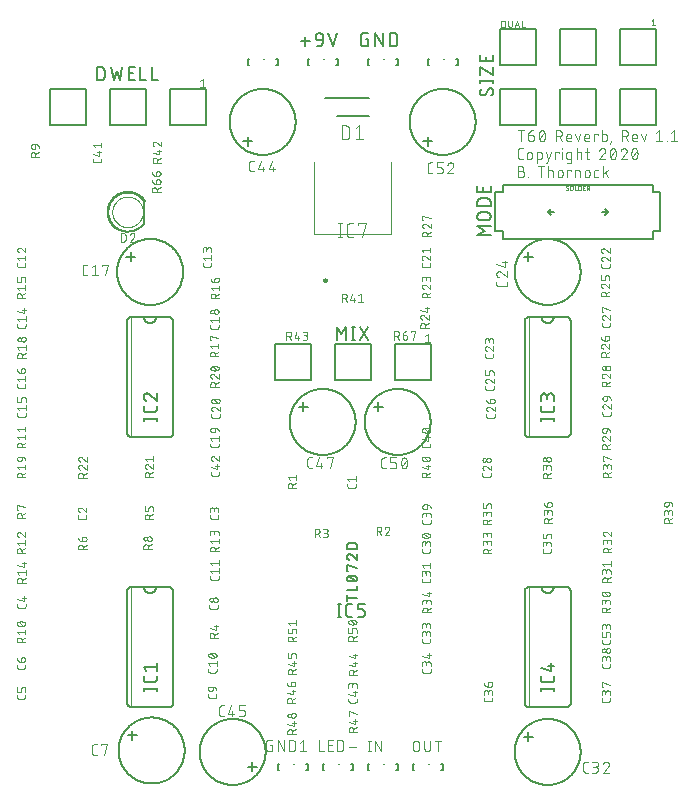
<source format=gbr>
G04 EAGLE Gerber RS-274X export*
G75*
%MOMM*%
%FSLAX34Y34*%
%LPD*%
%INSilkscreen Top*%
%IPPOS*%
%AMOC8*
5,1,8,0,0,1.08239X$1,22.5*%
G01*
%ADD10C,0.076200*%
%ADD11C,0.152400*%
%ADD12C,0.127000*%
%ADD13C,0.000000*%
%ADD14C,0.050800*%
%ADD15C,0.101600*%
%ADD16C,0.200000*%
%ADD17C,0.100000*%
%ADD18C,0.200000*%
%ADD19C,0.025400*%
%ADD20C,0.015238*%


D10*
X434690Y555066D02*
X434690Y564464D01*
X437300Y564464D02*
X432079Y564464D01*
X440614Y560287D02*
X443746Y560287D01*
X443835Y560285D01*
X443923Y560279D01*
X444011Y560270D01*
X444099Y560257D01*
X444186Y560240D01*
X444272Y560220D01*
X444357Y560195D01*
X444442Y560168D01*
X444525Y560136D01*
X444606Y560102D01*
X444686Y560063D01*
X444764Y560022D01*
X444841Y559977D01*
X444915Y559929D01*
X444988Y559878D01*
X445058Y559824D01*
X445125Y559766D01*
X445191Y559706D01*
X445253Y559644D01*
X445313Y559578D01*
X445371Y559511D01*
X445425Y559441D01*
X445476Y559368D01*
X445524Y559294D01*
X445569Y559217D01*
X445610Y559139D01*
X445649Y559059D01*
X445683Y558978D01*
X445715Y558895D01*
X445742Y558810D01*
X445767Y558725D01*
X445787Y558639D01*
X445804Y558552D01*
X445817Y558464D01*
X445826Y558376D01*
X445832Y558288D01*
X445834Y558199D01*
X445835Y558199D02*
X445835Y557677D01*
X445833Y557576D01*
X445827Y557475D01*
X445817Y557374D01*
X445804Y557274D01*
X445786Y557174D01*
X445765Y557075D01*
X445739Y556977D01*
X445710Y556880D01*
X445678Y556784D01*
X445641Y556690D01*
X445601Y556597D01*
X445557Y556505D01*
X445510Y556416D01*
X445459Y556328D01*
X445405Y556242D01*
X445348Y556159D01*
X445288Y556077D01*
X445224Y555999D01*
X445158Y555922D01*
X445088Y555849D01*
X445016Y555778D01*
X444941Y555710D01*
X444863Y555645D01*
X444783Y555583D01*
X444701Y555524D01*
X444616Y555468D01*
X444529Y555416D01*
X444441Y555367D01*
X444350Y555321D01*
X444258Y555280D01*
X444164Y555241D01*
X444069Y555207D01*
X443973Y555176D01*
X443875Y555149D01*
X443777Y555125D01*
X443677Y555106D01*
X443577Y555090D01*
X443477Y555078D01*
X443376Y555070D01*
X443275Y555066D01*
X443173Y555066D01*
X443072Y555070D01*
X442971Y555078D01*
X442871Y555090D01*
X442771Y555106D01*
X442671Y555125D01*
X442573Y555149D01*
X442475Y555176D01*
X442379Y555207D01*
X442284Y555241D01*
X442190Y555280D01*
X442098Y555321D01*
X442007Y555367D01*
X441919Y555416D01*
X441832Y555468D01*
X441747Y555524D01*
X441665Y555583D01*
X441585Y555645D01*
X441507Y555710D01*
X441432Y555778D01*
X441360Y555849D01*
X441290Y555922D01*
X441224Y555999D01*
X441160Y556077D01*
X441100Y556159D01*
X441043Y556242D01*
X440989Y556328D01*
X440938Y556416D01*
X440891Y556505D01*
X440847Y556597D01*
X440807Y556690D01*
X440770Y556784D01*
X440738Y556880D01*
X440709Y556977D01*
X440683Y557075D01*
X440662Y557174D01*
X440644Y557274D01*
X440631Y557374D01*
X440621Y557475D01*
X440615Y557576D01*
X440613Y557677D01*
X440614Y557677D02*
X440614Y560287D01*
X440616Y560416D01*
X440622Y560544D01*
X440632Y560672D01*
X440646Y560800D01*
X440663Y560928D01*
X440685Y561055D01*
X440711Y561181D01*
X440740Y561306D01*
X440773Y561430D01*
X440811Y561553D01*
X440851Y561675D01*
X440896Y561796D01*
X440944Y561915D01*
X440996Y562033D01*
X441052Y562149D01*
X441111Y562263D01*
X441174Y562375D01*
X441240Y562486D01*
X441309Y562594D01*
X441382Y562700D01*
X441458Y562804D01*
X441537Y562906D01*
X441619Y563005D01*
X441704Y563101D01*
X441792Y563195D01*
X441883Y563286D01*
X441977Y563374D01*
X442073Y563459D01*
X442172Y563541D01*
X442274Y563620D01*
X442378Y563696D01*
X442484Y563769D01*
X442592Y563838D01*
X442702Y563904D01*
X442815Y563967D01*
X442929Y564026D01*
X443045Y564082D01*
X443163Y564134D01*
X443282Y564182D01*
X443403Y564227D01*
X443525Y564267D01*
X443648Y564305D01*
X443772Y564338D01*
X443897Y564367D01*
X444023Y564393D01*
X444150Y564415D01*
X444278Y564432D01*
X444406Y564446D01*
X444534Y564456D01*
X444662Y564462D01*
X444791Y564464D01*
X450540Y563159D02*
X450461Y562992D01*
X450386Y562823D01*
X450315Y562652D01*
X450248Y562480D01*
X450186Y562306D01*
X450127Y562130D01*
X450073Y561954D01*
X450023Y561776D01*
X449977Y561596D01*
X449935Y561416D01*
X449898Y561235D01*
X449865Y561053D01*
X449836Y560871D01*
X449812Y560687D01*
X449792Y560503D01*
X449777Y560319D01*
X449766Y560135D01*
X449759Y559950D01*
X449757Y559765D01*
X450540Y563159D02*
X450570Y563239D01*
X450603Y563318D01*
X450640Y563395D01*
X450680Y563471D01*
X450723Y563545D01*
X450769Y563617D01*
X450819Y563686D01*
X450871Y563754D01*
X450927Y563819D01*
X450985Y563882D01*
X451047Y563941D01*
X451110Y563999D01*
X451177Y564053D01*
X451245Y564104D01*
X451316Y564152D01*
X451389Y564197D01*
X451463Y564239D01*
X451540Y564277D01*
X451618Y564312D01*
X451697Y564344D01*
X451778Y564372D01*
X451860Y564396D01*
X451944Y564417D01*
X452027Y564434D01*
X452112Y564447D01*
X452197Y564456D01*
X452282Y564462D01*
X452368Y564464D01*
X452454Y564462D01*
X452539Y564456D01*
X452624Y564447D01*
X452709Y564434D01*
X452792Y564417D01*
X452876Y564396D01*
X452958Y564372D01*
X453039Y564344D01*
X453118Y564312D01*
X453196Y564277D01*
X453273Y564239D01*
X453347Y564197D01*
X453420Y564152D01*
X453491Y564104D01*
X453559Y564053D01*
X453626Y563999D01*
X453689Y563941D01*
X453751Y563882D01*
X453809Y563819D01*
X453865Y563754D01*
X453917Y563686D01*
X453967Y563617D01*
X454013Y563545D01*
X454056Y563471D01*
X454096Y563395D01*
X454133Y563318D01*
X454166Y563239D01*
X454196Y563159D01*
X454275Y562992D01*
X454350Y562823D01*
X454421Y562652D01*
X454488Y562480D01*
X454550Y562306D01*
X454609Y562130D01*
X454663Y561954D01*
X454713Y561776D01*
X454759Y561596D01*
X454801Y561416D01*
X454838Y561235D01*
X454871Y561053D01*
X454900Y560871D01*
X454924Y560687D01*
X454944Y560503D01*
X454959Y560319D01*
X454970Y560135D01*
X454977Y559950D01*
X454979Y559765D01*
X449758Y559765D02*
X449760Y559580D01*
X449767Y559395D01*
X449778Y559211D01*
X449793Y559027D01*
X449813Y558843D01*
X449837Y558659D01*
X449866Y558477D01*
X449899Y558295D01*
X449936Y558114D01*
X449978Y557934D01*
X450024Y557754D01*
X450074Y557576D01*
X450128Y557400D01*
X450187Y557224D01*
X450249Y557050D01*
X450316Y556878D01*
X450387Y556707D01*
X450462Y556538D01*
X450541Y556371D01*
X450540Y556371D02*
X450570Y556291D01*
X450603Y556212D01*
X450640Y556135D01*
X450680Y556059D01*
X450723Y555985D01*
X450769Y555913D01*
X450819Y555844D01*
X450872Y555776D01*
X450927Y555711D01*
X450986Y555648D01*
X451047Y555589D01*
X451110Y555531D01*
X451177Y555477D01*
X451245Y555426D01*
X451316Y555378D01*
X451389Y555333D01*
X451463Y555291D01*
X451540Y555253D01*
X451618Y555218D01*
X451697Y555186D01*
X451778Y555158D01*
X451860Y555134D01*
X451944Y555113D01*
X452027Y555096D01*
X452112Y555083D01*
X452197Y555074D01*
X452282Y555068D01*
X452368Y555066D01*
X454196Y556371D02*
X454275Y556538D01*
X454350Y556707D01*
X454421Y556878D01*
X454488Y557050D01*
X454550Y557224D01*
X454609Y557400D01*
X454663Y557576D01*
X454713Y557754D01*
X454759Y557934D01*
X454801Y558114D01*
X454838Y558295D01*
X454871Y558477D01*
X454900Y558659D01*
X454924Y558843D01*
X454944Y559027D01*
X454959Y559211D01*
X454970Y559395D01*
X454977Y559580D01*
X454979Y559765D01*
X454196Y556371D02*
X454166Y556291D01*
X454133Y556212D01*
X454096Y556135D01*
X454056Y556059D01*
X454013Y555985D01*
X453967Y555913D01*
X453917Y555844D01*
X453865Y555776D01*
X453809Y555711D01*
X453751Y555648D01*
X453689Y555589D01*
X453626Y555531D01*
X453559Y555477D01*
X453491Y555426D01*
X453420Y555378D01*
X453347Y555333D01*
X453273Y555291D01*
X453196Y555253D01*
X453118Y555218D01*
X453039Y555186D01*
X452958Y555158D01*
X452876Y555134D01*
X452792Y555113D01*
X452709Y555096D01*
X452624Y555083D01*
X452539Y555074D01*
X452454Y555068D01*
X452368Y555066D01*
X450280Y557155D02*
X454457Y562376D01*
X464140Y564464D02*
X464140Y555066D01*
X464140Y564464D02*
X466751Y564464D01*
X466751Y564465D02*
X466852Y564463D01*
X466953Y564457D01*
X467054Y564447D01*
X467154Y564434D01*
X467254Y564416D01*
X467353Y564395D01*
X467451Y564369D01*
X467548Y564340D01*
X467644Y564308D01*
X467738Y564271D01*
X467831Y564231D01*
X467923Y564187D01*
X468012Y564140D01*
X468100Y564089D01*
X468186Y564035D01*
X468269Y563978D01*
X468351Y563918D01*
X468429Y563854D01*
X468506Y563788D01*
X468579Y563718D01*
X468650Y563646D01*
X468718Y563571D01*
X468783Y563493D01*
X468845Y563413D01*
X468904Y563331D01*
X468960Y563246D01*
X469012Y563160D01*
X469061Y563071D01*
X469107Y562980D01*
X469148Y562888D01*
X469187Y562794D01*
X469221Y562699D01*
X469252Y562603D01*
X469279Y562505D01*
X469303Y562407D01*
X469322Y562307D01*
X469338Y562207D01*
X469350Y562107D01*
X469358Y562006D01*
X469362Y561905D01*
X469362Y561803D01*
X469358Y561702D01*
X469350Y561601D01*
X469338Y561501D01*
X469322Y561401D01*
X469303Y561301D01*
X469279Y561203D01*
X469252Y561105D01*
X469221Y561009D01*
X469187Y560914D01*
X469148Y560820D01*
X469107Y560728D01*
X469061Y560637D01*
X469012Y560549D01*
X468960Y560462D01*
X468904Y560377D01*
X468845Y560295D01*
X468783Y560215D01*
X468718Y560137D01*
X468650Y560062D01*
X468579Y559990D01*
X468506Y559920D01*
X468429Y559854D01*
X468351Y559790D01*
X468269Y559730D01*
X468186Y559673D01*
X468100Y559619D01*
X468012Y559568D01*
X467923Y559521D01*
X467831Y559477D01*
X467738Y559437D01*
X467644Y559400D01*
X467548Y559368D01*
X467451Y559339D01*
X467353Y559313D01*
X467254Y559292D01*
X467154Y559274D01*
X467054Y559261D01*
X466953Y559251D01*
X466852Y559245D01*
X466751Y559243D01*
X464140Y559243D01*
X467273Y559243D02*
X469361Y555066D01*
X474706Y555066D02*
X477317Y555066D01*
X474706Y555067D02*
X474629Y555069D01*
X474553Y555075D01*
X474476Y555084D01*
X474400Y555097D01*
X474325Y555114D01*
X474251Y555134D01*
X474178Y555159D01*
X474107Y555186D01*
X474036Y555217D01*
X473968Y555252D01*
X473901Y555290D01*
X473836Y555331D01*
X473773Y555375D01*
X473713Y555422D01*
X473654Y555473D01*
X473599Y555526D01*
X473546Y555581D01*
X473495Y555640D01*
X473448Y555700D01*
X473404Y555763D01*
X473363Y555828D01*
X473325Y555895D01*
X473290Y555963D01*
X473259Y556034D01*
X473232Y556105D01*
X473207Y556178D01*
X473187Y556252D01*
X473170Y556327D01*
X473157Y556403D01*
X473148Y556480D01*
X473142Y556556D01*
X473140Y556633D01*
X473140Y559243D01*
X473142Y559333D01*
X473148Y559422D01*
X473157Y559512D01*
X473171Y559601D01*
X473188Y559689D01*
X473209Y559776D01*
X473234Y559863D01*
X473263Y559948D01*
X473295Y560032D01*
X473330Y560114D01*
X473370Y560195D01*
X473412Y560274D01*
X473458Y560351D01*
X473508Y560426D01*
X473560Y560499D01*
X473616Y560570D01*
X473674Y560638D01*
X473736Y560703D01*
X473800Y560766D01*
X473867Y560826D01*
X473936Y560883D01*
X474008Y560937D01*
X474082Y560988D01*
X474158Y561036D01*
X474236Y561080D01*
X474316Y561121D01*
X474398Y561159D01*
X474481Y561193D01*
X474566Y561223D01*
X474652Y561250D01*
X474738Y561273D01*
X474826Y561292D01*
X474915Y561307D01*
X475004Y561319D01*
X475093Y561327D01*
X475183Y561331D01*
X475273Y561331D01*
X475363Y561327D01*
X475452Y561319D01*
X475541Y561307D01*
X475630Y561292D01*
X475718Y561273D01*
X475804Y561250D01*
X475890Y561223D01*
X475975Y561193D01*
X476058Y561159D01*
X476140Y561121D01*
X476220Y561080D01*
X476298Y561036D01*
X476374Y560988D01*
X476448Y560937D01*
X476520Y560883D01*
X476589Y560826D01*
X476656Y560766D01*
X476720Y560703D01*
X476782Y560638D01*
X476840Y560570D01*
X476896Y560499D01*
X476948Y560426D01*
X476998Y560351D01*
X477044Y560274D01*
X477086Y560195D01*
X477126Y560114D01*
X477161Y560032D01*
X477193Y559948D01*
X477222Y559863D01*
X477247Y559776D01*
X477268Y559689D01*
X477285Y559601D01*
X477299Y559512D01*
X477308Y559422D01*
X477314Y559333D01*
X477316Y559243D01*
X477317Y559243D02*
X477317Y558199D01*
X473140Y558199D01*
X480760Y561332D02*
X482848Y555066D01*
X484937Y561332D01*
X489946Y555066D02*
X492556Y555066D01*
X489946Y555067D02*
X489869Y555069D01*
X489793Y555075D01*
X489716Y555084D01*
X489640Y555097D01*
X489565Y555114D01*
X489491Y555134D01*
X489418Y555159D01*
X489347Y555186D01*
X489276Y555217D01*
X489208Y555252D01*
X489141Y555290D01*
X489076Y555331D01*
X489013Y555375D01*
X488953Y555422D01*
X488894Y555473D01*
X488839Y555526D01*
X488786Y555581D01*
X488735Y555640D01*
X488688Y555700D01*
X488644Y555763D01*
X488603Y555828D01*
X488565Y555895D01*
X488530Y555963D01*
X488499Y556034D01*
X488472Y556105D01*
X488447Y556178D01*
X488427Y556252D01*
X488410Y556327D01*
X488397Y556403D01*
X488388Y556480D01*
X488382Y556556D01*
X488380Y556633D01*
X488380Y559243D01*
X488382Y559333D01*
X488388Y559422D01*
X488397Y559512D01*
X488411Y559601D01*
X488428Y559689D01*
X488449Y559776D01*
X488474Y559863D01*
X488503Y559948D01*
X488535Y560032D01*
X488570Y560114D01*
X488610Y560195D01*
X488652Y560274D01*
X488698Y560351D01*
X488748Y560426D01*
X488800Y560499D01*
X488856Y560570D01*
X488914Y560638D01*
X488976Y560703D01*
X489040Y560766D01*
X489107Y560826D01*
X489176Y560883D01*
X489248Y560937D01*
X489322Y560988D01*
X489398Y561036D01*
X489476Y561080D01*
X489556Y561121D01*
X489638Y561159D01*
X489721Y561193D01*
X489806Y561223D01*
X489892Y561250D01*
X489978Y561273D01*
X490066Y561292D01*
X490155Y561307D01*
X490244Y561319D01*
X490333Y561327D01*
X490423Y561331D01*
X490513Y561331D01*
X490603Y561327D01*
X490692Y561319D01*
X490781Y561307D01*
X490870Y561292D01*
X490958Y561273D01*
X491044Y561250D01*
X491130Y561223D01*
X491215Y561193D01*
X491298Y561159D01*
X491380Y561121D01*
X491460Y561080D01*
X491538Y561036D01*
X491614Y560988D01*
X491688Y560937D01*
X491760Y560883D01*
X491829Y560826D01*
X491896Y560766D01*
X491960Y560703D01*
X492022Y560638D01*
X492080Y560570D01*
X492136Y560499D01*
X492188Y560426D01*
X492238Y560351D01*
X492284Y560274D01*
X492326Y560195D01*
X492366Y560114D01*
X492401Y560032D01*
X492433Y559948D01*
X492462Y559863D01*
X492487Y559776D01*
X492508Y559689D01*
X492525Y559601D01*
X492539Y559512D01*
X492548Y559422D01*
X492554Y559333D01*
X492556Y559243D01*
X492556Y558199D01*
X488380Y558199D01*
X496661Y555066D02*
X496661Y561332D01*
X499793Y561332D01*
X499793Y560287D01*
X503056Y564464D02*
X503056Y555066D01*
X505666Y555066D01*
X505666Y555067D02*
X505743Y555069D01*
X505819Y555075D01*
X505896Y555084D01*
X505972Y555097D01*
X506047Y555114D01*
X506121Y555134D01*
X506194Y555159D01*
X506265Y555186D01*
X506336Y555217D01*
X506404Y555252D01*
X506471Y555290D01*
X506536Y555331D01*
X506599Y555375D01*
X506659Y555422D01*
X506718Y555473D01*
X506773Y555526D01*
X506826Y555581D01*
X506877Y555640D01*
X506924Y555700D01*
X506968Y555763D01*
X507009Y555828D01*
X507047Y555895D01*
X507082Y555963D01*
X507113Y556034D01*
X507140Y556105D01*
X507165Y556178D01*
X507185Y556252D01*
X507202Y556327D01*
X507215Y556403D01*
X507224Y556479D01*
X507230Y556556D01*
X507232Y556633D01*
X507232Y559765D01*
X507230Y559842D01*
X507224Y559918D01*
X507215Y559995D01*
X507202Y560071D01*
X507185Y560146D01*
X507165Y560220D01*
X507140Y560293D01*
X507113Y560364D01*
X507082Y560435D01*
X507047Y560503D01*
X507009Y560570D01*
X506968Y560635D01*
X506924Y560698D01*
X506877Y560758D01*
X506826Y560817D01*
X506773Y560872D01*
X506718Y560925D01*
X506659Y560976D01*
X506599Y561023D01*
X506536Y561067D01*
X506471Y561108D01*
X506404Y561146D01*
X506336Y561181D01*
X506265Y561212D01*
X506194Y561239D01*
X506121Y561264D01*
X506047Y561284D01*
X505972Y561301D01*
X505896Y561314D01*
X505819Y561323D01*
X505743Y561329D01*
X505666Y561331D01*
X505666Y561332D02*
X503056Y561332D01*
X510595Y555066D02*
X511117Y555066D01*
X510595Y555066D02*
X510595Y555588D01*
X511117Y555588D01*
X511117Y555066D01*
X510334Y552978D01*
X519918Y555066D02*
X519918Y564464D01*
X522529Y564464D01*
X522529Y564465D02*
X522630Y564463D01*
X522731Y564457D01*
X522832Y564447D01*
X522932Y564434D01*
X523032Y564416D01*
X523131Y564395D01*
X523229Y564369D01*
X523326Y564340D01*
X523422Y564308D01*
X523516Y564271D01*
X523609Y564231D01*
X523701Y564187D01*
X523790Y564140D01*
X523878Y564089D01*
X523964Y564035D01*
X524047Y563978D01*
X524129Y563918D01*
X524207Y563854D01*
X524284Y563788D01*
X524357Y563718D01*
X524428Y563646D01*
X524496Y563571D01*
X524561Y563493D01*
X524623Y563413D01*
X524682Y563331D01*
X524738Y563246D01*
X524790Y563160D01*
X524839Y563071D01*
X524885Y562980D01*
X524926Y562888D01*
X524965Y562794D01*
X524999Y562699D01*
X525030Y562603D01*
X525057Y562505D01*
X525081Y562407D01*
X525100Y562307D01*
X525116Y562207D01*
X525128Y562107D01*
X525136Y562006D01*
X525140Y561905D01*
X525140Y561803D01*
X525136Y561702D01*
X525128Y561601D01*
X525116Y561501D01*
X525100Y561401D01*
X525081Y561301D01*
X525057Y561203D01*
X525030Y561105D01*
X524999Y561009D01*
X524965Y560914D01*
X524926Y560820D01*
X524885Y560728D01*
X524839Y560637D01*
X524790Y560549D01*
X524738Y560462D01*
X524682Y560377D01*
X524623Y560295D01*
X524561Y560215D01*
X524496Y560137D01*
X524428Y560062D01*
X524357Y559990D01*
X524284Y559920D01*
X524207Y559854D01*
X524129Y559790D01*
X524047Y559730D01*
X523964Y559673D01*
X523878Y559619D01*
X523790Y559568D01*
X523701Y559521D01*
X523609Y559477D01*
X523516Y559437D01*
X523422Y559400D01*
X523326Y559368D01*
X523229Y559339D01*
X523131Y559313D01*
X523032Y559292D01*
X522932Y559274D01*
X522832Y559261D01*
X522731Y559251D01*
X522630Y559245D01*
X522529Y559243D01*
X519918Y559243D01*
X523051Y559243D02*
X525139Y555066D01*
X530484Y555066D02*
X533095Y555066D01*
X530484Y555067D02*
X530407Y555069D01*
X530331Y555075D01*
X530254Y555084D01*
X530178Y555097D01*
X530103Y555114D01*
X530029Y555134D01*
X529956Y555159D01*
X529885Y555186D01*
X529814Y555217D01*
X529746Y555252D01*
X529679Y555290D01*
X529614Y555331D01*
X529551Y555375D01*
X529491Y555422D01*
X529432Y555473D01*
X529377Y555526D01*
X529324Y555581D01*
X529273Y555640D01*
X529226Y555700D01*
X529182Y555763D01*
X529141Y555828D01*
X529103Y555895D01*
X529068Y555963D01*
X529037Y556034D01*
X529010Y556105D01*
X528985Y556178D01*
X528965Y556252D01*
X528948Y556327D01*
X528935Y556403D01*
X528926Y556480D01*
X528920Y556556D01*
X528918Y556633D01*
X528918Y559243D01*
X528920Y559333D01*
X528926Y559422D01*
X528935Y559512D01*
X528949Y559601D01*
X528966Y559689D01*
X528987Y559776D01*
X529012Y559863D01*
X529041Y559948D01*
X529073Y560032D01*
X529108Y560114D01*
X529148Y560195D01*
X529190Y560274D01*
X529236Y560351D01*
X529286Y560426D01*
X529338Y560499D01*
X529394Y560570D01*
X529452Y560638D01*
X529514Y560703D01*
X529578Y560766D01*
X529645Y560826D01*
X529714Y560883D01*
X529786Y560937D01*
X529860Y560988D01*
X529936Y561036D01*
X530014Y561080D01*
X530094Y561121D01*
X530176Y561159D01*
X530259Y561193D01*
X530344Y561223D01*
X530430Y561250D01*
X530516Y561273D01*
X530604Y561292D01*
X530693Y561307D01*
X530782Y561319D01*
X530871Y561327D01*
X530961Y561331D01*
X531051Y561331D01*
X531141Y561327D01*
X531230Y561319D01*
X531319Y561307D01*
X531408Y561292D01*
X531496Y561273D01*
X531582Y561250D01*
X531668Y561223D01*
X531753Y561193D01*
X531836Y561159D01*
X531918Y561121D01*
X531998Y561080D01*
X532076Y561036D01*
X532152Y560988D01*
X532226Y560937D01*
X532298Y560883D01*
X532367Y560826D01*
X532434Y560766D01*
X532498Y560703D01*
X532560Y560638D01*
X532618Y560570D01*
X532674Y560499D01*
X532726Y560426D01*
X532776Y560351D01*
X532822Y560274D01*
X532864Y560195D01*
X532904Y560114D01*
X532939Y560032D01*
X532971Y559948D01*
X533000Y559863D01*
X533025Y559776D01*
X533046Y559689D01*
X533063Y559601D01*
X533077Y559512D01*
X533086Y559422D01*
X533092Y559333D01*
X533094Y559243D01*
X533095Y559243D02*
X533095Y558199D01*
X528918Y558199D01*
X536538Y561332D02*
X538626Y555066D01*
X540715Y561332D01*
X549122Y562376D02*
X551732Y564464D01*
X551732Y555066D01*
X549122Y555066D02*
X554343Y555066D01*
X557872Y555066D02*
X557872Y555588D01*
X558394Y555588D01*
X558394Y555066D01*
X557872Y555066D01*
X561923Y562376D02*
X564534Y564464D01*
X564534Y555066D01*
X567144Y555066D02*
X561923Y555066D01*
X436256Y539826D02*
X434168Y539826D01*
X434168Y539827D02*
X434079Y539829D01*
X433991Y539835D01*
X433903Y539844D01*
X433815Y539857D01*
X433728Y539874D01*
X433642Y539894D01*
X433557Y539919D01*
X433472Y539946D01*
X433389Y539978D01*
X433308Y540012D01*
X433228Y540051D01*
X433150Y540092D01*
X433073Y540137D01*
X432999Y540185D01*
X432926Y540236D01*
X432856Y540290D01*
X432789Y540348D01*
X432723Y540408D01*
X432661Y540470D01*
X432601Y540536D01*
X432543Y540603D01*
X432489Y540673D01*
X432438Y540746D01*
X432390Y540820D01*
X432345Y540897D01*
X432304Y540975D01*
X432265Y541055D01*
X432231Y541136D01*
X432199Y541219D01*
X432172Y541304D01*
X432147Y541389D01*
X432127Y541475D01*
X432110Y541562D01*
X432097Y541650D01*
X432088Y541738D01*
X432082Y541826D01*
X432080Y541915D01*
X432079Y541915D02*
X432079Y547136D01*
X432080Y547136D02*
X432082Y547227D01*
X432088Y547318D01*
X432098Y547409D01*
X432112Y547499D01*
X432129Y547588D01*
X432151Y547676D01*
X432177Y547764D01*
X432206Y547850D01*
X432239Y547935D01*
X432276Y548018D01*
X432316Y548100D01*
X432360Y548180D01*
X432407Y548258D01*
X432458Y548334D01*
X432511Y548407D01*
X432568Y548478D01*
X432629Y548547D01*
X432692Y548612D01*
X432757Y548675D01*
X432826Y548735D01*
X432897Y548793D01*
X432970Y548846D01*
X433046Y548897D01*
X433124Y548944D01*
X433204Y548988D01*
X433286Y549028D01*
X433369Y549065D01*
X433454Y549098D01*
X433540Y549127D01*
X433628Y549153D01*
X433716Y549175D01*
X433805Y549192D01*
X433895Y549206D01*
X433986Y549216D01*
X434077Y549222D01*
X434168Y549224D01*
X436256Y549224D01*
X439638Y544003D02*
X439638Y541915D01*
X439638Y544003D02*
X439640Y544093D01*
X439646Y544182D01*
X439655Y544272D01*
X439669Y544361D01*
X439686Y544449D01*
X439707Y544536D01*
X439732Y544623D01*
X439761Y544708D01*
X439793Y544792D01*
X439828Y544874D01*
X439868Y544955D01*
X439910Y545034D01*
X439956Y545111D01*
X440006Y545186D01*
X440058Y545259D01*
X440114Y545330D01*
X440172Y545398D01*
X440234Y545463D01*
X440298Y545526D01*
X440365Y545586D01*
X440434Y545643D01*
X440506Y545697D01*
X440580Y545748D01*
X440656Y545796D01*
X440734Y545840D01*
X440814Y545881D01*
X440896Y545919D01*
X440979Y545953D01*
X441064Y545983D01*
X441150Y546010D01*
X441236Y546033D01*
X441324Y546052D01*
X441413Y546067D01*
X441502Y546079D01*
X441591Y546087D01*
X441681Y546091D01*
X441771Y546091D01*
X441861Y546087D01*
X441950Y546079D01*
X442039Y546067D01*
X442128Y546052D01*
X442216Y546033D01*
X442302Y546010D01*
X442388Y545983D01*
X442473Y545953D01*
X442556Y545919D01*
X442638Y545881D01*
X442718Y545840D01*
X442796Y545796D01*
X442872Y545748D01*
X442946Y545697D01*
X443018Y545643D01*
X443087Y545586D01*
X443154Y545526D01*
X443218Y545463D01*
X443280Y545398D01*
X443338Y545330D01*
X443394Y545259D01*
X443446Y545186D01*
X443496Y545111D01*
X443542Y545034D01*
X443584Y544955D01*
X443624Y544874D01*
X443659Y544792D01*
X443691Y544708D01*
X443720Y544623D01*
X443745Y544536D01*
X443766Y544449D01*
X443783Y544361D01*
X443797Y544272D01*
X443806Y544182D01*
X443812Y544093D01*
X443814Y544003D01*
X443814Y541915D01*
X443812Y541825D01*
X443806Y541736D01*
X443797Y541646D01*
X443783Y541557D01*
X443766Y541469D01*
X443745Y541382D01*
X443720Y541295D01*
X443691Y541210D01*
X443659Y541126D01*
X443624Y541044D01*
X443584Y540963D01*
X443542Y540884D01*
X443496Y540807D01*
X443446Y540732D01*
X443394Y540659D01*
X443338Y540588D01*
X443280Y540520D01*
X443218Y540455D01*
X443154Y540392D01*
X443087Y540332D01*
X443018Y540275D01*
X442946Y540221D01*
X442872Y540170D01*
X442796Y540122D01*
X442718Y540078D01*
X442638Y540037D01*
X442556Y539999D01*
X442473Y539965D01*
X442388Y539935D01*
X442302Y539908D01*
X442216Y539885D01*
X442128Y539866D01*
X442039Y539851D01*
X441950Y539839D01*
X441861Y539831D01*
X441771Y539827D01*
X441681Y539827D01*
X441591Y539831D01*
X441502Y539839D01*
X441413Y539851D01*
X441324Y539866D01*
X441236Y539885D01*
X441150Y539908D01*
X441064Y539935D01*
X440979Y539965D01*
X440896Y539999D01*
X440814Y540037D01*
X440734Y540078D01*
X440656Y540122D01*
X440580Y540170D01*
X440506Y540221D01*
X440434Y540275D01*
X440365Y540332D01*
X440298Y540392D01*
X440234Y540455D01*
X440172Y540520D01*
X440114Y540588D01*
X440058Y540659D01*
X440006Y540732D01*
X439956Y540807D01*
X439910Y540884D01*
X439868Y540963D01*
X439828Y541044D01*
X439793Y541126D01*
X439761Y541210D01*
X439732Y541295D01*
X439707Y541382D01*
X439686Y541469D01*
X439669Y541557D01*
X439655Y541646D01*
X439646Y541736D01*
X439640Y541825D01*
X439638Y541915D01*
X447913Y546092D02*
X447913Y536694D01*
X447913Y546092D02*
X450523Y546092D01*
X450523Y546091D02*
X450600Y546089D01*
X450676Y546083D01*
X450753Y546074D01*
X450829Y546061D01*
X450904Y546044D01*
X450978Y546024D01*
X451051Y545999D01*
X451122Y545972D01*
X451193Y545941D01*
X451261Y545906D01*
X451328Y545868D01*
X451393Y545827D01*
X451456Y545783D01*
X451516Y545736D01*
X451575Y545685D01*
X451630Y545632D01*
X451683Y545577D01*
X451734Y545518D01*
X451781Y545458D01*
X451825Y545395D01*
X451866Y545330D01*
X451904Y545263D01*
X451939Y545195D01*
X451970Y545124D01*
X451997Y545053D01*
X452022Y544980D01*
X452042Y544906D01*
X452059Y544831D01*
X452072Y544755D01*
X452081Y544679D01*
X452087Y544602D01*
X452089Y544525D01*
X452090Y544525D02*
X452090Y541393D01*
X452089Y541393D02*
X452087Y541316D01*
X452081Y541240D01*
X452072Y541163D01*
X452059Y541087D01*
X452042Y541012D01*
X452022Y540938D01*
X451997Y540865D01*
X451970Y540794D01*
X451939Y540723D01*
X451904Y540655D01*
X451866Y540588D01*
X451825Y540523D01*
X451781Y540460D01*
X451734Y540400D01*
X451683Y540341D01*
X451630Y540286D01*
X451575Y540233D01*
X451516Y540182D01*
X451456Y540135D01*
X451393Y540091D01*
X451328Y540050D01*
X451261Y540012D01*
X451193Y539977D01*
X451122Y539946D01*
X451051Y539919D01*
X450978Y539894D01*
X450904Y539874D01*
X450829Y539857D01*
X450753Y539844D01*
X450676Y539835D01*
X450600Y539829D01*
X450523Y539827D01*
X450523Y539826D02*
X447913Y539826D01*
X455487Y536694D02*
X456531Y536694D01*
X459664Y546092D01*
X455487Y546092D02*
X457575Y539826D01*
X463463Y539826D02*
X463463Y546092D01*
X466596Y546092D01*
X466596Y545047D01*
X469463Y546092D02*
X469463Y539826D01*
X469202Y548702D02*
X469202Y549224D01*
X469724Y549224D01*
X469724Y548702D01*
X469202Y548702D01*
X474686Y539826D02*
X477297Y539826D01*
X474686Y539827D02*
X474609Y539829D01*
X474533Y539835D01*
X474456Y539844D01*
X474380Y539857D01*
X474305Y539874D01*
X474231Y539894D01*
X474158Y539919D01*
X474087Y539946D01*
X474016Y539977D01*
X473948Y540012D01*
X473881Y540050D01*
X473816Y540091D01*
X473753Y540135D01*
X473693Y540182D01*
X473634Y540233D01*
X473579Y540286D01*
X473526Y540341D01*
X473475Y540400D01*
X473428Y540460D01*
X473384Y540523D01*
X473343Y540588D01*
X473305Y540655D01*
X473270Y540723D01*
X473239Y540794D01*
X473212Y540865D01*
X473187Y540938D01*
X473167Y541012D01*
X473150Y541087D01*
X473137Y541163D01*
X473128Y541240D01*
X473122Y541316D01*
X473120Y541393D01*
X473120Y544525D01*
X473122Y544602D01*
X473128Y544678D01*
X473137Y544755D01*
X473150Y544831D01*
X473167Y544906D01*
X473187Y544980D01*
X473212Y545053D01*
X473239Y545124D01*
X473270Y545195D01*
X473305Y545263D01*
X473343Y545330D01*
X473384Y545395D01*
X473428Y545458D01*
X473475Y545518D01*
X473526Y545577D01*
X473579Y545632D01*
X473634Y545685D01*
X473693Y545736D01*
X473753Y545783D01*
X473816Y545827D01*
X473881Y545868D01*
X473948Y545906D01*
X474016Y545941D01*
X474087Y545972D01*
X474158Y545999D01*
X474231Y546024D01*
X474305Y546044D01*
X474380Y546061D01*
X474456Y546074D01*
X474533Y546083D01*
X474609Y546089D01*
X474686Y546091D01*
X474686Y546092D02*
X477297Y546092D01*
X477297Y538260D01*
X477296Y538260D02*
X477294Y538183D01*
X477288Y538107D01*
X477279Y538030D01*
X477266Y537954D01*
X477249Y537879D01*
X477229Y537805D01*
X477204Y537732D01*
X477177Y537661D01*
X477146Y537590D01*
X477111Y537522D01*
X477073Y537455D01*
X477032Y537390D01*
X476988Y537327D01*
X476941Y537267D01*
X476890Y537208D01*
X476837Y537153D01*
X476782Y537100D01*
X476723Y537049D01*
X476663Y537002D01*
X476600Y536958D01*
X476535Y536917D01*
X476468Y536879D01*
X476400Y536844D01*
X476329Y536813D01*
X476258Y536786D01*
X476185Y536761D01*
X476111Y536741D01*
X476036Y536724D01*
X475960Y536711D01*
X475884Y536702D01*
X475807Y536696D01*
X475730Y536694D01*
X473642Y536694D01*
X481700Y539826D02*
X481700Y549224D01*
X481700Y546092D02*
X484310Y546092D01*
X484310Y546091D02*
X484387Y546089D01*
X484463Y546083D01*
X484540Y546074D01*
X484616Y546061D01*
X484691Y546044D01*
X484765Y546024D01*
X484838Y545999D01*
X484909Y545972D01*
X484980Y545941D01*
X485048Y545906D01*
X485115Y545868D01*
X485180Y545827D01*
X485243Y545783D01*
X485303Y545736D01*
X485362Y545685D01*
X485417Y545632D01*
X485470Y545577D01*
X485521Y545518D01*
X485568Y545458D01*
X485612Y545395D01*
X485653Y545330D01*
X485691Y545263D01*
X485726Y545195D01*
X485757Y545124D01*
X485784Y545053D01*
X485809Y544980D01*
X485829Y544906D01*
X485846Y544831D01*
X485859Y544755D01*
X485868Y544679D01*
X485874Y544602D01*
X485876Y544525D01*
X485877Y544525D02*
X485877Y539826D01*
X489161Y546092D02*
X492293Y546092D01*
X490205Y549224D02*
X490205Y541393D01*
X490207Y541316D01*
X490213Y541240D01*
X490222Y541163D01*
X490235Y541087D01*
X490252Y541012D01*
X490272Y540938D01*
X490297Y540865D01*
X490324Y540794D01*
X490355Y540723D01*
X490390Y540655D01*
X490428Y540588D01*
X490469Y540523D01*
X490513Y540460D01*
X490560Y540400D01*
X490611Y540341D01*
X490664Y540286D01*
X490719Y540233D01*
X490778Y540182D01*
X490838Y540135D01*
X490901Y540091D01*
X490966Y540050D01*
X491033Y540012D01*
X491101Y539977D01*
X491172Y539946D01*
X491243Y539919D01*
X491316Y539894D01*
X491390Y539874D01*
X491465Y539857D01*
X491541Y539844D01*
X491618Y539835D01*
X491694Y539829D01*
X491771Y539827D01*
X491771Y539826D02*
X492293Y539826D01*
X503556Y549225D02*
X503651Y549223D01*
X503745Y549217D01*
X503839Y549208D01*
X503933Y549195D01*
X504026Y549178D01*
X504118Y549157D01*
X504210Y549132D01*
X504300Y549104D01*
X504389Y549072D01*
X504477Y549037D01*
X504563Y548998D01*
X504648Y548956D01*
X504731Y548910D01*
X504812Y548861D01*
X504891Y548809D01*
X504968Y548754D01*
X505042Y548695D01*
X505114Y548634D01*
X505184Y548570D01*
X505251Y548503D01*
X505315Y548433D01*
X505376Y548361D01*
X505435Y548287D01*
X505490Y548210D01*
X505542Y548131D01*
X505591Y548050D01*
X505637Y547967D01*
X505679Y547882D01*
X505718Y547796D01*
X505753Y547708D01*
X505785Y547619D01*
X505813Y547529D01*
X505838Y547437D01*
X505859Y547345D01*
X505876Y547252D01*
X505889Y547158D01*
X505898Y547064D01*
X505904Y546970D01*
X505906Y546875D01*
X503556Y549224D02*
X503448Y549222D01*
X503339Y549216D01*
X503231Y549206D01*
X503124Y549193D01*
X503017Y549175D01*
X502910Y549154D01*
X502805Y549129D01*
X502700Y549100D01*
X502597Y549068D01*
X502495Y549031D01*
X502394Y548991D01*
X502295Y548948D01*
X502197Y548901D01*
X502101Y548850D01*
X502007Y548796D01*
X501915Y548739D01*
X501825Y548678D01*
X501737Y548614D01*
X501652Y548548D01*
X501569Y548478D01*
X501489Y548405D01*
X501411Y548329D01*
X501336Y548251D01*
X501264Y548170D01*
X501195Y548086D01*
X501129Y548000D01*
X501066Y547912D01*
X501007Y547821D01*
X500950Y547729D01*
X500897Y547634D01*
X500848Y547538D01*
X500802Y547439D01*
X500759Y547340D01*
X500720Y547238D01*
X500685Y547136D01*
X505123Y545047D02*
X505192Y545116D01*
X505258Y545187D01*
X505322Y545260D01*
X505383Y545336D01*
X505441Y545415D01*
X505495Y545495D01*
X505547Y545578D01*
X505595Y545662D01*
X505641Y545748D01*
X505682Y545836D01*
X505721Y545926D01*
X505756Y546017D01*
X505787Y546109D01*
X505815Y546202D01*
X505839Y546296D01*
X505859Y546391D01*
X505876Y546487D01*
X505889Y546584D01*
X505898Y546681D01*
X505904Y546778D01*
X505906Y546875D01*
X505123Y545047D02*
X500685Y539826D01*
X505906Y539826D01*
X509828Y544525D02*
X509830Y544710D01*
X509837Y544895D01*
X509848Y545079D01*
X509863Y545263D01*
X509883Y545447D01*
X509907Y545631D01*
X509936Y545813D01*
X509969Y545995D01*
X510006Y546176D01*
X510048Y546356D01*
X510094Y546536D01*
X510144Y546714D01*
X510198Y546890D01*
X510257Y547066D01*
X510319Y547240D01*
X510386Y547412D01*
X510457Y547583D01*
X510532Y547752D01*
X510611Y547919D01*
X510641Y547999D01*
X510674Y548078D01*
X510711Y548155D01*
X510751Y548231D01*
X510794Y548305D01*
X510840Y548377D01*
X510890Y548446D01*
X510942Y548514D01*
X510998Y548579D01*
X511056Y548642D01*
X511118Y548701D01*
X511181Y548759D01*
X511248Y548813D01*
X511316Y548864D01*
X511387Y548912D01*
X511460Y548957D01*
X511534Y548999D01*
X511611Y549037D01*
X511689Y549072D01*
X511768Y549104D01*
X511849Y549132D01*
X511931Y549156D01*
X512015Y549177D01*
X512098Y549194D01*
X512183Y549207D01*
X512268Y549216D01*
X512353Y549222D01*
X512439Y549224D01*
X512525Y549222D01*
X512610Y549216D01*
X512695Y549207D01*
X512780Y549194D01*
X512863Y549177D01*
X512947Y549156D01*
X513029Y549132D01*
X513110Y549104D01*
X513189Y549072D01*
X513267Y549037D01*
X513344Y548999D01*
X513418Y548957D01*
X513491Y548912D01*
X513562Y548864D01*
X513630Y548813D01*
X513697Y548759D01*
X513760Y548701D01*
X513822Y548642D01*
X513880Y548579D01*
X513936Y548514D01*
X513988Y548446D01*
X514038Y548377D01*
X514084Y548305D01*
X514127Y548231D01*
X514167Y548155D01*
X514204Y548078D01*
X514237Y547999D01*
X514267Y547919D01*
X514346Y547752D01*
X514421Y547583D01*
X514492Y547412D01*
X514559Y547240D01*
X514621Y547066D01*
X514680Y546890D01*
X514734Y546714D01*
X514784Y546536D01*
X514830Y546356D01*
X514872Y546176D01*
X514909Y545995D01*
X514942Y545813D01*
X514971Y545631D01*
X514995Y545447D01*
X515015Y545263D01*
X515030Y545079D01*
X515041Y544895D01*
X515048Y544710D01*
X515050Y544525D01*
X509828Y544525D02*
X509830Y544340D01*
X509837Y544155D01*
X509848Y543971D01*
X509863Y543787D01*
X509883Y543603D01*
X509907Y543419D01*
X509936Y543237D01*
X509969Y543055D01*
X510006Y542874D01*
X510048Y542694D01*
X510094Y542514D01*
X510144Y542336D01*
X510198Y542160D01*
X510257Y541984D01*
X510319Y541810D01*
X510386Y541638D01*
X510457Y541467D01*
X510532Y541298D01*
X510611Y541131D01*
X510641Y541051D01*
X510674Y540972D01*
X510711Y540895D01*
X510751Y540819D01*
X510794Y540745D01*
X510840Y540673D01*
X510890Y540604D01*
X510943Y540536D01*
X510998Y540471D01*
X511057Y540408D01*
X511118Y540349D01*
X511181Y540291D01*
X511248Y540237D01*
X511316Y540186D01*
X511387Y540138D01*
X511460Y540093D01*
X511534Y540051D01*
X511611Y540013D01*
X511689Y539978D01*
X511768Y539946D01*
X511849Y539918D01*
X511931Y539894D01*
X512015Y539873D01*
X512098Y539856D01*
X512183Y539843D01*
X512268Y539834D01*
X512353Y539828D01*
X512439Y539826D01*
X514267Y541131D02*
X514346Y541298D01*
X514421Y541467D01*
X514492Y541638D01*
X514559Y541810D01*
X514621Y541984D01*
X514680Y542160D01*
X514734Y542336D01*
X514784Y542514D01*
X514830Y542694D01*
X514872Y542874D01*
X514909Y543055D01*
X514942Y543237D01*
X514971Y543419D01*
X514995Y543603D01*
X515015Y543787D01*
X515030Y543971D01*
X515041Y544155D01*
X515048Y544340D01*
X515050Y544525D01*
X514267Y541131D02*
X514237Y541051D01*
X514204Y540972D01*
X514167Y540895D01*
X514127Y540819D01*
X514084Y540745D01*
X514038Y540673D01*
X513988Y540604D01*
X513936Y540536D01*
X513880Y540471D01*
X513822Y540408D01*
X513760Y540349D01*
X513697Y540291D01*
X513630Y540237D01*
X513562Y540186D01*
X513491Y540138D01*
X513418Y540093D01*
X513344Y540051D01*
X513267Y540013D01*
X513189Y539978D01*
X513110Y539946D01*
X513029Y539918D01*
X512947Y539894D01*
X512863Y539873D01*
X512780Y539856D01*
X512695Y539843D01*
X512610Y539834D01*
X512525Y539828D01*
X512439Y539826D01*
X510351Y541915D02*
X514528Y547136D01*
X521844Y549225D02*
X521939Y549223D01*
X522033Y549217D01*
X522127Y549208D01*
X522221Y549195D01*
X522314Y549178D01*
X522406Y549157D01*
X522498Y549132D01*
X522588Y549104D01*
X522677Y549072D01*
X522765Y549037D01*
X522851Y548998D01*
X522936Y548956D01*
X523019Y548910D01*
X523100Y548861D01*
X523179Y548809D01*
X523256Y548754D01*
X523330Y548695D01*
X523402Y548634D01*
X523472Y548570D01*
X523539Y548503D01*
X523603Y548433D01*
X523664Y548361D01*
X523723Y548287D01*
X523778Y548210D01*
X523830Y548131D01*
X523879Y548050D01*
X523925Y547967D01*
X523967Y547882D01*
X524006Y547796D01*
X524041Y547708D01*
X524073Y547619D01*
X524101Y547529D01*
X524126Y547437D01*
X524147Y547345D01*
X524164Y547252D01*
X524177Y547158D01*
X524186Y547064D01*
X524192Y546970D01*
X524194Y546875D01*
X521844Y549224D02*
X521736Y549222D01*
X521627Y549216D01*
X521519Y549206D01*
X521412Y549193D01*
X521305Y549175D01*
X521198Y549154D01*
X521093Y549129D01*
X520988Y549100D01*
X520885Y549068D01*
X520783Y549031D01*
X520682Y548991D01*
X520583Y548948D01*
X520485Y548901D01*
X520389Y548850D01*
X520295Y548796D01*
X520203Y548739D01*
X520113Y548678D01*
X520025Y548614D01*
X519940Y548548D01*
X519857Y548478D01*
X519777Y548405D01*
X519699Y548329D01*
X519624Y548251D01*
X519552Y548170D01*
X519483Y548086D01*
X519417Y548000D01*
X519354Y547912D01*
X519295Y547821D01*
X519238Y547729D01*
X519185Y547634D01*
X519136Y547538D01*
X519090Y547439D01*
X519047Y547340D01*
X519008Y547238D01*
X518973Y547136D01*
X523411Y545047D02*
X523480Y545116D01*
X523546Y545187D01*
X523610Y545260D01*
X523671Y545336D01*
X523729Y545415D01*
X523783Y545495D01*
X523835Y545578D01*
X523883Y545662D01*
X523929Y545748D01*
X523970Y545836D01*
X524009Y545926D01*
X524044Y546017D01*
X524075Y546109D01*
X524103Y546202D01*
X524127Y546296D01*
X524147Y546391D01*
X524164Y546487D01*
X524177Y546584D01*
X524186Y546681D01*
X524192Y546778D01*
X524194Y546875D01*
X523411Y545047D02*
X518973Y539826D01*
X524194Y539826D01*
X528116Y544525D02*
X528118Y544710D01*
X528125Y544895D01*
X528136Y545079D01*
X528151Y545263D01*
X528171Y545447D01*
X528195Y545631D01*
X528224Y545813D01*
X528257Y545995D01*
X528294Y546176D01*
X528336Y546356D01*
X528382Y546536D01*
X528432Y546714D01*
X528486Y546890D01*
X528545Y547066D01*
X528607Y547240D01*
X528674Y547412D01*
X528745Y547583D01*
X528820Y547752D01*
X528899Y547919D01*
X528929Y547999D01*
X528962Y548078D01*
X528999Y548155D01*
X529039Y548231D01*
X529082Y548305D01*
X529128Y548377D01*
X529178Y548446D01*
X529230Y548514D01*
X529286Y548579D01*
X529344Y548642D01*
X529406Y548701D01*
X529469Y548759D01*
X529536Y548813D01*
X529604Y548864D01*
X529675Y548912D01*
X529748Y548957D01*
X529822Y548999D01*
X529899Y549037D01*
X529977Y549072D01*
X530056Y549104D01*
X530137Y549132D01*
X530219Y549156D01*
X530303Y549177D01*
X530386Y549194D01*
X530471Y549207D01*
X530556Y549216D01*
X530641Y549222D01*
X530727Y549224D01*
X530813Y549222D01*
X530898Y549216D01*
X530983Y549207D01*
X531068Y549194D01*
X531151Y549177D01*
X531235Y549156D01*
X531317Y549132D01*
X531398Y549104D01*
X531477Y549072D01*
X531555Y549037D01*
X531632Y548999D01*
X531706Y548957D01*
X531779Y548912D01*
X531850Y548864D01*
X531918Y548813D01*
X531985Y548759D01*
X532048Y548701D01*
X532110Y548642D01*
X532168Y548579D01*
X532224Y548514D01*
X532276Y548446D01*
X532326Y548377D01*
X532372Y548305D01*
X532415Y548231D01*
X532455Y548155D01*
X532492Y548078D01*
X532525Y547999D01*
X532555Y547919D01*
X532634Y547752D01*
X532709Y547583D01*
X532780Y547412D01*
X532847Y547240D01*
X532909Y547066D01*
X532968Y546890D01*
X533022Y546714D01*
X533072Y546536D01*
X533118Y546356D01*
X533160Y546176D01*
X533197Y545995D01*
X533230Y545813D01*
X533259Y545631D01*
X533283Y545447D01*
X533303Y545263D01*
X533318Y545079D01*
X533329Y544895D01*
X533336Y544710D01*
X533338Y544525D01*
X528116Y544525D02*
X528118Y544340D01*
X528125Y544155D01*
X528136Y543971D01*
X528151Y543787D01*
X528171Y543603D01*
X528195Y543419D01*
X528224Y543237D01*
X528257Y543055D01*
X528294Y542874D01*
X528336Y542694D01*
X528382Y542514D01*
X528432Y542336D01*
X528486Y542160D01*
X528545Y541984D01*
X528607Y541810D01*
X528674Y541638D01*
X528745Y541467D01*
X528820Y541298D01*
X528899Y541131D01*
X528929Y541051D01*
X528962Y540972D01*
X528999Y540895D01*
X529039Y540819D01*
X529082Y540745D01*
X529128Y540673D01*
X529178Y540604D01*
X529231Y540536D01*
X529286Y540471D01*
X529345Y540408D01*
X529406Y540349D01*
X529469Y540291D01*
X529536Y540237D01*
X529604Y540186D01*
X529675Y540138D01*
X529748Y540093D01*
X529822Y540051D01*
X529899Y540013D01*
X529977Y539978D01*
X530056Y539946D01*
X530137Y539918D01*
X530219Y539894D01*
X530303Y539873D01*
X530386Y539856D01*
X530471Y539843D01*
X530556Y539834D01*
X530641Y539828D01*
X530727Y539826D01*
X532555Y541131D02*
X532634Y541298D01*
X532709Y541467D01*
X532780Y541638D01*
X532847Y541810D01*
X532909Y541984D01*
X532968Y542160D01*
X533022Y542336D01*
X533072Y542514D01*
X533118Y542694D01*
X533160Y542874D01*
X533197Y543055D01*
X533230Y543237D01*
X533259Y543419D01*
X533283Y543603D01*
X533303Y543787D01*
X533318Y543971D01*
X533329Y544155D01*
X533336Y544340D01*
X533338Y544525D01*
X532555Y541131D02*
X532525Y541051D01*
X532492Y540972D01*
X532455Y540895D01*
X532415Y540819D01*
X532372Y540745D01*
X532326Y540673D01*
X532276Y540604D01*
X532224Y540536D01*
X532168Y540471D01*
X532110Y540408D01*
X532048Y540349D01*
X531985Y540291D01*
X531918Y540237D01*
X531850Y540186D01*
X531779Y540138D01*
X531706Y540093D01*
X531632Y540051D01*
X531555Y540013D01*
X531477Y539978D01*
X531398Y539946D01*
X531317Y539918D01*
X531235Y539894D01*
X531151Y539873D01*
X531068Y539856D01*
X530983Y539843D01*
X530898Y539834D01*
X530813Y539828D01*
X530727Y539826D01*
X528639Y541915D02*
X532816Y547136D01*
X434690Y529807D02*
X432079Y529807D01*
X434690Y529808D02*
X434791Y529806D01*
X434892Y529800D01*
X434993Y529790D01*
X435093Y529777D01*
X435193Y529759D01*
X435292Y529738D01*
X435390Y529712D01*
X435487Y529683D01*
X435583Y529651D01*
X435677Y529614D01*
X435770Y529574D01*
X435862Y529530D01*
X435951Y529483D01*
X436039Y529432D01*
X436125Y529378D01*
X436208Y529321D01*
X436290Y529261D01*
X436368Y529197D01*
X436445Y529131D01*
X436518Y529061D01*
X436589Y528989D01*
X436657Y528914D01*
X436722Y528836D01*
X436784Y528756D01*
X436843Y528674D01*
X436899Y528589D01*
X436951Y528503D01*
X437000Y528414D01*
X437046Y528323D01*
X437087Y528231D01*
X437126Y528137D01*
X437160Y528042D01*
X437191Y527946D01*
X437218Y527848D01*
X437242Y527750D01*
X437261Y527650D01*
X437277Y527550D01*
X437289Y527450D01*
X437297Y527349D01*
X437301Y527248D01*
X437301Y527146D01*
X437297Y527045D01*
X437289Y526944D01*
X437277Y526844D01*
X437261Y526744D01*
X437242Y526644D01*
X437218Y526546D01*
X437191Y526448D01*
X437160Y526352D01*
X437126Y526257D01*
X437087Y526163D01*
X437046Y526071D01*
X437000Y525980D01*
X436951Y525892D01*
X436899Y525805D01*
X436843Y525720D01*
X436784Y525638D01*
X436722Y525558D01*
X436657Y525480D01*
X436589Y525405D01*
X436518Y525333D01*
X436445Y525263D01*
X436368Y525197D01*
X436290Y525133D01*
X436208Y525073D01*
X436125Y525016D01*
X436039Y524962D01*
X435951Y524911D01*
X435862Y524864D01*
X435770Y524820D01*
X435677Y524780D01*
X435583Y524743D01*
X435487Y524711D01*
X435390Y524682D01*
X435292Y524656D01*
X435193Y524635D01*
X435093Y524617D01*
X434993Y524604D01*
X434892Y524594D01*
X434791Y524588D01*
X434690Y524586D01*
X432079Y524586D01*
X432079Y533984D01*
X434690Y533984D01*
X434780Y533982D01*
X434869Y533976D01*
X434959Y533967D01*
X435048Y533953D01*
X435136Y533936D01*
X435223Y533915D01*
X435310Y533890D01*
X435395Y533861D01*
X435479Y533829D01*
X435561Y533794D01*
X435642Y533754D01*
X435721Y533712D01*
X435798Y533666D01*
X435873Y533616D01*
X435946Y533564D01*
X436017Y533508D01*
X436085Y533450D01*
X436150Y533388D01*
X436213Y533324D01*
X436273Y533257D01*
X436330Y533188D01*
X436384Y533116D01*
X436435Y533042D01*
X436483Y532966D01*
X436527Y532888D01*
X436568Y532808D01*
X436606Y532726D01*
X436640Y532643D01*
X436670Y532558D01*
X436697Y532472D01*
X436720Y532386D01*
X436739Y532298D01*
X436754Y532209D01*
X436766Y532120D01*
X436774Y532031D01*
X436778Y531941D01*
X436778Y531851D01*
X436774Y531761D01*
X436766Y531672D01*
X436754Y531583D01*
X436739Y531494D01*
X436720Y531406D01*
X436697Y531320D01*
X436670Y531234D01*
X436640Y531149D01*
X436606Y531066D01*
X436568Y530984D01*
X436527Y530904D01*
X436483Y530826D01*
X436435Y530750D01*
X436384Y530676D01*
X436330Y530604D01*
X436273Y530535D01*
X436213Y530468D01*
X436150Y530404D01*
X436085Y530342D01*
X436017Y530284D01*
X435946Y530228D01*
X435873Y530176D01*
X435798Y530126D01*
X435721Y530080D01*
X435642Y530038D01*
X435561Y529998D01*
X435479Y529963D01*
X435395Y529931D01*
X435310Y529902D01*
X435223Y529877D01*
X435136Y529856D01*
X435048Y529839D01*
X434959Y529825D01*
X434869Y529816D01*
X434780Y529810D01*
X434690Y529808D01*
X440394Y525108D02*
X440394Y524586D01*
X440394Y525108D02*
X440916Y525108D01*
X440916Y524586D01*
X440394Y524586D01*
X451323Y524586D02*
X451323Y533984D01*
X453933Y533984D02*
X448712Y533984D01*
X457464Y533984D02*
X457464Y524586D01*
X457464Y530852D02*
X460074Y530852D01*
X460074Y530851D02*
X460151Y530849D01*
X460227Y530843D01*
X460304Y530834D01*
X460380Y530821D01*
X460455Y530804D01*
X460529Y530784D01*
X460602Y530759D01*
X460673Y530732D01*
X460744Y530701D01*
X460812Y530666D01*
X460879Y530628D01*
X460944Y530587D01*
X461007Y530543D01*
X461067Y530496D01*
X461126Y530445D01*
X461181Y530392D01*
X461234Y530337D01*
X461285Y530278D01*
X461332Y530218D01*
X461376Y530155D01*
X461417Y530090D01*
X461455Y530023D01*
X461490Y529955D01*
X461521Y529884D01*
X461548Y529813D01*
X461573Y529740D01*
X461593Y529666D01*
X461610Y529591D01*
X461623Y529515D01*
X461632Y529439D01*
X461638Y529362D01*
X461640Y529285D01*
X461641Y529285D02*
X461641Y524586D01*
X465693Y526675D02*
X465693Y528763D01*
X465694Y528763D02*
X465696Y528853D01*
X465702Y528942D01*
X465711Y529032D01*
X465725Y529121D01*
X465742Y529209D01*
X465763Y529296D01*
X465788Y529383D01*
X465817Y529468D01*
X465849Y529552D01*
X465884Y529634D01*
X465924Y529715D01*
X465966Y529794D01*
X466012Y529871D01*
X466062Y529946D01*
X466114Y530019D01*
X466170Y530090D01*
X466228Y530158D01*
X466290Y530223D01*
X466354Y530286D01*
X466421Y530346D01*
X466490Y530403D01*
X466562Y530457D01*
X466636Y530508D01*
X466712Y530556D01*
X466790Y530600D01*
X466870Y530641D01*
X466952Y530679D01*
X467035Y530713D01*
X467120Y530743D01*
X467206Y530770D01*
X467292Y530793D01*
X467380Y530812D01*
X467469Y530827D01*
X467558Y530839D01*
X467647Y530847D01*
X467737Y530851D01*
X467827Y530851D01*
X467917Y530847D01*
X468006Y530839D01*
X468095Y530827D01*
X468184Y530812D01*
X468272Y530793D01*
X468358Y530770D01*
X468444Y530743D01*
X468529Y530713D01*
X468612Y530679D01*
X468694Y530641D01*
X468774Y530600D01*
X468852Y530556D01*
X468928Y530508D01*
X469002Y530457D01*
X469074Y530403D01*
X469143Y530346D01*
X469210Y530286D01*
X469274Y530223D01*
X469336Y530158D01*
X469394Y530090D01*
X469450Y530019D01*
X469502Y529946D01*
X469552Y529871D01*
X469598Y529794D01*
X469640Y529715D01*
X469680Y529634D01*
X469715Y529552D01*
X469747Y529468D01*
X469776Y529383D01*
X469801Y529296D01*
X469822Y529209D01*
X469839Y529121D01*
X469853Y529032D01*
X469862Y528942D01*
X469868Y528853D01*
X469870Y528763D01*
X469870Y526675D01*
X469868Y526585D01*
X469862Y526496D01*
X469853Y526406D01*
X469839Y526317D01*
X469822Y526229D01*
X469801Y526142D01*
X469776Y526055D01*
X469747Y525970D01*
X469715Y525886D01*
X469680Y525804D01*
X469640Y525723D01*
X469598Y525644D01*
X469552Y525567D01*
X469502Y525492D01*
X469450Y525419D01*
X469394Y525348D01*
X469336Y525280D01*
X469274Y525215D01*
X469210Y525152D01*
X469143Y525092D01*
X469074Y525035D01*
X469002Y524981D01*
X468928Y524930D01*
X468852Y524882D01*
X468774Y524838D01*
X468694Y524797D01*
X468612Y524759D01*
X468529Y524725D01*
X468444Y524695D01*
X468358Y524668D01*
X468272Y524645D01*
X468184Y524626D01*
X468095Y524611D01*
X468006Y524599D01*
X467917Y524591D01*
X467827Y524587D01*
X467737Y524587D01*
X467647Y524591D01*
X467558Y524599D01*
X467469Y524611D01*
X467380Y524626D01*
X467292Y524645D01*
X467206Y524668D01*
X467120Y524695D01*
X467035Y524725D01*
X466952Y524759D01*
X466870Y524797D01*
X466790Y524838D01*
X466712Y524882D01*
X466636Y524930D01*
X466562Y524981D01*
X466490Y525035D01*
X466421Y525092D01*
X466354Y525152D01*
X466290Y525215D01*
X466228Y525280D01*
X466170Y525348D01*
X466114Y525419D01*
X466062Y525492D01*
X466012Y525567D01*
X465966Y525644D01*
X465924Y525723D01*
X465884Y525804D01*
X465849Y525886D01*
X465817Y525970D01*
X465788Y526055D01*
X465763Y526142D01*
X465742Y526229D01*
X465725Y526317D01*
X465711Y526406D01*
X465702Y526496D01*
X465696Y526585D01*
X465694Y526675D01*
X473974Y524586D02*
X473974Y530852D01*
X477107Y530852D01*
X477107Y529807D01*
X480324Y530852D02*
X480324Y524586D01*
X480324Y530852D02*
X482934Y530852D01*
X482934Y530851D02*
X483011Y530849D01*
X483087Y530843D01*
X483164Y530834D01*
X483240Y530821D01*
X483315Y530804D01*
X483389Y530784D01*
X483462Y530759D01*
X483533Y530732D01*
X483604Y530701D01*
X483672Y530666D01*
X483739Y530628D01*
X483804Y530587D01*
X483867Y530543D01*
X483927Y530496D01*
X483986Y530445D01*
X484041Y530392D01*
X484094Y530337D01*
X484145Y530278D01*
X484192Y530218D01*
X484236Y530155D01*
X484277Y530090D01*
X484315Y530023D01*
X484350Y529955D01*
X484381Y529884D01*
X484408Y529813D01*
X484433Y529740D01*
X484453Y529666D01*
X484470Y529591D01*
X484483Y529515D01*
X484492Y529439D01*
X484498Y529362D01*
X484500Y529285D01*
X484501Y529285D02*
X484501Y524586D01*
X488553Y526675D02*
X488553Y528763D01*
X488554Y528763D02*
X488556Y528853D01*
X488562Y528942D01*
X488571Y529032D01*
X488585Y529121D01*
X488602Y529209D01*
X488623Y529296D01*
X488648Y529383D01*
X488677Y529468D01*
X488709Y529552D01*
X488744Y529634D01*
X488784Y529715D01*
X488826Y529794D01*
X488872Y529871D01*
X488922Y529946D01*
X488974Y530019D01*
X489030Y530090D01*
X489088Y530158D01*
X489150Y530223D01*
X489214Y530286D01*
X489281Y530346D01*
X489350Y530403D01*
X489422Y530457D01*
X489496Y530508D01*
X489572Y530556D01*
X489650Y530600D01*
X489730Y530641D01*
X489812Y530679D01*
X489895Y530713D01*
X489980Y530743D01*
X490066Y530770D01*
X490152Y530793D01*
X490240Y530812D01*
X490329Y530827D01*
X490418Y530839D01*
X490507Y530847D01*
X490597Y530851D01*
X490687Y530851D01*
X490777Y530847D01*
X490866Y530839D01*
X490955Y530827D01*
X491044Y530812D01*
X491132Y530793D01*
X491218Y530770D01*
X491304Y530743D01*
X491389Y530713D01*
X491472Y530679D01*
X491554Y530641D01*
X491634Y530600D01*
X491712Y530556D01*
X491788Y530508D01*
X491862Y530457D01*
X491934Y530403D01*
X492003Y530346D01*
X492070Y530286D01*
X492134Y530223D01*
X492196Y530158D01*
X492254Y530090D01*
X492310Y530019D01*
X492362Y529946D01*
X492412Y529871D01*
X492458Y529794D01*
X492500Y529715D01*
X492540Y529634D01*
X492575Y529552D01*
X492607Y529468D01*
X492636Y529383D01*
X492661Y529296D01*
X492682Y529209D01*
X492699Y529121D01*
X492713Y529032D01*
X492722Y528942D01*
X492728Y528853D01*
X492730Y528763D01*
X492730Y526675D01*
X492728Y526585D01*
X492722Y526496D01*
X492713Y526406D01*
X492699Y526317D01*
X492682Y526229D01*
X492661Y526142D01*
X492636Y526055D01*
X492607Y525970D01*
X492575Y525886D01*
X492540Y525804D01*
X492500Y525723D01*
X492458Y525644D01*
X492412Y525567D01*
X492362Y525492D01*
X492310Y525419D01*
X492254Y525348D01*
X492196Y525280D01*
X492134Y525215D01*
X492070Y525152D01*
X492003Y525092D01*
X491934Y525035D01*
X491862Y524981D01*
X491788Y524930D01*
X491712Y524882D01*
X491634Y524838D01*
X491554Y524797D01*
X491472Y524759D01*
X491389Y524725D01*
X491304Y524695D01*
X491218Y524668D01*
X491132Y524645D01*
X491044Y524626D01*
X490955Y524611D01*
X490866Y524599D01*
X490777Y524591D01*
X490687Y524587D01*
X490597Y524587D01*
X490507Y524591D01*
X490418Y524599D01*
X490329Y524611D01*
X490240Y524626D01*
X490152Y524645D01*
X490066Y524668D01*
X489980Y524695D01*
X489895Y524725D01*
X489812Y524759D01*
X489730Y524797D01*
X489650Y524838D01*
X489572Y524882D01*
X489496Y524930D01*
X489422Y524981D01*
X489350Y525035D01*
X489281Y525092D01*
X489214Y525152D01*
X489150Y525215D01*
X489088Y525280D01*
X489030Y525348D01*
X488974Y525419D01*
X488922Y525492D01*
X488872Y525567D01*
X488826Y525644D01*
X488784Y525723D01*
X488744Y525804D01*
X488709Y525886D01*
X488677Y525970D01*
X488648Y526055D01*
X488623Y526142D01*
X488602Y526229D01*
X488585Y526317D01*
X488571Y526406D01*
X488562Y526496D01*
X488556Y526585D01*
X488554Y526675D01*
X498055Y524586D02*
X500143Y524586D01*
X498055Y524587D02*
X497978Y524589D01*
X497902Y524595D01*
X497825Y524604D01*
X497749Y524617D01*
X497674Y524634D01*
X497600Y524654D01*
X497527Y524679D01*
X497456Y524706D01*
X497385Y524737D01*
X497317Y524772D01*
X497250Y524810D01*
X497185Y524851D01*
X497122Y524895D01*
X497062Y524942D01*
X497003Y524993D01*
X496948Y525046D01*
X496895Y525101D01*
X496844Y525160D01*
X496797Y525220D01*
X496753Y525283D01*
X496712Y525348D01*
X496674Y525415D01*
X496639Y525483D01*
X496608Y525554D01*
X496581Y525625D01*
X496556Y525698D01*
X496536Y525772D01*
X496519Y525847D01*
X496506Y525923D01*
X496497Y526000D01*
X496491Y526076D01*
X496489Y526153D01*
X496488Y526153D02*
X496488Y529285D01*
X496489Y529285D02*
X496491Y529362D01*
X496497Y529438D01*
X496506Y529515D01*
X496519Y529591D01*
X496536Y529666D01*
X496556Y529740D01*
X496581Y529813D01*
X496608Y529884D01*
X496639Y529955D01*
X496674Y530023D01*
X496712Y530090D01*
X496753Y530155D01*
X496797Y530218D01*
X496844Y530278D01*
X496895Y530337D01*
X496948Y530392D01*
X497003Y530445D01*
X497062Y530496D01*
X497122Y530543D01*
X497185Y530587D01*
X497250Y530628D01*
X497317Y530666D01*
X497385Y530701D01*
X497456Y530732D01*
X497527Y530759D01*
X497600Y530784D01*
X497674Y530804D01*
X497749Y530821D01*
X497825Y530834D01*
X497902Y530843D01*
X497978Y530849D01*
X498055Y530851D01*
X498055Y530852D02*
X500143Y530852D01*
X503898Y533984D02*
X503898Y524586D01*
X503898Y527719D02*
X508075Y530852D01*
X505726Y529024D02*
X508075Y524586D01*
D11*
X254000Y619760D02*
X254000Y624840D01*
X279400Y624840D02*
X279400Y619760D01*
X279400Y624840D02*
X278130Y624840D01*
X278130Y619760D02*
X279400Y619760D01*
X255270Y619760D02*
X254000Y619760D01*
X254000Y624840D02*
X255270Y624840D01*
D12*
X255676Y639801D02*
X248056Y639801D01*
X251866Y635991D02*
X251866Y643611D01*
X263423Y640436D02*
X267233Y640436D01*
X263423Y640436D02*
X263323Y640438D01*
X263224Y640444D01*
X263124Y640454D01*
X263026Y640467D01*
X262927Y640485D01*
X262830Y640506D01*
X262734Y640531D01*
X262638Y640560D01*
X262544Y640593D01*
X262451Y640629D01*
X262360Y640669D01*
X262270Y640713D01*
X262182Y640760D01*
X262096Y640810D01*
X262012Y640864D01*
X261930Y640921D01*
X261851Y640981D01*
X261773Y641045D01*
X261699Y641111D01*
X261627Y641180D01*
X261558Y641252D01*
X261492Y641326D01*
X261428Y641404D01*
X261368Y641483D01*
X261311Y641565D01*
X261257Y641649D01*
X261207Y641735D01*
X261160Y641823D01*
X261116Y641913D01*
X261076Y642004D01*
X261040Y642097D01*
X261007Y642191D01*
X260978Y642287D01*
X260953Y642383D01*
X260932Y642480D01*
X260914Y642579D01*
X260901Y642677D01*
X260891Y642777D01*
X260885Y642876D01*
X260883Y642976D01*
X260883Y643611D01*
X260885Y643722D01*
X260891Y643832D01*
X260900Y643943D01*
X260914Y644053D01*
X260931Y644162D01*
X260952Y644271D01*
X260977Y644379D01*
X261006Y644486D01*
X261038Y644592D01*
X261074Y644697D01*
X261114Y644800D01*
X261157Y644902D01*
X261204Y645003D01*
X261255Y645102D01*
X261308Y645199D01*
X261365Y645293D01*
X261426Y645386D01*
X261489Y645477D01*
X261556Y645566D01*
X261626Y645652D01*
X261699Y645735D01*
X261774Y645817D01*
X261852Y645895D01*
X261934Y645970D01*
X262017Y646043D01*
X262103Y646113D01*
X262192Y646180D01*
X262283Y646243D01*
X262376Y646304D01*
X262471Y646361D01*
X262567Y646414D01*
X262666Y646465D01*
X262767Y646512D01*
X262869Y646555D01*
X262972Y646595D01*
X263077Y646631D01*
X263183Y646663D01*
X263290Y646692D01*
X263398Y646717D01*
X263507Y646738D01*
X263616Y646755D01*
X263726Y646769D01*
X263837Y646778D01*
X263947Y646784D01*
X264058Y646786D01*
X264169Y646784D01*
X264279Y646778D01*
X264390Y646769D01*
X264500Y646755D01*
X264609Y646738D01*
X264718Y646717D01*
X264826Y646692D01*
X264933Y646663D01*
X265039Y646631D01*
X265144Y646595D01*
X265247Y646555D01*
X265349Y646512D01*
X265450Y646465D01*
X265549Y646414D01*
X265646Y646361D01*
X265740Y646304D01*
X265833Y646243D01*
X265924Y646180D01*
X266013Y646113D01*
X266099Y646043D01*
X266182Y645970D01*
X266264Y645895D01*
X266342Y645817D01*
X266417Y645735D01*
X266490Y645652D01*
X266560Y645566D01*
X266627Y645477D01*
X266690Y645386D01*
X266751Y645293D01*
X266808Y645199D01*
X266861Y645102D01*
X266912Y645003D01*
X266959Y644902D01*
X267002Y644800D01*
X267042Y644697D01*
X267078Y644592D01*
X267110Y644486D01*
X267139Y644379D01*
X267164Y644271D01*
X267185Y644162D01*
X267202Y644053D01*
X267216Y643943D01*
X267225Y643832D01*
X267231Y643722D01*
X267233Y643611D01*
X267233Y640436D01*
X267231Y640296D01*
X267225Y640156D01*
X267216Y640016D01*
X267202Y639877D01*
X267185Y639738D01*
X267164Y639600D01*
X267139Y639462D01*
X267110Y639325D01*
X267078Y639189D01*
X267041Y639054D01*
X267001Y638920D01*
X266958Y638787D01*
X266910Y638655D01*
X266860Y638524D01*
X266805Y638395D01*
X266747Y638268D01*
X266686Y638142D01*
X266621Y638018D01*
X266552Y637896D01*
X266481Y637776D01*
X266406Y637658D01*
X266328Y637541D01*
X266246Y637427D01*
X266162Y637316D01*
X266074Y637207D01*
X265984Y637100D01*
X265890Y636995D01*
X265794Y636894D01*
X265695Y636795D01*
X265594Y636699D01*
X265489Y636605D01*
X265382Y636515D01*
X265273Y636427D01*
X265162Y636343D01*
X265048Y636261D01*
X264931Y636183D01*
X264813Y636108D01*
X264693Y636037D01*
X264571Y635968D01*
X264447Y635903D01*
X264321Y635842D01*
X264194Y635784D01*
X264065Y635729D01*
X263934Y635679D01*
X263802Y635631D01*
X263669Y635588D01*
X263535Y635548D01*
X263400Y635511D01*
X263264Y635479D01*
X263127Y635450D01*
X262989Y635425D01*
X262851Y635404D01*
X262712Y635387D01*
X262573Y635373D01*
X262433Y635364D01*
X262293Y635358D01*
X262153Y635356D01*
X275488Y635356D02*
X271678Y646786D01*
X279298Y646786D02*
X275488Y635356D01*
D13*
X266700Y625094D02*
X266700Y624840D01*
X266813Y624840D01*
X266967Y624840D02*
X266979Y624841D01*
X266991Y624846D01*
X267002Y624852D01*
X267011Y624861D01*
X267017Y624872D01*
X267022Y624884D01*
X267023Y624896D01*
X266967Y624840D02*
X266948Y624841D01*
X266930Y624846D01*
X266913Y624853D01*
X266897Y624863D01*
X266883Y624875D01*
X266890Y625038D02*
X266891Y625050D01*
X266896Y625062D01*
X266902Y625073D01*
X266911Y625082D01*
X266922Y625088D01*
X266934Y625093D01*
X266946Y625094D01*
X266963Y625093D01*
X266980Y625089D01*
X266995Y625082D01*
X267010Y625073D01*
X266918Y624989D02*
X266906Y624998D01*
X266898Y625010D01*
X266892Y625023D01*
X266890Y625038D01*
X266995Y624945D02*
X267007Y624936D01*
X267015Y624924D01*
X267021Y624911D01*
X267023Y624896D01*
X266996Y624946D02*
X266918Y624988D01*
X267113Y625094D02*
X267113Y624840D01*
X267113Y625094D02*
X267183Y625094D01*
X267199Y625092D01*
X267214Y625087D01*
X267227Y625079D01*
X267239Y625067D01*
X267247Y625054D01*
X267252Y625039D01*
X267254Y625023D01*
X267252Y625007D01*
X267247Y624992D01*
X267239Y624979D01*
X267227Y624967D01*
X267214Y624959D01*
X267199Y624954D01*
X267183Y624952D01*
X267183Y624953D02*
X267113Y624953D01*
X267332Y625038D02*
X267403Y625094D01*
X267403Y624840D01*
X267473Y624840D02*
X267332Y624840D01*
X267561Y624967D02*
X267562Y624991D01*
X267566Y625014D01*
X267573Y625037D01*
X267582Y625059D01*
X267587Y625070D01*
X267596Y625080D01*
X267606Y625088D01*
X267618Y625092D01*
X267631Y625094D01*
X267644Y625092D01*
X267656Y625088D01*
X267666Y625080D01*
X267675Y625070D01*
X267680Y625059D01*
X267681Y625059D02*
X267690Y625037D01*
X267697Y625014D01*
X267701Y624991D01*
X267702Y624967D01*
X267560Y624967D02*
X267561Y624943D01*
X267565Y624920D01*
X267572Y624897D01*
X267581Y624875D01*
X267582Y624875D02*
X267587Y624864D01*
X267596Y624854D01*
X267606Y624846D01*
X267618Y624842D01*
X267631Y624840D01*
X267681Y624875D02*
X267690Y624897D01*
X267697Y624920D01*
X267701Y624943D01*
X267702Y624967D01*
X267680Y624875D02*
X267675Y624864D01*
X267666Y624854D01*
X267656Y624846D01*
X267644Y624842D01*
X267631Y624840D01*
X267575Y624896D02*
X267688Y625038D01*
D14*
X294843Y264806D02*
X294843Y263226D01*
X294841Y263148D01*
X294835Y263071D01*
X294826Y262994D01*
X294813Y262918D01*
X294796Y262842D01*
X294775Y262767D01*
X294751Y262694D01*
X294723Y262621D01*
X294691Y262550D01*
X294656Y262481D01*
X294618Y262414D01*
X294577Y262348D01*
X294532Y262285D01*
X294484Y262224D01*
X294434Y262165D01*
X294380Y262109D01*
X294324Y262055D01*
X294265Y262005D01*
X294204Y261957D01*
X294141Y261912D01*
X294075Y261871D01*
X294008Y261833D01*
X293939Y261798D01*
X293868Y261766D01*
X293795Y261738D01*
X293722Y261714D01*
X293647Y261693D01*
X293571Y261676D01*
X293495Y261663D01*
X293418Y261654D01*
X293341Y261648D01*
X293263Y261646D01*
X293263Y261645D02*
X289312Y261645D01*
X289234Y261647D01*
X289157Y261653D01*
X289080Y261662D01*
X289004Y261675D01*
X288928Y261692D01*
X288853Y261713D01*
X288779Y261737D01*
X288707Y261765D01*
X288636Y261797D01*
X288567Y261832D01*
X288499Y261870D01*
X288434Y261911D01*
X288370Y261956D01*
X288309Y262004D01*
X288250Y262055D01*
X288194Y262108D01*
X288141Y262164D01*
X288090Y262223D01*
X288042Y262284D01*
X287997Y262348D01*
X287956Y262413D01*
X287918Y262481D01*
X287883Y262550D01*
X287851Y262621D01*
X287823Y262693D01*
X287799Y262767D01*
X287778Y262842D01*
X287761Y262918D01*
X287748Y262994D01*
X287739Y263071D01*
X287733Y263148D01*
X287731Y263226D01*
X287731Y264806D01*
X289312Y267379D02*
X287731Y269354D01*
X294843Y269354D01*
X294843Y267379D02*
X294843Y271330D01*
X176886Y108495D02*
X176886Y106914D01*
X176885Y106914D02*
X176883Y106836D01*
X176877Y106759D01*
X176868Y106682D01*
X176855Y106606D01*
X176838Y106530D01*
X176817Y106455D01*
X176793Y106382D01*
X176765Y106309D01*
X176733Y106238D01*
X176698Y106169D01*
X176660Y106102D01*
X176619Y106036D01*
X176574Y105973D01*
X176526Y105912D01*
X176476Y105853D01*
X176422Y105797D01*
X176366Y105743D01*
X176307Y105693D01*
X176246Y105645D01*
X176183Y105600D01*
X176117Y105559D01*
X176050Y105521D01*
X175981Y105486D01*
X175910Y105454D01*
X175837Y105426D01*
X175764Y105402D01*
X175689Y105381D01*
X175613Y105364D01*
X175537Y105351D01*
X175460Y105342D01*
X175383Y105336D01*
X175305Y105334D01*
X171354Y105334D01*
X171354Y105333D02*
X171276Y105335D01*
X171199Y105341D01*
X171122Y105350D01*
X171046Y105363D01*
X170970Y105380D01*
X170895Y105401D01*
X170821Y105425D01*
X170749Y105453D01*
X170678Y105485D01*
X170609Y105520D01*
X170541Y105558D01*
X170476Y105599D01*
X170412Y105644D01*
X170351Y105692D01*
X170292Y105743D01*
X170236Y105796D01*
X170183Y105852D01*
X170132Y105911D01*
X170084Y105972D01*
X170039Y106036D01*
X169998Y106101D01*
X169960Y106169D01*
X169925Y106238D01*
X169893Y106309D01*
X169865Y106381D01*
X169841Y106455D01*
X169820Y106530D01*
X169803Y106606D01*
X169790Y106682D01*
X169781Y106759D01*
X169775Y106836D01*
X169773Y106914D01*
X169774Y106914D02*
X169774Y108495D01*
X171354Y111067D02*
X169774Y113043D01*
X176886Y113043D01*
X176886Y115018D02*
X176886Y111067D01*
X173330Y117925D02*
X173182Y117927D01*
X173035Y117932D01*
X172887Y117942D01*
X172740Y117955D01*
X172593Y117971D01*
X172447Y117992D01*
X172302Y118016D01*
X172156Y118044D01*
X172012Y118075D01*
X171869Y118110D01*
X171726Y118149D01*
X171585Y118191D01*
X171444Y118237D01*
X171305Y118286D01*
X171167Y118339D01*
X171030Y118395D01*
X170895Y118455D01*
X170762Y118518D01*
X170761Y118518D02*
X170690Y118544D01*
X170621Y118574D01*
X170553Y118608D01*
X170487Y118645D01*
X170423Y118685D01*
X170361Y118729D01*
X170302Y118775D01*
X170245Y118825D01*
X170191Y118878D01*
X170139Y118933D01*
X170091Y118991D01*
X170045Y119051D01*
X170003Y119114D01*
X169964Y119179D01*
X169928Y119245D01*
X169896Y119314D01*
X169868Y119383D01*
X169843Y119455D01*
X169822Y119527D01*
X169804Y119601D01*
X169791Y119675D01*
X169781Y119750D01*
X169775Y119825D01*
X169773Y119901D01*
X169774Y119901D02*
X169776Y119977D01*
X169782Y120052D01*
X169792Y120127D01*
X169805Y120201D01*
X169823Y120275D01*
X169844Y120347D01*
X169869Y120419D01*
X169897Y120488D01*
X169929Y120557D01*
X169965Y120623D01*
X170004Y120688D01*
X170046Y120751D01*
X170092Y120811D01*
X170140Y120869D01*
X170192Y120924D01*
X170246Y120977D01*
X170303Y121027D01*
X170362Y121073D01*
X170424Y121117D01*
X170488Y121157D01*
X170554Y121194D01*
X170622Y121228D01*
X170691Y121258D01*
X170762Y121284D01*
X170762Y121283D02*
X170895Y121346D01*
X171030Y121406D01*
X171167Y121462D01*
X171305Y121515D01*
X171444Y121564D01*
X171585Y121610D01*
X171726Y121652D01*
X171869Y121691D01*
X172012Y121726D01*
X172156Y121757D01*
X172302Y121785D01*
X172447Y121809D01*
X172593Y121830D01*
X172740Y121846D01*
X172887Y121859D01*
X173035Y121869D01*
X173182Y121874D01*
X173330Y121876D01*
X173330Y117925D02*
X173478Y117927D01*
X173625Y117932D01*
X173773Y117942D01*
X173920Y117955D01*
X174067Y117971D01*
X174213Y117992D01*
X174358Y118016D01*
X174504Y118044D01*
X174648Y118075D01*
X174791Y118110D01*
X174934Y118149D01*
X175075Y118191D01*
X175216Y118237D01*
X175355Y118286D01*
X175493Y118339D01*
X175630Y118395D01*
X175765Y118455D01*
X175898Y118518D01*
X175969Y118544D01*
X176038Y118574D01*
X176106Y118608D01*
X176172Y118645D01*
X176236Y118685D01*
X176298Y118729D01*
X176357Y118775D01*
X176414Y118825D01*
X176468Y118878D01*
X176520Y118933D01*
X176568Y118991D01*
X176614Y119051D01*
X176656Y119114D01*
X176695Y119179D01*
X176731Y119245D01*
X176763Y119314D01*
X176791Y119384D01*
X176816Y119455D01*
X176837Y119527D01*
X176855Y119601D01*
X176868Y119675D01*
X176878Y119750D01*
X176884Y119825D01*
X176886Y119901D01*
X175898Y121283D02*
X175765Y121346D01*
X175630Y121406D01*
X175493Y121462D01*
X175355Y121515D01*
X175216Y121564D01*
X175075Y121610D01*
X174934Y121652D01*
X174791Y121691D01*
X174648Y121726D01*
X174504Y121757D01*
X174358Y121785D01*
X174213Y121809D01*
X174067Y121830D01*
X173920Y121846D01*
X173773Y121859D01*
X173625Y121869D01*
X173478Y121874D01*
X173330Y121876D01*
X175898Y121284D02*
X175969Y121258D01*
X176038Y121228D01*
X176106Y121194D01*
X176172Y121157D01*
X176236Y121117D01*
X176298Y121073D01*
X176357Y121027D01*
X176414Y120977D01*
X176468Y120924D01*
X176520Y120869D01*
X176568Y120811D01*
X176614Y120751D01*
X176656Y120688D01*
X176695Y120623D01*
X176731Y120557D01*
X176763Y120488D01*
X176791Y120418D01*
X176816Y120347D01*
X176837Y120275D01*
X176855Y120201D01*
X176868Y120127D01*
X176878Y120052D01*
X176884Y119977D01*
X176886Y119901D01*
X175305Y118320D02*
X171354Y121481D01*
X178740Y185476D02*
X178740Y187057D01*
X178739Y185476D02*
X178737Y185398D01*
X178731Y185321D01*
X178722Y185244D01*
X178709Y185168D01*
X178692Y185092D01*
X178671Y185017D01*
X178647Y184944D01*
X178619Y184871D01*
X178587Y184800D01*
X178552Y184731D01*
X178514Y184664D01*
X178473Y184598D01*
X178428Y184535D01*
X178380Y184474D01*
X178330Y184415D01*
X178276Y184359D01*
X178220Y184305D01*
X178161Y184255D01*
X178100Y184207D01*
X178037Y184162D01*
X177971Y184121D01*
X177904Y184083D01*
X177835Y184048D01*
X177764Y184016D01*
X177691Y183988D01*
X177618Y183964D01*
X177543Y183943D01*
X177467Y183926D01*
X177391Y183913D01*
X177314Y183904D01*
X177237Y183898D01*
X177159Y183896D01*
X173208Y183896D01*
X173130Y183898D01*
X173053Y183904D01*
X172976Y183913D01*
X172900Y183926D01*
X172824Y183943D01*
X172749Y183964D01*
X172675Y183988D01*
X172603Y184016D01*
X172532Y184048D01*
X172463Y184083D01*
X172395Y184121D01*
X172330Y184162D01*
X172266Y184207D01*
X172205Y184255D01*
X172146Y184306D01*
X172090Y184359D01*
X172037Y184415D01*
X171986Y184474D01*
X171938Y184535D01*
X171893Y184599D01*
X171852Y184664D01*
X171814Y184732D01*
X171779Y184801D01*
X171747Y184872D01*
X171719Y184944D01*
X171695Y185018D01*
X171674Y185093D01*
X171657Y185169D01*
X171644Y185245D01*
X171635Y185322D01*
X171629Y185399D01*
X171627Y185477D01*
X171628Y185476D02*
X171628Y187057D01*
X173208Y189629D02*
X171628Y191605D01*
X178740Y191605D01*
X178740Y193580D02*
X178740Y189629D01*
X173208Y196487D02*
X171628Y198463D01*
X178740Y198463D01*
X178740Y200438D02*
X178740Y196487D01*
X15138Y450068D02*
X15138Y451649D01*
X15138Y450068D02*
X15136Y449990D01*
X15130Y449913D01*
X15121Y449836D01*
X15108Y449760D01*
X15091Y449684D01*
X15070Y449609D01*
X15046Y449536D01*
X15018Y449463D01*
X14986Y449392D01*
X14951Y449323D01*
X14913Y449256D01*
X14872Y449190D01*
X14827Y449127D01*
X14779Y449066D01*
X14729Y449007D01*
X14675Y448951D01*
X14619Y448897D01*
X14560Y448847D01*
X14499Y448799D01*
X14436Y448754D01*
X14370Y448713D01*
X14303Y448675D01*
X14234Y448640D01*
X14163Y448608D01*
X14090Y448580D01*
X14017Y448556D01*
X13942Y448535D01*
X13866Y448518D01*
X13790Y448505D01*
X13713Y448496D01*
X13636Y448490D01*
X13558Y448488D01*
X9607Y448488D01*
X9607Y448487D02*
X9529Y448489D01*
X9452Y448495D01*
X9375Y448504D01*
X9299Y448517D01*
X9223Y448534D01*
X9148Y448555D01*
X9074Y448579D01*
X9002Y448607D01*
X8931Y448639D01*
X8862Y448674D01*
X8794Y448712D01*
X8729Y448753D01*
X8665Y448798D01*
X8604Y448846D01*
X8545Y448897D01*
X8489Y448950D01*
X8436Y449006D01*
X8385Y449065D01*
X8337Y449126D01*
X8292Y449190D01*
X8251Y449255D01*
X8213Y449323D01*
X8178Y449392D01*
X8146Y449463D01*
X8118Y449535D01*
X8094Y449609D01*
X8073Y449684D01*
X8056Y449760D01*
X8043Y449836D01*
X8034Y449913D01*
X8028Y449990D01*
X8026Y450068D01*
X8026Y451649D01*
X9607Y454221D02*
X8026Y456197D01*
X15138Y456197D01*
X15138Y458172D02*
X15138Y454221D01*
X8026Y463252D02*
X8028Y463334D01*
X8034Y463416D01*
X8043Y463498D01*
X8056Y463579D01*
X8073Y463659D01*
X8094Y463739D01*
X8118Y463817D01*
X8146Y463894D01*
X8177Y463970D01*
X8212Y464045D01*
X8251Y464117D01*
X8292Y464188D01*
X8337Y464257D01*
X8385Y464323D01*
X8436Y464388D01*
X8490Y464450D01*
X8547Y464509D01*
X8606Y464566D01*
X8668Y464620D01*
X8733Y464671D01*
X8799Y464719D01*
X8868Y464764D01*
X8939Y464805D01*
X9011Y464844D01*
X9086Y464879D01*
X9162Y464910D01*
X9239Y464938D01*
X9317Y464962D01*
X9397Y464983D01*
X9477Y465000D01*
X9558Y465013D01*
X9640Y465022D01*
X9722Y465028D01*
X9804Y465030D01*
X8027Y463252D02*
X8029Y463159D01*
X8035Y463067D01*
X8044Y462975D01*
X8057Y462883D01*
X8074Y462792D01*
X8094Y462702D01*
X8118Y462612D01*
X8146Y462524D01*
X8178Y462436D01*
X8212Y462351D01*
X8251Y462266D01*
X8292Y462184D01*
X8337Y462103D01*
X8386Y462023D01*
X8437Y461946D01*
X8491Y461871D01*
X8549Y461799D01*
X8609Y461728D01*
X8673Y461661D01*
X8738Y461596D01*
X8807Y461533D01*
X8878Y461474D01*
X8951Y461417D01*
X9027Y461363D01*
X9104Y461313D01*
X9184Y461265D01*
X9266Y461221D01*
X9349Y461181D01*
X9434Y461143D01*
X9520Y461109D01*
X9607Y461079D01*
X11187Y464437D02*
X11126Y464498D01*
X11063Y464556D01*
X10997Y464611D01*
X10929Y464664D01*
X10858Y464713D01*
X10786Y464758D01*
X10711Y464801D01*
X10635Y464840D01*
X10556Y464876D01*
X10477Y464908D01*
X10396Y464936D01*
X10313Y464961D01*
X10230Y464982D01*
X10146Y464999D01*
X10061Y465013D01*
X9976Y465022D01*
X9890Y465028D01*
X9804Y465030D01*
X11187Y464437D02*
X15138Y461079D01*
X15138Y465030D01*
X172263Y452081D02*
X172263Y450500D01*
X172262Y450500D02*
X172260Y450422D01*
X172254Y450345D01*
X172245Y450268D01*
X172232Y450192D01*
X172215Y450116D01*
X172194Y450041D01*
X172170Y449968D01*
X172142Y449895D01*
X172110Y449824D01*
X172075Y449755D01*
X172037Y449688D01*
X171996Y449622D01*
X171951Y449559D01*
X171903Y449498D01*
X171853Y449439D01*
X171799Y449383D01*
X171743Y449329D01*
X171684Y449279D01*
X171623Y449231D01*
X171560Y449186D01*
X171494Y449145D01*
X171427Y449107D01*
X171358Y449072D01*
X171287Y449040D01*
X171214Y449012D01*
X171141Y448988D01*
X171066Y448967D01*
X170990Y448950D01*
X170914Y448937D01*
X170837Y448928D01*
X170760Y448922D01*
X170682Y448920D01*
X166731Y448920D01*
X166731Y448919D02*
X166653Y448921D01*
X166576Y448927D01*
X166499Y448936D01*
X166423Y448949D01*
X166347Y448966D01*
X166272Y448987D01*
X166198Y449011D01*
X166126Y449039D01*
X166055Y449071D01*
X165986Y449106D01*
X165918Y449144D01*
X165853Y449185D01*
X165789Y449230D01*
X165728Y449278D01*
X165669Y449329D01*
X165613Y449382D01*
X165560Y449438D01*
X165509Y449497D01*
X165461Y449558D01*
X165416Y449622D01*
X165375Y449687D01*
X165337Y449755D01*
X165302Y449824D01*
X165270Y449895D01*
X165242Y449967D01*
X165218Y450041D01*
X165197Y450116D01*
X165180Y450192D01*
X165167Y450268D01*
X165158Y450345D01*
X165152Y450422D01*
X165150Y450500D01*
X165151Y450500D02*
X165151Y452081D01*
X166731Y454653D02*
X165151Y456628D01*
X172263Y456628D01*
X172263Y454653D02*
X172263Y458604D01*
X172263Y461511D02*
X172263Y463486D01*
X172261Y463573D01*
X172255Y463661D01*
X172246Y463748D01*
X172232Y463834D01*
X172215Y463920D01*
X172194Y464004D01*
X172169Y464088D01*
X172140Y464171D01*
X172108Y464252D01*
X172073Y464332D01*
X172034Y464410D01*
X171991Y464487D01*
X171945Y464561D01*
X171896Y464633D01*
X171844Y464703D01*
X171788Y464771D01*
X171730Y464836D01*
X171669Y464899D01*
X171605Y464958D01*
X171538Y465015D01*
X171470Y465069D01*
X171398Y465120D01*
X171325Y465167D01*
X171250Y465212D01*
X171172Y465253D01*
X171093Y465290D01*
X171013Y465324D01*
X170931Y465354D01*
X170848Y465381D01*
X170763Y465404D01*
X170678Y465423D01*
X170592Y465438D01*
X170505Y465450D01*
X170418Y465458D01*
X170331Y465462D01*
X170243Y465462D01*
X170156Y465458D01*
X170069Y465450D01*
X169982Y465438D01*
X169896Y465423D01*
X169811Y465404D01*
X169726Y465381D01*
X169643Y465354D01*
X169561Y465324D01*
X169481Y465290D01*
X169402Y465253D01*
X169324Y465212D01*
X169249Y465167D01*
X169176Y465120D01*
X169104Y465069D01*
X169036Y465015D01*
X168969Y464958D01*
X168905Y464899D01*
X168844Y464836D01*
X168786Y464771D01*
X168730Y464703D01*
X168678Y464633D01*
X168629Y464561D01*
X168583Y464487D01*
X168540Y464410D01*
X168501Y464332D01*
X168466Y464252D01*
X168434Y464171D01*
X168405Y464088D01*
X168380Y464004D01*
X168359Y463920D01*
X168342Y463834D01*
X168328Y463748D01*
X168319Y463661D01*
X168313Y463573D01*
X168311Y463486D01*
X165151Y463881D02*
X165151Y461511D01*
X165151Y463881D02*
X165153Y463960D01*
X165159Y464038D01*
X165169Y464116D01*
X165182Y464194D01*
X165200Y464271D01*
X165221Y464347D01*
X165246Y464421D01*
X165275Y464495D01*
X165307Y464567D01*
X165343Y464637D01*
X165383Y464705D01*
X165426Y464771D01*
X165472Y464835D01*
X165521Y464897D01*
X165573Y464956D01*
X165628Y465012D01*
X165686Y465066D01*
X165746Y465116D01*
X165809Y465164D01*
X165874Y465208D01*
X165941Y465249D01*
X166010Y465287D01*
X166081Y465321D01*
X166154Y465352D01*
X166228Y465379D01*
X166303Y465402D01*
X166379Y465421D01*
X166457Y465437D01*
X166535Y465449D01*
X166613Y465457D01*
X166692Y465461D01*
X166770Y465461D01*
X166849Y465457D01*
X166927Y465449D01*
X167005Y465437D01*
X167083Y465421D01*
X167159Y465402D01*
X167234Y465379D01*
X167308Y465352D01*
X167381Y465321D01*
X167452Y465287D01*
X167521Y465249D01*
X167588Y465208D01*
X167653Y465164D01*
X167716Y465116D01*
X167776Y465066D01*
X167834Y465012D01*
X167889Y464956D01*
X167941Y464897D01*
X167990Y464835D01*
X168036Y464771D01*
X168079Y464705D01*
X168119Y464637D01*
X168155Y464567D01*
X168187Y464495D01*
X168216Y464421D01*
X168241Y464347D01*
X168262Y464271D01*
X168280Y464194D01*
X168293Y464116D01*
X168303Y464038D01*
X168309Y463960D01*
X168311Y463881D01*
X168312Y463881D02*
X168312Y462301D01*
X15215Y400341D02*
X15215Y398760D01*
X15214Y398760D02*
X15212Y398682D01*
X15206Y398605D01*
X15197Y398528D01*
X15184Y398452D01*
X15167Y398376D01*
X15146Y398301D01*
X15122Y398228D01*
X15094Y398155D01*
X15062Y398084D01*
X15027Y398015D01*
X14989Y397948D01*
X14948Y397882D01*
X14903Y397819D01*
X14855Y397758D01*
X14805Y397699D01*
X14751Y397643D01*
X14695Y397589D01*
X14636Y397539D01*
X14575Y397491D01*
X14512Y397446D01*
X14446Y397405D01*
X14379Y397367D01*
X14310Y397332D01*
X14239Y397300D01*
X14166Y397272D01*
X14093Y397248D01*
X14018Y397227D01*
X13942Y397210D01*
X13866Y397197D01*
X13789Y397188D01*
X13712Y397182D01*
X13634Y397180D01*
X9683Y397180D01*
X9683Y397179D02*
X9605Y397181D01*
X9528Y397187D01*
X9451Y397196D01*
X9375Y397209D01*
X9299Y397226D01*
X9224Y397247D01*
X9150Y397271D01*
X9078Y397299D01*
X9007Y397331D01*
X8938Y397366D01*
X8870Y397404D01*
X8805Y397445D01*
X8741Y397490D01*
X8680Y397538D01*
X8621Y397589D01*
X8565Y397642D01*
X8512Y397698D01*
X8461Y397757D01*
X8413Y397818D01*
X8368Y397882D01*
X8327Y397947D01*
X8289Y398015D01*
X8254Y398084D01*
X8222Y398155D01*
X8194Y398227D01*
X8170Y398301D01*
X8149Y398376D01*
X8132Y398452D01*
X8119Y398528D01*
X8110Y398605D01*
X8104Y398682D01*
X8102Y398760D01*
X8103Y398760D02*
X8103Y400341D01*
X9683Y402913D02*
X8103Y404889D01*
X15215Y404889D01*
X15215Y406864D02*
X15215Y402913D01*
X13634Y409771D02*
X8103Y411351D01*
X13634Y409771D02*
X13634Y413722D01*
X12054Y412537D02*
X15215Y412537D01*
X15367Y325030D02*
X15367Y323449D01*
X15365Y323371D01*
X15359Y323294D01*
X15350Y323217D01*
X15337Y323141D01*
X15320Y323065D01*
X15299Y322990D01*
X15275Y322917D01*
X15247Y322844D01*
X15215Y322773D01*
X15180Y322704D01*
X15142Y322637D01*
X15101Y322571D01*
X15056Y322508D01*
X15008Y322447D01*
X14958Y322388D01*
X14904Y322332D01*
X14848Y322278D01*
X14789Y322228D01*
X14728Y322180D01*
X14665Y322135D01*
X14599Y322094D01*
X14532Y322056D01*
X14463Y322021D01*
X14392Y321989D01*
X14319Y321961D01*
X14246Y321937D01*
X14171Y321916D01*
X14095Y321899D01*
X14019Y321886D01*
X13942Y321877D01*
X13865Y321871D01*
X13787Y321869D01*
X9835Y321869D01*
X9835Y321868D02*
X9757Y321870D01*
X9680Y321876D01*
X9603Y321885D01*
X9527Y321898D01*
X9451Y321915D01*
X9376Y321936D01*
X9302Y321960D01*
X9230Y321988D01*
X9159Y322020D01*
X9090Y322055D01*
X9022Y322093D01*
X8957Y322134D01*
X8893Y322179D01*
X8832Y322227D01*
X8773Y322278D01*
X8717Y322331D01*
X8664Y322387D01*
X8613Y322446D01*
X8565Y322507D01*
X8520Y322571D01*
X8479Y322636D01*
X8441Y322704D01*
X8406Y322773D01*
X8374Y322844D01*
X8346Y322916D01*
X8322Y322990D01*
X8301Y323065D01*
X8284Y323141D01*
X8271Y323217D01*
X8262Y323294D01*
X8256Y323371D01*
X8254Y323449D01*
X8255Y323449D02*
X8255Y325030D01*
X9835Y327602D02*
X8255Y329578D01*
X15367Y329578D01*
X15367Y331553D02*
X15367Y327602D01*
X15367Y334460D02*
X15367Y336831D01*
X15365Y336909D01*
X15359Y336986D01*
X15350Y337063D01*
X15337Y337139D01*
X15320Y337215D01*
X15299Y337290D01*
X15275Y337363D01*
X15247Y337436D01*
X15215Y337507D01*
X15180Y337576D01*
X15142Y337643D01*
X15101Y337709D01*
X15056Y337772D01*
X15008Y337833D01*
X14958Y337892D01*
X14904Y337948D01*
X14848Y338002D01*
X14789Y338052D01*
X14728Y338100D01*
X14665Y338145D01*
X14599Y338186D01*
X14532Y338224D01*
X14463Y338259D01*
X14392Y338291D01*
X14319Y338319D01*
X14246Y338343D01*
X14171Y338364D01*
X14095Y338381D01*
X14019Y338394D01*
X13942Y338403D01*
X13865Y338409D01*
X13787Y338411D01*
X12996Y338411D01*
X12918Y338409D01*
X12841Y338403D01*
X12764Y338394D01*
X12688Y338381D01*
X12612Y338364D01*
X12537Y338343D01*
X12464Y338319D01*
X12391Y338291D01*
X12320Y338259D01*
X12251Y338224D01*
X12184Y338186D01*
X12118Y338145D01*
X12055Y338100D01*
X11994Y338052D01*
X11935Y338002D01*
X11879Y337948D01*
X11825Y337892D01*
X11775Y337833D01*
X11727Y337772D01*
X11682Y337709D01*
X11641Y337643D01*
X11603Y337576D01*
X11568Y337507D01*
X11536Y337436D01*
X11508Y337363D01*
X11484Y337290D01*
X11463Y337215D01*
X11446Y337139D01*
X11433Y337063D01*
X11424Y336986D01*
X11418Y336909D01*
X11416Y336831D01*
X11416Y334460D01*
X8255Y334460D01*
X8255Y338411D01*
X15037Y347935D02*
X15037Y349515D01*
X15036Y347935D02*
X15034Y347857D01*
X15028Y347780D01*
X15019Y347703D01*
X15006Y347627D01*
X14989Y347551D01*
X14968Y347476D01*
X14944Y347403D01*
X14916Y347330D01*
X14884Y347259D01*
X14849Y347190D01*
X14811Y347123D01*
X14770Y347057D01*
X14725Y346994D01*
X14677Y346933D01*
X14627Y346874D01*
X14573Y346818D01*
X14517Y346764D01*
X14458Y346714D01*
X14397Y346666D01*
X14334Y346621D01*
X14268Y346580D01*
X14201Y346542D01*
X14132Y346507D01*
X14061Y346475D01*
X13988Y346447D01*
X13915Y346423D01*
X13840Y346402D01*
X13764Y346385D01*
X13688Y346372D01*
X13611Y346363D01*
X13534Y346357D01*
X13456Y346355D01*
X13456Y346354D02*
X9505Y346354D01*
X9427Y346356D01*
X9350Y346362D01*
X9273Y346371D01*
X9197Y346384D01*
X9121Y346401D01*
X9046Y346422D01*
X8972Y346446D01*
X8900Y346474D01*
X8829Y346506D01*
X8760Y346541D01*
X8692Y346579D01*
X8627Y346620D01*
X8563Y346665D01*
X8502Y346713D01*
X8443Y346764D01*
X8387Y346817D01*
X8334Y346873D01*
X8283Y346932D01*
X8235Y346993D01*
X8190Y347057D01*
X8149Y347122D01*
X8111Y347190D01*
X8076Y347259D01*
X8044Y347330D01*
X8016Y347402D01*
X7992Y347476D01*
X7971Y347551D01*
X7954Y347627D01*
X7941Y347703D01*
X7932Y347780D01*
X7926Y347857D01*
X7924Y347935D01*
X7925Y347935D02*
X7925Y349515D01*
X9505Y352088D02*
X7925Y354063D01*
X15037Y354063D01*
X15037Y352088D02*
X15037Y356039D01*
X11086Y358946D02*
X11086Y361316D01*
X11088Y361394D01*
X11094Y361471D01*
X11103Y361548D01*
X11116Y361624D01*
X11133Y361700D01*
X11154Y361775D01*
X11178Y361848D01*
X11206Y361921D01*
X11238Y361992D01*
X11273Y362061D01*
X11311Y362128D01*
X11352Y362194D01*
X11397Y362257D01*
X11445Y362318D01*
X11495Y362377D01*
X11549Y362433D01*
X11605Y362487D01*
X11664Y362537D01*
X11725Y362585D01*
X11788Y362630D01*
X11854Y362671D01*
X11921Y362709D01*
X11990Y362744D01*
X12061Y362776D01*
X12134Y362804D01*
X12207Y362828D01*
X12282Y362849D01*
X12358Y362866D01*
X12434Y362879D01*
X12511Y362888D01*
X12588Y362894D01*
X12666Y362896D01*
X12666Y362897D02*
X13061Y362897D01*
X13148Y362895D01*
X13236Y362889D01*
X13323Y362880D01*
X13409Y362866D01*
X13495Y362849D01*
X13579Y362828D01*
X13663Y362803D01*
X13746Y362774D01*
X13827Y362742D01*
X13907Y362707D01*
X13985Y362668D01*
X14062Y362625D01*
X14136Y362579D01*
X14208Y362530D01*
X14278Y362478D01*
X14346Y362422D01*
X14411Y362364D01*
X14474Y362303D01*
X14533Y362239D01*
X14590Y362172D01*
X14644Y362104D01*
X14695Y362032D01*
X14742Y361959D01*
X14787Y361884D01*
X14828Y361806D01*
X14865Y361727D01*
X14899Y361647D01*
X14929Y361565D01*
X14956Y361482D01*
X14979Y361397D01*
X14998Y361312D01*
X15013Y361226D01*
X15025Y361139D01*
X15033Y361052D01*
X15037Y360965D01*
X15037Y360877D01*
X15033Y360790D01*
X15025Y360703D01*
X15013Y360616D01*
X14998Y360530D01*
X14979Y360445D01*
X14956Y360360D01*
X14929Y360277D01*
X14899Y360195D01*
X14865Y360115D01*
X14828Y360036D01*
X14787Y359958D01*
X14742Y359883D01*
X14695Y359810D01*
X14644Y359738D01*
X14590Y359670D01*
X14533Y359603D01*
X14474Y359539D01*
X14411Y359478D01*
X14346Y359420D01*
X14278Y359364D01*
X14208Y359312D01*
X14136Y359263D01*
X14062Y359217D01*
X13985Y359174D01*
X13907Y359135D01*
X13827Y359100D01*
X13746Y359068D01*
X13663Y359039D01*
X13579Y359014D01*
X13495Y358993D01*
X13409Y358976D01*
X13323Y358962D01*
X13236Y358953D01*
X13148Y358947D01*
X13061Y358945D01*
X13061Y358946D02*
X11086Y358946D01*
X10976Y358948D01*
X10866Y358954D01*
X10756Y358963D01*
X10646Y358977D01*
X10537Y358994D01*
X10429Y359015D01*
X10321Y359040D01*
X10215Y359068D01*
X10109Y359101D01*
X10005Y359137D01*
X9902Y359176D01*
X9800Y359219D01*
X9700Y359266D01*
X9602Y359316D01*
X9506Y359369D01*
X9411Y359426D01*
X9318Y359486D01*
X9228Y359550D01*
X9140Y359616D01*
X9054Y359686D01*
X8971Y359758D01*
X8890Y359833D01*
X8812Y359911D01*
X8737Y359992D01*
X8665Y360075D01*
X8595Y360161D01*
X8529Y360249D01*
X8465Y360339D01*
X8405Y360432D01*
X8349Y360526D01*
X8295Y360623D01*
X8245Y360721D01*
X8198Y360821D01*
X8155Y360923D01*
X8116Y361026D01*
X8080Y361130D01*
X8047Y361236D01*
X8019Y361342D01*
X7994Y361450D01*
X7973Y361558D01*
X7956Y361667D01*
X7942Y361777D01*
X7933Y361886D01*
X7927Y361997D01*
X7925Y362107D01*
D11*
X100330Y457200D02*
X104140Y457200D01*
X104140Y453390D01*
X104140Y457200D02*
X107950Y457200D01*
X104140Y457200D02*
X104140Y461010D01*
X92710Y444500D02*
X92718Y445186D01*
X92744Y445871D01*
X92786Y446555D01*
X92845Y447239D01*
X92920Y447920D01*
X93012Y448600D01*
X93121Y449277D01*
X93247Y449951D01*
X93389Y450622D01*
X93547Y451289D01*
X93722Y451952D01*
X93913Y452611D01*
X94120Y453264D01*
X94343Y453913D01*
X94582Y454555D01*
X94837Y455192D01*
X95107Y455822D01*
X95393Y456446D01*
X95693Y457062D01*
X96009Y457671D01*
X96340Y458272D01*
X96685Y458864D01*
X97045Y459448D01*
X97419Y460023D01*
X97807Y460588D01*
X98208Y461144D01*
X98624Y461690D01*
X99052Y462225D01*
X99494Y462750D01*
X99948Y463263D01*
X100415Y463766D01*
X100893Y464257D01*
X101384Y464735D01*
X101887Y465202D01*
X102400Y465656D01*
X102925Y466098D01*
X103460Y466526D01*
X104006Y466942D01*
X104562Y467343D01*
X105127Y467731D01*
X105702Y468105D01*
X106286Y468465D01*
X106878Y468810D01*
X107479Y469141D01*
X108088Y469457D01*
X108704Y469757D01*
X109328Y470043D01*
X109958Y470313D01*
X110595Y470568D01*
X111237Y470807D01*
X111886Y471030D01*
X112539Y471237D01*
X113198Y471428D01*
X113861Y471603D01*
X114528Y471761D01*
X115199Y471903D01*
X115873Y472029D01*
X116550Y472138D01*
X117230Y472230D01*
X117911Y472305D01*
X118595Y472364D01*
X119279Y472406D01*
X119964Y472432D01*
X120650Y472440D01*
X121336Y472432D01*
X122021Y472406D01*
X122705Y472364D01*
X123389Y472305D01*
X124070Y472230D01*
X124750Y472138D01*
X125427Y472029D01*
X126101Y471903D01*
X126772Y471761D01*
X127439Y471603D01*
X128102Y471428D01*
X128761Y471237D01*
X129414Y471030D01*
X130063Y470807D01*
X130705Y470568D01*
X131342Y470313D01*
X131972Y470043D01*
X132596Y469757D01*
X133212Y469457D01*
X133821Y469141D01*
X134422Y468810D01*
X135014Y468465D01*
X135598Y468105D01*
X136173Y467731D01*
X136738Y467343D01*
X137294Y466942D01*
X137840Y466526D01*
X138375Y466098D01*
X138900Y465656D01*
X139413Y465202D01*
X139916Y464735D01*
X140407Y464257D01*
X140885Y463766D01*
X141352Y463263D01*
X141806Y462750D01*
X142248Y462225D01*
X142676Y461690D01*
X143092Y461144D01*
X143493Y460588D01*
X143881Y460023D01*
X144255Y459448D01*
X144615Y458864D01*
X144960Y458272D01*
X145291Y457671D01*
X145607Y457062D01*
X145907Y456446D01*
X146193Y455822D01*
X146463Y455192D01*
X146718Y454555D01*
X146957Y453913D01*
X147180Y453264D01*
X147387Y452611D01*
X147578Y451952D01*
X147753Y451289D01*
X147911Y450622D01*
X148053Y449951D01*
X148179Y449277D01*
X148288Y448600D01*
X148380Y447920D01*
X148455Y447239D01*
X148514Y446555D01*
X148556Y445871D01*
X148582Y445186D01*
X148590Y444500D01*
X148582Y443814D01*
X148556Y443129D01*
X148514Y442445D01*
X148455Y441761D01*
X148380Y441080D01*
X148288Y440400D01*
X148179Y439723D01*
X148053Y439049D01*
X147911Y438378D01*
X147753Y437711D01*
X147578Y437048D01*
X147387Y436389D01*
X147180Y435736D01*
X146957Y435087D01*
X146718Y434445D01*
X146463Y433808D01*
X146193Y433178D01*
X145907Y432554D01*
X145607Y431938D01*
X145291Y431329D01*
X144960Y430728D01*
X144615Y430136D01*
X144255Y429552D01*
X143881Y428977D01*
X143493Y428412D01*
X143092Y427856D01*
X142676Y427310D01*
X142248Y426775D01*
X141806Y426250D01*
X141352Y425737D01*
X140885Y425234D01*
X140407Y424743D01*
X139916Y424265D01*
X139413Y423798D01*
X138900Y423344D01*
X138375Y422902D01*
X137840Y422474D01*
X137294Y422058D01*
X136738Y421657D01*
X136173Y421269D01*
X135598Y420895D01*
X135014Y420535D01*
X134422Y420190D01*
X133821Y419859D01*
X133212Y419543D01*
X132596Y419243D01*
X131972Y418957D01*
X131342Y418687D01*
X130705Y418432D01*
X130063Y418193D01*
X129414Y417970D01*
X128761Y417763D01*
X128102Y417572D01*
X127439Y417397D01*
X126772Y417239D01*
X126101Y417097D01*
X125427Y416971D01*
X124750Y416862D01*
X124070Y416770D01*
X123389Y416695D01*
X122705Y416636D01*
X122021Y416594D01*
X121336Y416568D01*
X120650Y416560D01*
X119964Y416568D01*
X119279Y416594D01*
X118595Y416636D01*
X117911Y416695D01*
X117230Y416770D01*
X116550Y416862D01*
X115873Y416971D01*
X115199Y417097D01*
X114528Y417239D01*
X113861Y417397D01*
X113198Y417572D01*
X112539Y417763D01*
X111886Y417970D01*
X111237Y418193D01*
X110595Y418432D01*
X109958Y418687D01*
X109328Y418957D01*
X108704Y419243D01*
X108088Y419543D01*
X107479Y419859D01*
X106878Y420190D01*
X106286Y420535D01*
X105702Y420895D01*
X105127Y421269D01*
X104562Y421657D01*
X104006Y422058D01*
X103460Y422474D01*
X102925Y422902D01*
X102400Y423344D01*
X101887Y423798D01*
X101384Y424265D01*
X100893Y424743D01*
X100415Y425234D01*
X99948Y425737D01*
X99494Y426250D01*
X99052Y426775D01*
X98624Y427310D01*
X98208Y427856D01*
X97807Y428412D01*
X97419Y428977D01*
X97045Y429552D01*
X96685Y430136D01*
X96340Y430728D01*
X96009Y431329D01*
X95693Y431938D01*
X95393Y432554D01*
X95107Y433178D01*
X94837Y433808D01*
X94582Y434445D01*
X94343Y435087D01*
X94120Y435736D01*
X93913Y436389D01*
X93722Y437048D01*
X93547Y437711D01*
X93389Y438378D01*
X93247Y439049D01*
X93121Y439723D01*
X93012Y440400D01*
X92920Y441080D01*
X92845Y441761D01*
X92786Y442445D01*
X92744Y443129D01*
X92718Y443814D01*
X92710Y444500D01*
D15*
X67589Y441503D02*
X65557Y441503D01*
X65468Y441505D01*
X65380Y441511D01*
X65292Y441520D01*
X65204Y441534D01*
X65117Y441551D01*
X65031Y441572D01*
X64946Y441597D01*
X64862Y441626D01*
X64779Y441658D01*
X64698Y441693D01*
X64619Y441733D01*
X64541Y441775D01*
X64465Y441821D01*
X64391Y441870D01*
X64320Y441923D01*
X64251Y441978D01*
X64184Y442037D01*
X64120Y442098D01*
X64059Y442162D01*
X64000Y442229D01*
X63945Y442298D01*
X63892Y442369D01*
X63843Y442443D01*
X63797Y442519D01*
X63755Y442597D01*
X63715Y442676D01*
X63680Y442757D01*
X63648Y442840D01*
X63619Y442924D01*
X63594Y443009D01*
X63573Y443095D01*
X63556Y443182D01*
X63542Y443270D01*
X63533Y443358D01*
X63527Y443446D01*
X63525Y443535D01*
X63525Y448615D01*
X63527Y448704D01*
X63533Y448792D01*
X63542Y448880D01*
X63556Y448968D01*
X63573Y449055D01*
X63594Y449141D01*
X63619Y449226D01*
X63648Y449310D01*
X63680Y449393D01*
X63715Y449474D01*
X63755Y449553D01*
X63797Y449631D01*
X63843Y449707D01*
X63892Y449781D01*
X63945Y449852D01*
X64000Y449921D01*
X64059Y449988D01*
X64120Y450052D01*
X64184Y450113D01*
X64251Y450172D01*
X64320Y450227D01*
X64391Y450280D01*
X64465Y450329D01*
X64541Y450375D01*
X64619Y450417D01*
X64698Y450457D01*
X64779Y450492D01*
X64862Y450524D01*
X64946Y450553D01*
X65031Y450578D01*
X65117Y450599D01*
X65204Y450616D01*
X65292Y450630D01*
X65380Y450639D01*
X65468Y450645D01*
X65557Y450647D01*
X67589Y450647D01*
X71175Y448615D02*
X73715Y450647D01*
X73715Y441503D01*
X71175Y441503D02*
X76255Y441503D01*
X80319Y449631D02*
X80319Y450647D01*
X85399Y450647D01*
X82859Y441503D01*
D14*
X178613Y399502D02*
X178613Y397922D01*
X178612Y397922D02*
X178610Y397844D01*
X178604Y397767D01*
X178595Y397690D01*
X178582Y397614D01*
X178565Y397538D01*
X178544Y397463D01*
X178520Y397390D01*
X178492Y397317D01*
X178460Y397246D01*
X178425Y397177D01*
X178387Y397110D01*
X178346Y397044D01*
X178301Y396981D01*
X178253Y396920D01*
X178203Y396861D01*
X178149Y396805D01*
X178093Y396751D01*
X178034Y396701D01*
X177973Y396653D01*
X177910Y396608D01*
X177844Y396567D01*
X177777Y396529D01*
X177708Y396494D01*
X177637Y396462D01*
X177564Y396434D01*
X177491Y396410D01*
X177416Y396389D01*
X177340Y396372D01*
X177264Y396359D01*
X177187Y396350D01*
X177110Y396344D01*
X177032Y396342D01*
X173081Y396342D01*
X173081Y396341D02*
X173003Y396343D01*
X172926Y396349D01*
X172849Y396358D01*
X172773Y396371D01*
X172697Y396388D01*
X172622Y396409D01*
X172548Y396433D01*
X172476Y396461D01*
X172405Y396493D01*
X172336Y396528D01*
X172268Y396566D01*
X172203Y396607D01*
X172139Y396652D01*
X172078Y396700D01*
X172019Y396751D01*
X171963Y396804D01*
X171910Y396860D01*
X171859Y396919D01*
X171811Y396980D01*
X171766Y397044D01*
X171725Y397109D01*
X171687Y397177D01*
X171652Y397246D01*
X171620Y397317D01*
X171592Y397389D01*
X171568Y397463D01*
X171547Y397538D01*
X171530Y397614D01*
X171517Y397690D01*
X171508Y397767D01*
X171502Y397844D01*
X171500Y397922D01*
X171501Y397922D02*
X171501Y399502D01*
X173081Y402075D02*
X171501Y404050D01*
X178613Y404050D01*
X178613Y402075D02*
X178613Y406026D01*
X176637Y408932D02*
X176550Y408934D01*
X176462Y408940D01*
X176375Y408949D01*
X176289Y408963D01*
X176203Y408980D01*
X176119Y409001D01*
X176035Y409026D01*
X175952Y409055D01*
X175871Y409087D01*
X175791Y409122D01*
X175713Y409161D01*
X175636Y409204D01*
X175562Y409250D01*
X175490Y409299D01*
X175420Y409351D01*
X175352Y409407D01*
X175287Y409465D01*
X175224Y409526D01*
X175165Y409590D01*
X175108Y409657D01*
X175054Y409725D01*
X175003Y409797D01*
X174956Y409870D01*
X174911Y409945D01*
X174870Y410023D01*
X174833Y410102D01*
X174799Y410182D01*
X174769Y410264D01*
X174742Y410347D01*
X174719Y410432D01*
X174700Y410517D01*
X174685Y410603D01*
X174673Y410690D01*
X174665Y410777D01*
X174661Y410864D01*
X174661Y410952D01*
X174665Y411039D01*
X174673Y411126D01*
X174685Y411213D01*
X174700Y411299D01*
X174719Y411384D01*
X174742Y411469D01*
X174769Y411552D01*
X174799Y411634D01*
X174833Y411714D01*
X174870Y411793D01*
X174911Y411871D01*
X174956Y411946D01*
X175003Y412019D01*
X175054Y412091D01*
X175108Y412159D01*
X175165Y412226D01*
X175224Y412290D01*
X175287Y412351D01*
X175352Y412409D01*
X175420Y412465D01*
X175490Y412517D01*
X175562Y412566D01*
X175636Y412612D01*
X175713Y412655D01*
X175791Y412694D01*
X175871Y412729D01*
X175952Y412761D01*
X176035Y412790D01*
X176119Y412815D01*
X176203Y412836D01*
X176289Y412853D01*
X176375Y412867D01*
X176462Y412876D01*
X176550Y412882D01*
X176637Y412884D01*
X176724Y412882D01*
X176812Y412876D01*
X176899Y412867D01*
X176985Y412853D01*
X177071Y412836D01*
X177155Y412815D01*
X177239Y412790D01*
X177322Y412761D01*
X177403Y412729D01*
X177483Y412694D01*
X177561Y412655D01*
X177638Y412612D01*
X177712Y412566D01*
X177784Y412517D01*
X177854Y412465D01*
X177922Y412409D01*
X177987Y412351D01*
X178050Y412290D01*
X178109Y412226D01*
X178166Y412159D01*
X178220Y412091D01*
X178271Y412019D01*
X178318Y411946D01*
X178363Y411871D01*
X178404Y411793D01*
X178441Y411714D01*
X178475Y411634D01*
X178505Y411552D01*
X178532Y411469D01*
X178555Y411384D01*
X178574Y411299D01*
X178589Y411213D01*
X178601Y411126D01*
X178609Y411039D01*
X178613Y410952D01*
X178613Y410864D01*
X178609Y410777D01*
X178601Y410690D01*
X178589Y410603D01*
X178574Y410517D01*
X178555Y410432D01*
X178532Y410347D01*
X178505Y410264D01*
X178475Y410182D01*
X178441Y410102D01*
X178404Y410023D01*
X178363Y409945D01*
X178318Y409870D01*
X178271Y409797D01*
X178220Y409725D01*
X178166Y409657D01*
X178109Y409590D01*
X178050Y409526D01*
X177987Y409465D01*
X177922Y409407D01*
X177854Y409351D01*
X177784Y409299D01*
X177712Y409250D01*
X177638Y409204D01*
X177561Y409161D01*
X177483Y409122D01*
X177403Y409087D01*
X177322Y409055D01*
X177239Y409026D01*
X177155Y409001D01*
X177071Y408980D01*
X176985Y408963D01*
X176899Y408949D01*
X176812Y408940D01*
X176724Y408934D01*
X176637Y408932D01*
X173081Y409328D02*
X173002Y409330D01*
X172924Y409336D01*
X172846Y409346D01*
X172768Y409359D01*
X172691Y409377D01*
X172615Y409398D01*
X172541Y409423D01*
X172467Y409452D01*
X172395Y409484D01*
X172325Y409520D01*
X172257Y409560D01*
X172191Y409603D01*
X172127Y409649D01*
X172065Y409698D01*
X172006Y409750D01*
X171950Y409805D01*
X171896Y409863D01*
X171846Y409923D01*
X171798Y409986D01*
X171754Y410051D01*
X171713Y410118D01*
X171675Y410187D01*
X171641Y410258D01*
X171610Y410331D01*
X171583Y410405D01*
X171560Y410480D01*
X171541Y410556D01*
X171525Y410634D01*
X171513Y410712D01*
X171505Y410790D01*
X171501Y410869D01*
X171501Y410947D01*
X171505Y411026D01*
X171513Y411104D01*
X171525Y411182D01*
X171541Y411260D01*
X171560Y411336D01*
X171583Y411411D01*
X171610Y411485D01*
X171641Y411558D01*
X171675Y411629D01*
X171713Y411698D01*
X171754Y411765D01*
X171798Y411830D01*
X171846Y411893D01*
X171896Y411953D01*
X171950Y412011D01*
X172006Y412066D01*
X172065Y412118D01*
X172127Y412167D01*
X172191Y412213D01*
X172257Y412256D01*
X172325Y412296D01*
X172395Y412332D01*
X172467Y412364D01*
X172541Y412393D01*
X172615Y412418D01*
X172691Y412439D01*
X172768Y412457D01*
X172846Y412470D01*
X172924Y412480D01*
X173002Y412486D01*
X173081Y412488D01*
X173160Y412486D01*
X173238Y412480D01*
X173316Y412470D01*
X173394Y412457D01*
X173471Y412439D01*
X173547Y412418D01*
X173621Y412393D01*
X173695Y412364D01*
X173767Y412332D01*
X173837Y412296D01*
X173905Y412256D01*
X173971Y412213D01*
X174035Y412167D01*
X174097Y412118D01*
X174156Y412066D01*
X174212Y412011D01*
X174266Y411953D01*
X174316Y411893D01*
X174364Y411830D01*
X174408Y411765D01*
X174449Y411698D01*
X174487Y411629D01*
X174521Y411558D01*
X174552Y411485D01*
X174579Y411411D01*
X174602Y411336D01*
X174621Y411260D01*
X174637Y411182D01*
X174649Y411104D01*
X174657Y411026D01*
X174661Y410947D01*
X174661Y410869D01*
X174657Y410790D01*
X174649Y410712D01*
X174637Y410634D01*
X174621Y410556D01*
X174602Y410480D01*
X174579Y410405D01*
X174552Y410331D01*
X174521Y410258D01*
X174487Y410187D01*
X174449Y410118D01*
X174408Y410051D01*
X174364Y409986D01*
X174316Y409923D01*
X174266Y409863D01*
X174212Y409805D01*
X174156Y409750D01*
X174097Y409698D01*
X174035Y409649D01*
X173971Y409603D01*
X173905Y409560D01*
X173837Y409520D01*
X173767Y409484D01*
X173695Y409452D01*
X173621Y409423D01*
X173547Y409398D01*
X173471Y409377D01*
X173394Y409359D01*
X173316Y409346D01*
X173238Y409336D01*
X173160Y409330D01*
X173081Y409328D01*
X178791Y299172D02*
X178791Y297592D01*
X178790Y297592D02*
X178788Y297514D01*
X178782Y297437D01*
X178773Y297360D01*
X178760Y297284D01*
X178743Y297208D01*
X178722Y297133D01*
X178698Y297060D01*
X178670Y296987D01*
X178638Y296916D01*
X178603Y296847D01*
X178565Y296780D01*
X178524Y296714D01*
X178479Y296651D01*
X178431Y296590D01*
X178381Y296531D01*
X178327Y296475D01*
X178271Y296421D01*
X178212Y296371D01*
X178151Y296323D01*
X178088Y296278D01*
X178022Y296237D01*
X177955Y296199D01*
X177886Y296164D01*
X177815Y296132D01*
X177742Y296104D01*
X177669Y296080D01*
X177594Y296059D01*
X177518Y296042D01*
X177442Y296029D01*
X177365Y296020D01*
X177288Y296014D01*
X177210Y296012D01*
X173259Y296012D01*
X173259Y296011D02*
X173181Y296013D01*
X173104Y296019D01*
X173027Y296028D01*
X172951Y296041D01*
X172875Y296058D01*
X172800Y296079D01*
X172726Y296103D01*
X172654Y296131D01*
X172583Y296163D01*
X172514Y296198D01*
X172446Y296236D01*
X172381Y296277D01*
X172317Y296322D01*
X172256Y296370D01*
X172197Y296421D01*
X172141Y296474D01*
X172088Y296530D01*
X172037Y296589D01*
X171989Y296650D01*
X171944Y296714D01*
X171903Y296779D01*
X171865Y296847D01*
X171830Y296916D01*
X171798Y296987D01*
X171770Y297059D01*
X171746Y297133D01*
X171725Y297208D01*
X171708Y297284D01*
X171695Y297360D01*
X171686Y297437D01*
X171680Y297514D01*
X171678Y297592D01*
X171679Y297592D02*
X171679Y299172D01*
X173259Y301745D02*
X171679Y303720D01*
X178791Y303720D01*
X178791Y301745D02*
X178791Y305696D01*
X175630Y310183D02*
X175630Y312554D01*
X175629Y310183D02*
X175627Y310105D01*
X175621Y310028D01*
X175612Y309951D01*
X175599Y309875D01*
X175582Y309799D01*
X175561Y309724D01*
X175537Y309651D01*
X175509Y309578D01*
X175477Y309507D01*
X175442Y309438D01*
X175404Y309371D01*
X175363Y309305D01*
X175318Y309242D01*
X175270Y309181D01*
X175220Y309122D01*
X175166Y309066D01*
X175110Y309012D01*
X175051Y308962D01*
X174990Y308914D01*
X174927Y308869D01*
X174861Y308828D01*
X174794Y308790D01*
X174725Y308755D01*
X174654Y308723D01*
X174581Y308695D01*
X174508Y308671D01*
X174433Y308650D01*
X174357Y308633D01*
X174281Y308620D01*
X174204Y308611D01*
X174127Y308605D01*
X174049Y308603D01*
X173654Y308603D01*
X173654Y308602D02*
X173567Y308604D01*
X173479Y308610D01*
X173392Y308619D01*
X173306Y308633D01*
X173220Y308650D01*
X173136Y308671D01*
X173052Y308696D01*
X172969Y308725D01*
X172888Y308757D01*
X172808Y308792D01*
X172730Y308831D01*
X172653Y308874D01*
X172579Y308920D01*
X172507Y308969D01*
X172437Y309021D01*
X172369Y309077D01*
X172304Y309135D01*
X172241Y309196D01*
X172182Y309260D01*
X172125Y309327D01*
X172071Y309395D01*
X172020Y309467D01*
X171973Y309540D01*
X171928Y309615D01*
X171887Y309693D01*
X171850Y309772D01*
X171816Y309852D01*
X171786Y309934D01*
X171759Y310017D01*
X171736Y310102D01*
X171717Y310187D01*
X171702Y310273D01*
X171690Y310360D01*
X171682Y310447D01*
X171678Y310534D01*
X171678Y310622D01*
X171682Y310709D01*
X171690Y310796D01*
X171702Y310883D01*
X171717Y310969D01*
X171736Y311054D01*
X171759Y311139D01*
X171786Y311222D01*
X171816Y311304D01*
X171850Y311384D01*
X171887Y311463D01*
X171928Y311541D01*
X171973Y311616D01*
X172020Y311689D01*
X172071Y311761D01*
X172125Y311829D01*
X172182Y311896D01*
X172241Y311960D01*
X172304Y312021D01*
X172369Y312079D01*
X172437Y312135D01*
X172507Y312187D01*
X172579Y312236D01*
X172653Y312282D01*
X172730Y312325D01*
X172808Y312364D01*
X172888Y312399D01*
X172969Y312431D01*
X173052Y312460D01*
X173136Y312485D01*
X173220Y312506D01*
X173306Y312523D01*
X173392Y312537D01*
X173479Y312546D01*
X173567Y312552D01*
X173654Y312554D01*
X175630Y312554D01*
X175740Y312552D01*
X175851Y312546D01*
X175960Y312537D01*
X176070Y312523D01*
X176179Y312506D01*
X176287Y312485D01*
X176395Y312460D01*
X176501Y312432D01*
X176607Y312399D01*
X176711Y312363D01*
X176814Y312324D01*
X176916Y312281D01*
X177016Y312234D01*
X177114Y312184D01*
X177211Y312131D01*
X177305Y312074D01*
X177398Y312014D01*
X177488Y311950D01*
X177576Y311884D01*
X177662Y311814D01*
X177745Y311742D01*
X177826Y311667D01*
X177904Y311589D01*
X177979Y311508D01*
X178051Y311425D01*
X178121Y311339D01*
X178187Y311251D01*
X178251Y311161D01*
X178311Y311068D01*
X178368Y310974D01*
X178421Y310877D01*
X178471Y310779D01*
X178518Y310679D01*
X178561Y310577D01*
X178600Y310474D01*
X178636Y310370D01*
X178669Y310264D01*
X178697Y310158D01*
X178722Y310050D01*
X178743Y309942D01*
X178760Y309833D01*
X178774Y309723D01*
X178783Y309614D01*
X178789Y309503D01*
X178791Y309393D01*
X66726Y238340D02*
X66726Y236759D01*
X66725Y236759D02*
X66723Y236681D01*
X66717Y236604D01*
X66708Y236527D01*
X66695Y236451D01*
X66678Y236375D01*
X66657Y236300D01*
X66633Y236227D01*
X66605Y236154D01*
X66573Y236083D01*
X66538Y236014D01*
X66500Y235947D01*
X66459Y235881D01*
X66414Y235818D01*
X66366Y235757D01*
X66316Y235698D01*
X66262Y235642D01*
X66206Y235588D01*
X66147Y235538D01*
X66086Y235490D01*
X66023Y235445D01*
X65957Y235404D01*
X65890Y235366D01*
X65821Y235331D01*
X65750Y235299D01*
X65677Y235271D01*
X65604Y235247D01*
X65529Y235226D01*
X65453Y235209D01*
X65377Y235196D01*
X65300Y235187D01*
X65223Y235181D01*
X65145Y235179D01*
X61194Y235179D01*
X61194Y235178D02*
X61116Y235180D01*
X61039Y235186D01*
X60962Y235195D01*
X60886Y235208D01*
X60810Y235225D01*
X60735Y235246D01*
X60661Y235270D01*
X60589Y235298D01*
X60518Y235330D01*
X60449Y235365D01*
X60381Y235403D01*
X60316Y235444D01*
X60252Y235489D01*
X60191Y235537D01*
X60132Y235588D01*
X60076Y235641D01*
X60023Y235697D01*
X59972Y235756D01*
X59924Y235817D01*
X59879Y235881D01*
X59838Y235946D01*
X59800Y236014D01*
X59765Y236083D01*
X59733Y236154D01*
X59705Y236226D01*
X59681Y236300D01*
X59660Y236375D01*
X59643Y236451D01*
X59630Y236527D01*
X59621Y236604D01*
X59615Y236681D01*
X59613Y236759D01*
X59614Y236759D02*
X59614Y238340D01*
X59614Y243085D02*
X59616Y243167D01*
X59622Y243249D01*
X59631Y243331D01*
X59644Y243412D01*
X59661Y243492D01*
X59682Y243572D01*
X59706Y243650D01*
X59734Y243727D01*
X59765Y243803D01*
X59800Y243878D01*
X59839Y243950D01*
X59880Y244021D01*
X59925Y244090D01*
X59973Y244156D01*
X60024Y244221D01*
X60078Y244283D01*
X60135Y244342D01*
X60194Y244399D01*
X60256Y244453D01*
X60321Y244504D01*
X60387Y244552D01*
X60456Y244597D01*
X60527Y244638D01*
X60599Y244677D01*
X60674Y244712D01*
X60750Y244743D01*
X60827Y244771D01*
X60905Y244795D01*
X60985Y244816D01*
X61065Y244833D01*
X61146Y244846D01*
X61228Y244855D01*
X61310Y244861D01*
X61392Y244863D01*
X59614Y243085D02*
X59616Y242992D01*
X59622Y242900D01*
X59631Y242808D01*
X59644Y242716D01*
X59661Y242625D01*
X59681Y242535D01*
X59705Y242445D01*
X59733Y242357D01*
X59765Y242269D01*
X59799Y242184D01*
X59838Y242099D01*
X59879Y242017D01*
X59924Y241936D01*
X59973Y241856D01*
X60024Y241779D01*
X60078Y241704D01*
X60136Y241632D01*
X60196Y241561D01*
X60260Y241494D01*
X60325Y241429D01*
X60394Y241366D01*
X60465Y241307D01*
X60538Y241250D01*
X60614Y241196D01*
X60691Y241146D01*
X60771Y241098D01*
X60853Y241054D01*
X60936Y241014D01*
X61021Y240976D01*
X61107Y240942D01*
X61194Y240912D01*
X62775Y244270D02*
X62714Y244331D01*
X62651Y244389D01*
X62585Y244444D01*
X62517Y244497D01*
X62446Y244546D01*
X62374Y244591D01*
X62299Y244634D01*
X62223Y244673D01*
X62144Y244709D01*
X62065Y244741D01*
X61984Y244769D01*
X61901Y244794D01*
X61818Y244815D01*
X61734Y244832D01*
X61649Y244846D01*
X61564Y244855D01*
X61478Y244861D01*
X61392Y244863D01*
X62775Y244270D02*
X66726Y240912D01*
X66726Y244863D01*
X179502Y322281D02*
X179502Y323861D01*
X179501Y322281D02*
X179499Y322203D01*
X179493Y322126D01*
X179484Y322049D01*
X179471Y321973D01*
X179454Y321897D01*
X179433Y321822D01*
X179409Y321749D01*
X179381Y321676D01*
X179349Y321605D01*
X179314Y321536D01*
X179276Y321469D01*
X179235Y321403D01*
X179190Y321340D01*
X179142Y321279D01*
X179092Y321220D01*
X179038Y321164D01*
X178982Y321110D01*
X178923Y321060D01*
X178862Y321012D01*
X178799Y320967D01*
X178733Y320926D01*
X178666Y320888D01*
X178597Y320853D01*
X178526Y320821D01*
X178453Y320793D01*
X178380Y320769D01*
X178305Y320748D01*
X178229Y320731D01*
X178153Y320718D01*
X178076Y320709D01*
X177999Y320703D01*
X177921Y320701D01*
X177921Y320700D02*
X173970Y320700D01*
X173892Y320702D01*
X173815Y320708D01*
X173738Y320717D01*
X173662Y320730D01*
X173586Y320747D01*
X173511Y320768D01*
X173437Y320792D01*
X173365Y320820D01*
X173294Y320852D01*
X173225Y320887D01*
X173157Y320925D01*
X173092Y320966D01*
X173028Y321011D01*
X172967Y321059D01*
X172908Y321110D01*
X172852Y321163D01*
X172799Y321219D01*
X172748Y321278D01*
X172700Y321339D01*
X172655Y321403D01*
X172614Y321468D01*
X172576Y321536D01*
X172541Y321605D01*
X172509Y321676D01*
X172481Y321748D01*
X172457Y321822D01*
X172436Y321897D01*
X172419Y321973D01*
X172406Y322049D01*
X172397Y322126D01*
X172391Y322203D01*
X172389Y322281D01*
X172390Y322281D02*
X172390Y323861D01*
X172390Y328607D02*
X172392Y328689D01*
X172398Y328771D01*
X172407Y328853D01*
X172420Y328934D01*
X172437Y329014D01*
X172458Y329094D01*
X172482Y329172D01*
X172510Y329249D01*
X172541Y329325D01*
X172576Y329400D01*
X172615Y329472D01*
X172656Y329543D01*
X172701Y329612D01*
X172749Y329678D01*
X172800Y329743D01*
X172854Y329805D01*
X172911Y329864D01*
X172970Y329921D01*
X173032Y329975D01*
X173097Y330026D01*
X173163Y330074D01*
X173232Y330119D01*
X173303Y330160D01*
X173375Y330199D01*
X173450Y330234D01*
X173526Y330265D01*
X173603Y330293D01*
X173681Y330317D01*
X173761Y330338D01*
X173841Y330355D01*
X173922Y330368D01*
X174004Y330377D01*
X174086Y330383D01*
X174168Y330385D01*
X172390Y328607D02*
X172392Y328514D01*
X172398Y328422D01*
X172407Y328330D01*
X172420Y328238D01*
X172437Y328147D01*
X172457Y328057D01*
X172481Y327967D01*
X172509Y327879D01*
X172541Y327791D01*
X172575Y327706D01*
X172614Y327621D01*
X172655Y327539D01*
X172700Y327458D01*
X172749Y327378D01*
X172800Y327301D01*
X172854Y327226D01*
X172912Y327154D01*
X172972Y327083D01*
X173036Y327016D01*
X173101Y326951D01*
X173170Y326888D01*
X173241Y326829D01*
X173314Y326772D01*
X173390Y326718D01*
X173467Y326668D01*
X173547Y326620D01*
X173629Y326576D01*
X173712Y326536D01*
X173797Y326498D01*
X173883Y326464D01*
X173970Y326434D01*
X175551Y329792D02*
X175490Y329853D01*
X175427Y329911D01*
X175361Y329966D01*
X175293Y330019D01*
X175222Y330068D01*
X175150Y330113D01*
X175075Y330156D01*
X174999Y330195D01*
X174920Y330231D01*
X174841Y330263D01*
X174760Y330291D01*
X174677Y330316D01*
X174594Y330337D01*
X174510Y330354D01*
X174425Y330368D01*
X174340Y330377D01*
X174254Y330383D01*
X174168Y330385D01*
X175551Y329792D02*
X179502Y326434D01*
X179502Y330385D01*
X175946Y333292D02*
X175798Y333294D01*
X175651Y333299D01*
X175503Y333309D01*
X175356Y333322D01*
X175209Y333338D01*
X175063Y333359D01*
X174918Y333383D01*
X174772Y333411D01*
X174628Y333442D01*
X174485Y333477D01*
X174342Y333516D01*
X174201Y333558D01*
X174060Y333604D01*
X173921Y333653D01*
X173783Y333706D01*
X173646Y333762D01*
X173511Y333822D01*
X173378Y333885D01*
X173378Y333884D02*
X173307Y333910D01*
X173238Y333940D01*
X173170Y333974D01*
X173104Y334011D01*
X173040Y334051D01*
X172978Y334095D01*
X172919Y334141D01*
X172862Y334191D01*
X172808Y334244D01*
X172756Y334299D01*
X172708Y334357D01*
X172662Y334417D01*
X172620Y334480D01*
X172581Y334545D01*
X172545Y334611D01*
X172513Y334680D01*
X172485Y334749D01*
X172460Y334821D01*
X172439Y334893D01*
X172421Y334967D01*
X172408Y335041D01*
X172398Y335116D01*
X172392Y335191D01*
X172390Y335267D01*
X172392Y335343D01*
X172398Y335418D01*
X172408Y335493D01*
X172421Y335567D01*
X172439Y335641D01*
X172460Y335713D01*
X172485Y335785D01*
X172513Y335854D01*
X172545Y335923D01*
X172581Y335989D01*
X172620Y336054D01*
X172662Y336117D01*
X172708Y336177D01*
X172756Y336235D01*
X172808Y336290D01*
X172862Y336343D01*
X172919Y336393D01*
X172978Y336439D01*
X173040Y336483D01*
X173104Y336523D01*
X173170Y336560D01*
X173238Y336594D01*
X173307Y336624D01*
X173378Y336650D01*
X173511Y336713D01*
X173646Y336773D01*
X173783Y336829D01*
X173921Y336882D01*
X174060Y336931D01*
X174201Y336977D01*
X174342Y337019D01*
X174485Y337058D01*
X174628Y337093D01*
X174772Y337124D01*
X174918Y337152D01*
X175063Y337176D01*
X175209Y337197D01*
X175356Y337213D01*
X175503Y337226D01*
X175651Y337236D01*
X175798Y337241D01*
X175946Y337243D01*
X175946Y333292D02*
X176094Y333294D01*
X176241Y333299D01*
X176389Y333309D01*
X176536Y333322D01*
X176683Y333338D01*
X176829Y333359D01*
X176974Y333383D01*
X177120Y333411D01*
X177264Y333442D01*
X177407Y333477D01*
X177550Y333516D01*
X177691Y333558D01*
X177832Y333604D01*
X177971Y333653D01*
X178109Y333706D01*
X178246Y333762D01*
X178381Y333822D01*
X178514Y333885D01*
X178514Y333884D02*
X178585Y333910D01*
X178654Y333940D01*
X178722Y333974D01*
X178788Y334011D01*
X178852Y334051D01*
X178914Y334095D01*
X178973Y334141D01*
X179030Y334191D01*
X179084Y334244D01*
X179136Y334299D01*
X179184Y334357D01*
X179230Y334417D01*
X179272Y334480D01*
X179311Y334545D01*
X179347Y334611D01*
X179379Y334680D01*
X179407Y334750D01*
X179432Y334821D01*
X179453Y334893D01*
X179471Y334967D01*
X179484Y335041D01*
X179494Y335116D01*
X179500Y335191D01*
X179502Y335267D01*
X178514Y336650D02*
X178381Y336713D01*
X178246Y336773D01*
X178109Y336829D01*
X177971Y336882D01*
X177832Y336931D01*
X177691Y336977D01*
X177550Y337019D01*
X177407Y337058D01*
X177264Y337093D01*
X177120Y337124D01*
X176974Y337152D01*
X176829Y337176D01*
X176683Y337197D01*
X176536Y337213D01*
X176389Y337226D01*
X176241Y337236D01*
X176094Y337241D01*
X175946Y337243D01*
X178514Y336650D02*
X178585Y336624D01*
X178654Y336594D01*
X178722Y336560D01*
X178788Y336523D01*
X178852Y336483D01*
X178914Y336439D01*
X178973Y336393D01*
X179030Y336343D01*
X179084Y336290D01*
X179136Y336235D01*
X179184Y336177D01*
X179230Y336117D01*
X179272Y336054D01*
X179311Y335989D01*
X179347Y335923D01*
X179379Y335854D01*
X179407Y335784D01*
X179432Y335713D01*
X179453Y335641D01*
X179471Y335567D01*
X179484Y335493D01*
X179494Y335418D01*
X179500Y335343D01*
X179502Y335267D01*
X177921Y333687D02*
X173970Y336848D01*
X357657Y450119D02*
X357657Y451699D01*
X357657Y450119D02*
X357655Y450041D01*
X357649Y449964D01*
X357640Y449887D01*
X357627Y449811D01*
X357610Y449735D01*
X357589Y449660D01*
X357565Y449587D01*
X357537Y449514D01*
X357505Y449443D01*
X357470Y449374D01*
X357432Y449307D01*
X357391Y449241D01*
X357346Y449178D01*
X357298Y449117D01*
X357248Y449058D01*
X357194Y449002D01*
X357138Y448948D01*
X357079Y448898D01*
X357018Y448850D01*
X356955Y448805D01*
X356889Y448764D01*
X356822Y448726D01*
X356753Y448691D01*
X356682Y448659D01*
X356609Y448631D01*
X356536Y448607D01*
X356461Y448586D01*
X356385Y448569D01*
X356309Y448556D01*
X356232Y448547D01*
X356155Y448541D01*
X356077Y448539D01*
X352126Y448539D01*
X352126Y448538D02*
X352048Y448540D01*
X351971Y448546D01*
X351894Y448555D01*
X351818Y448568D01*
X351742Y448585D01*
X351667Y448606D01*
X351593Y448630D01*
X351521Y448658D01*
X351450Y448690D01*
X351381Y448725D01*
X351313Y448763D01*
X351248Y448804D01*
X351184Y448849D01*
X351123Y448897D01*
X351064Y448948D01*
X351008Y449001D01*
X350955Y449057D01*
X350904Y449116D01*
X350856Y449177D01*
X350811Y449241D01*
X350770Y449306D01*
X350732Y449374D01*
X350697Y449443D01*
X350665Y449514D01*
X350637Y449586D01*
X350613Y449660D01*
X350592Y449735D01*
X350575Y449811D01*
X350562Y449887D01*
X350553Y449964D01*
X350547Y450041D01*
X350545Y450119D01*
X350545Y451699D01*
X350545Y456445D02*
X350547Y456527D01*
X350553Y456609D01*
X350562Y456691D01*
X350575Y456772D01*
X350592Y456852D01*
X350613Y456932D01*
X350637Y457010D01*
X350665Y457087D01*
X350696Y457163D01*
X350731Y457238D01*
X350770Y457310D01*
X350811Y457381D01*
X350856Y457450D01*
X350904Y457516D01*
X350955Y457581D01*
X351009Y457643D01*
X351066Y457702D01*
X351125Y457759D01*
X351187Y457813D01*
X351252Y457864D01*
X351318Y457912D01*
X351387Y457957D01*
X351458Y457998D01*
X351530Y458037D01*
X351605Y458072D01*
X351681Y458103D01*
X351758Y458131D01*
X351836Y458155D01*
X351916Y458176D01*
X351996Y458193D01*
X352077Y458206D01*
X352159Y458215D01*
X352241Y458221D01*
X352323Y458223D01*
X350546Y456445D02*
X350548Y456352D01*
X350554Y456260D01*
X350563Y456168D01*
X350576Y456076D01*
X350593Y455985D01*
X350613Y455895D01*
X350637Y455805D01*
X350665Y455717D01*
X350697Y455629D01*
X350731Y455544D01*
X350770Y455459D01*
X350811Y455377D01*
X350856Y455296D01*
X350905Y455216D01*
X350956Y455139D01*
X351010Y455064D01*
X351068Y454992D01*
X351128Y454921D01*
X351192Y454854D01*
X351257Y454789D01*
X351326Y454726D01*
X351397Y454667D01*
X351470Y454610D01*
X351546Y454556D01*
X351623Y454506D01*
X351703Y454458D01*
X351785Y454414D01*
X351868Y454374D01*
X351953Y454336D01*
X352039Y454302D01*
X352126Y454272D01*
X353706Y457630D02*
X353645Y457691D01*
X353582Y457749D01*
X353516Y457804D01*
X353448Y457857D01*
X353377Y457906D01*
X353305Y457951D01*
X353230Y457994D01*
X353154Y458033D01*
X353075Y458069D01*
X352996Y458101D01*
X352915Y458129D01*
X352832Y458154D01*
X352749Y458175D01*
X352665Y458192D01*
X352580Y458206D01*
X352495Y458215D01*
X352409Y458221D01*
X352323Y458223D01*
X353706Y457630D02*
X357657Y454272D01*
X357657Y458223D01*
X352126Y461130D02*
X350545Y463105D01*
X357657Y463105D01*
X357657Y461130D02*
X357657Y465081D01*
X509702Y451014D02*
X509702Y449433D01*
X509701Y449433D02*
X509699Y449355D01*
X509693Y449278D01*
X509684Y449201D01*
X509671Y449125D01*
X509654Y449049D01*
X509633Y448974D01*
X509609Y448901D01*
X509581Y448828D01*
X509549Y448757D01*
X509514Y448688D01*
X509476Y448621D01*
X509435Y448555D01*
X509390Y448492D01*
X509342Y448431D01*
X509292Y448372D01*
X509238Y448316D01*
X509182Y448262D01*
X509123Y448212D01*
X509062Y448164D01*
X508999Y448119D01*
X508933Y448078D01*
X508866Y448040D01*
X508797Y448005D01*
X508726Y447973D01*
X508653Y447945D01*
X508580Y447921D01*
X508505Y447900D01*
X508429Y447883D01*
X508353Y447870D01*
X508276Y447861D01*
X508199Y447855D01*
X508121Y447853D01*
X504170Y447853D01*
X504170Y447852D02*
X504092Y447854D01*
X504015Y447860D01*
X503938Y447869D01*
X503862Y447882D01*
X503786Y447899D01*
X503711Y447920D01*
X503637Y447944D01*
X503565Y447972D01*
X503494Y448004D01*
X503425Y448039D01*
X503357Y448077D01*
X503292Y448118D01*
X503228Y448163D01*
X503167Y448211D01*
X503108Y448262D01*
X503052Y448315D01*
X502999Y448371D01*
X502948Y448430D01*
X502900Y448491D01*
X502855Y448555D01*
X502814Y448620D01*
X502776Y448688D01*
X502741Y448757D01*
X502709Y448828D01*
X502681Y448900D01*
X502657Y448974D01*
X502636Y449049D01*
X502619Y449125D01*
X502606Y449201D01*
X502597Y449278D01*
X502591Y449355D01*
X502589Y449433D01*
X502590Y449433D02*
X502590Y451014D01*
X502590Y455759D02*
X502592Y455841D01*
X502598Y455923D01*
X502607Y456005D01*
X502620Y456086D01*
X502637Y456166D01*
X502658Y456246D01*
X502682Y456324D01*
X502710Y456401D01*
X502741Y456477D01*
X502776Y456552D01*
X502815Y456624D01*
X502856Y456695D01*
X502901Y456764D01*
X502949Y456830D01*
X503000Y456895D01*
X503054Y456957D01*
X503111Y457016D01*
X503170Y457073D01*
X503232Y457127D01*
X503297Y457178D01*
X503363Y457226D01*
X503432Y457271D01*
X503503Y457312D01*
X503575Y457351D01*
X503650Y457386D01*
X503726Y457417D01*
X503803Y457445D01*
X503881Y457469D01*
X503961Y457490D01*
X504041Y457507D01*
X504122Y457520D01*
X504204Y457529D01*
X504286Y457535D01*
X504368Y457537D01*
X502590Y455759D02*
X502592Y455666D01*
X502598Y455574D01*
X502607Y455482D01*
X502620Y455390D01*
X502637Y455299D01*
X502657Y455209D01*
X502681Y455119D01*
X502709Y455031D01*
X502741Y454943D01*
X502775Y454858D01*
X502814Y454773D01*
X502855Y454691D01*
X502900Y454610D01*
X502949Y454530D01*
X503000Y454453D01*
X503054Y454378D01*
X503112Y454306D01*
X503172Y454235D01*
X503236Y454168D01*
X503301Y454103D01*
X503370Y454040D01*
X503441Y453981D01*
X503514Y453924D01*
X503590Y453870D01*
X503667Y453820D01*
X503747Y453772D01*
X503829Y453728D01*
X503912Y453688D01*
X503997Y453650D01*
X504083Y453616D01*
X504170Y453586D01*
X505751Y456944D02*
X505690Y457005D01*
X505627Y457063D01*
X505561Y457118D01*
X505493Y457171D01*
X505422Y457220D01*
X505350Y457265D01*
X505275Y457308D01*
X505199Y457347D01*
X505120Y457383D01*
X505041Y457415D01*
X504960Y457443D01*
X504877Y457468D01*
X504794Y457489D01*
X504710Y457506D01*
X504625Y457520D01*
X504540Y457529D01*
X504454Y457535D01*
X504368Y457537D01*
X505751Y456944D02*
X509702Y453586D01*
X509702Y457537D01*
X504368Y464395D02*
X504286Y464393D01*
X504204Y464387D01*
X504122Y464378D01*
X504041Y464365D01*
X503961Y464348D01*
X503881Y464327D01*
X503803Y464303D01*
X503726Y464275D01*
X503650Y464244D01*
X503575Y464209D01*
X503503Y464170D01*
X503432Y464129D01*
X503363Y464084D01*
X503297Y464036D01*
X503232Y463985D01*
X503170Y463931D01*
X503111Y463874D01*
X503054Y463815D01*
X503000Y463753D01*
X502949Y463688D01*
X502901Y463622D01*
X502856Y463553D01*
X502815Y463482D01*
X502776Y463410D01*
X502741Y463335D01*
X502710Y463259D01*
X502682Y463182D01*
X502658Y463104D01*
X502637Y463024D01*
X502620Y462944D01*
X502607Y462863D01*
X502598Y462781D01*
X502592Y462699D01*
X502590Y462617D01*
X502592Y462524D01*
X502598Y462432D01*
X502607Y462340D01*
X502620Y462248D01*
X502637Y462157D01*
X502657Y462067D01*
X502681Y461977D01*
X502709Y461889D01*
X502741Y461801D01*
X502775Y461716D01*
X502814Y461631D01*
X502855Y461549D01*
X502900Y461468D01*
X502949Y461388D01*
X503000Y461311D01*
X503054Y461236D01*
X503112Y461164D01*
X503172Y461093D01*
X503236Y461026D01*
X503301Y460961D01*
X503370Y460898D01*
X503441Y460839D01*
X503514Y460782D01*
X503590Y460728D01*
X503667Y460678D01*
X503747Y460630D01*
X503829Y460586D01*
X503912Y460546D01*
X503997Y460508D01*
X504083Y460474D01*
X504170Y460444D01*
X505751Y463802D02*
X505690Y463863D01*
X505627Y463921D01*
X505561Y463976D01*
X505493Y464029D01*
X505422Y464078D01*
X505350Y464123D01*
X505275Y464166D01*
X505199Y464205D01*
X505120Y464241D01*
X505041Y464273D01*
X504960Y464301D01*
X504877Y464326D01*
X504794Y464347D01*
X504710Y464364D01*
X504625Y464378D01*
X504540Y464387D01*
X504454Y464393D01*
X504368Y464395D01*
X505751Y463802D02*
X509702Y460444D01*
X509702Y464395D01*
X411201Y374890D02*
X411201Y373309D01*
X411200Y373309D02*
X411198Y373231D01*
X411192Y373154D01*
X411183Y373077D01*
X411170Y373001D01*
X411153Y372925D01*
X411132Y372850D01*
X411108Y372777D01*
X411080Y372704D01*
X411048Y372633D01*
X411013Y372564D01*
X410975Y372497D01*
X410934Y372431D01*
X410889Y372368D01*
X410841Y372307D01*
X410791Y372248D01*
X410737Y372192D01*
X410681Y372138D01*
X410622Y372088D01*
X410561Y372040D01*
X410498Y371995D01*
X410432Y371954D01*
X410365Y371916D01*
X410296Y371881D01*
X410225Y371849D01*
X410152Y371821D01*
X410079Y371797D01*
X410004Y371776D01*
X409928Y371759D01*
X409852Y371746D01*
X409775Y371737D01*
X409698Y371731D01*
X409620Y371729D01*
X405669Y371729D01*
X405591Y371731D01*
X405514Y371737D01*
X405437Y371746D01*
X405361Y371759D01*
X405285Y371776D01*
X405210Y371797D01*
X405136Y371821D01*
X405064Y371849D01*
X404993Y371881D01*
X404924Y371916D01*
X404856Y371954D01*
X404791Y371995D01*
X404727Y372040D01*
X404666Y372088D01*
X404607Y372139D01*
X404551Y372192D01*
X404498Y372248D01*
X404447Y372307D01*
X404399Y372368D01*
X404354Y372432D01*
X404313Y372497D01*
X404275Y372565D01*
X404240Y372634D01*
X404208Y372705D01*
X404180Y372777D01*
X404156Y372851D01*
X404135Y372926D01*
X404118Y373002D01*
X404105Y373078D01*
X404096Y373155D01*
X404090Y373232D01*
X404088Y373310D01*
X404089Y373309D02*
X404089Y374890D01*
X404089Y379635D02*
X404091Y379717D01*
X404097Y379799D01*
X404106Y379881D01*
X404119Y379962D01*
X404136Y380042D01*
X404157Y380122D01*
X404181Y380200D01*
X404209Y380277D01*
X404240Y380353D01*
X404275Y380428D01*
X404314Y380500D01*
X404355Y380571D01*
X404400Y380640D01*
X404448Y380706D01*
X404499Y380771D01*
X404553Y380833D01*
X404610Y380892D01*
X404669Y380949D01*
X404731Y381003D01*
X404796Y381054D01*
X404862Y381102D01*
X404931Y381147D01*
X405002Y381188D01*
X405074Y381227D01*
X405149Y381262D01*
X405225Y381293D01*
X405302Y381321D01*
X405380Y381345D01*
X405460Y381366D01*
X405540Y381383D01*
X405621Y381396D01*
X405703Y381405D01*
X405785Y381411D01*
X405867Y381413D01*
X404089Y379635D02*
X404091Y379542D01*
X404097Y379450D01*
X404106Y379358D01*
X404119Y379266D01*
X404136Y379175D01*
X404156Y379085D01*
X404180Y378995D01*
X404208Y378907D01*
X404240Y378819D01*
X404274Y378734D01*
X404313Y378649D01*
X404354Y378567D01*
X404399Y378486D01*
X404448Y378406D01*
X404499Y378329D01*
X404553Y378254D01*
X404611Y378182D01*
X404671Y378111D01*
X404735Y378044D01*
X404800Y377979D01*
X404869Y377916D01*
X404940Y377857D01*
X405013Y377800D01*
X405089Y377746D01*
X405166Y377696D01*
X405246Y377648D01*
X405328Y377604D01*
X405411Y377564D01*
X405496Y377526D01*
X405582Y377492D01*
X405669Y377462D01*
X407250Y380821D02*
X407189Y380882D01*
X407126Y380940D01*
X407060Y380995D01*
X406992Y381048D01*
X406921Y381097D01*
X406849Y381142D01*
X406774Y381185D01*
X406698Y381224D01*
X406619Y381260D01*
X406540Y381292D01*
X406459Y381320D01*
X406376Y381345D01*
X406293Y381366D01*
X406209Y381383D01*
X406124Y381397D01*
X406039Y381406D01*
X405953Y381412D01*
X405867Y381414D01*
X407250Y380821D02*
X411201Y377462D01*
X411201Y381413D01*
X411201Y384320D02*
X411201Y386296D01*
X411199Y386383D01*
X411193Y386471D01*
X411184Y386558D01*
X411170Y386644D01*
X411153Y386730D01*
X411132Y386814D01*
X411107Y386898D01*
X411078Y386981D01*
X411046Y387062D01*
X411011Y387142D01*
X410972Y387220D01*
X410929Y387297D01*
X410883Y387371D01*
X410834Y387443D01*
X410782Y387513D01*
X410726Y387581D01*
X410668Y387646D01*
X410607Y387709D01*
X410543Y387768D01*
X410476Y387825D01*
X410408Y387879D01*
X410336Y387930D01*
X410263Y387977D01*
X410188Y388022D01*
X410110Y388063D01*
X410031Y388100D01*
X409951Y388134D01*
X409869Y388164D01*
X409786Y388191D01*
X409701Y388214D01*
X409616Y388233D01*
X409530Y388248D01*
X409443Y388260D01*
X409356Y388268D01*
X409269Y388272D01*
X409181Y388272D01*
X409094Y388268D01*
X409007Y388260D01*
X408920Y388248D01*
X408834Y388233D01*
X408749Y388214D01*
X408664Y388191D01*
X408581Y388164D01*
X408499Y388134D01*
X408419Y388100D01*
X408340Y388063D01*
X408262Y388022D01*
X408187Y387977D01*
X408114Y387930D01*
X408042Y387879D01*
X407974Y387825D01*
X407907Y387768D01*
X407843Y387709D01*
X407782Y387646D01*
X407724Y387581D01*
X407668Y387513D01*
X407616Y387443D01*
X407567Y387371D01*
X407521Y387297D01*
X407478Y387220D01*
X407439Y387142D01*
X407404Y387062D01*
X407372Y386981D01*
X407343Y386898D01*
X407318Y386814D01*
X407297Y386730D01*
X407280Y386644D01*
X407266Y386558D01*
X407257Y386471D01*
X407251Y386383D01*
X407249Y386296D01*
X404089Y386691D02*
X404089Y384320D01*
X404089Y386691D02*
X404091Y386770D01*
X404097Y386848D01*
X404107Y386926D01*
X404120Y387004D01*
X404138Y387081D01*
X404159Y387157D01*
X404184Y387231D01*
X404213Y387305D01*
X404245Y387377D01*
X404281Y387447D01*
X404321Y387515D01*
X404364Y387581D01*
X404410Y387645D01*
X404459Y387707D01*
X404511Y387766D01*
X404566Y387822D01*
X404624Y387876D01*
X404684Y387926D01*
X404747Y387974D01*
X404812Y388018D01*
X404879Y388059D01*
X404948Y388097D01*
X405019Y388131D01*
X405092Y388162D01*
X405166Y388189D01*
X405241Y388212D01*
X405317Y388231D01*
X405395Y388247D01*
X405473Y388259D01*
X405551Y388267D01*
X405630Y388271D01*
X405708Y388271D01*
X405787Y388267D01*
X405865Y388259D01*
X405943Y388247D01*
X406021Y388231D01*
X406097Y388212D01*
X406172Y388189D01*
X406246Y388162D01*
X406319Y388131D01*
X406390Y388097D01*
X406459Y388059D01*
X406526Y388018D01*
X406591Y387974D01*
X406654Y387926D01*
X406714Y387876D01*
X406772Y387822D01*
X406827Y387766D01*
X406879Y387707D01*
X406928Y387645D01*
X406974Y387581D01*
X407017Y387515D01*
X407057Y387447D01*
X407093Y387377D01*
X407125Y387305D01*
X407154Y387231D01*
X407179Y387157D01*
X407200Y387081D01*
X407218Y387004D01*
X407231Y386926D01*
X407241Y386848D01*
X407247Y386770D01*
X407249Y386691D01*
X407250Y386691D02*
X407250Y385110D01*
D11*
X436880Y457200D02*
X440690Y457200D01*
X440690Y453390D01*
X440690Y457200D02*
X444500Y457200D01*
X440690Y457200D02*
X440690Y461010D01*
X429260Y444500D02*
X429268Y445186D01*
X429294Y445871D01*
X429336Y446555D01*
X429395Y447239D01*
X429470Y447920D01*
X429562Y448600D01*
X429671Y449277D01*
X429797Y449951D01*
X429939Y450622D01*
X430097Y451289D01*
X430272Y451952D01*
X430463Y452611D01*
X430670Y453264D01*
X430893Y453913D01*
X431132Y454555D01*
X431387Y455192D01*
X431657Y455822D01*
X431943Y456446D01*
X432243Y457062D01*
X432559Y457671D01*
X432890Y458272D01*
X433235Y458864D01*
X433595Y459448D01*
X433969Y460023D01*
X434357Y460588D01*
X434758Y461144D01*
X435174Y461690D01*
X435602Y462225D01*
X436044Y462750D01*
X436498Y463263D01*
X436965Y463766D01*
X437443Y464257D01*
X437934Y464735D01*
X438437Y465202D01*
X438950Y465656D01*
X439475Y466098D01*
X440010Y466526D01*
X440556Y466942D01*
X441112Y467343D01*
X441677Y467731D01*
X442252Y468105D01*
X442836Y468465D01*
X443428Y468810D01*
X444029Y469141D01*
X444638Y469457D01*
X445254Y469757D01*
X445878Y470043D01*
X446508Y470313D01*
X447145Y470568D01*
X447787Y470807D01*
X448436Y471030D01*
X449089Y471237D01*
X449748Y471428D01*
X450411Y471603D01*
X451078Y471761D01*
X451749Y471903D01*
X452423Y472029D01*
X453100Y472138D01*
X453780Y472230D01*
X454461Y472305D01*
X455145Y472364D01*
X455829Y472406D01*
X456514Y472432D01*
X457200Y472440D01*
X457886Y472432D01*
X458571Y472406D01*
X459255Y472364D01*
X459939Y472305D01*
X460620Y472230D01*
X461300Y472138D01*
X461977Y472029D01*
X462651Y471903D01*
X463322Y471761D01*
X463989Y471603D01*
X464652Y471428D01*
X465311Y471237D01*
X465964Y471030D01*
X466613Y470807D01*
X467255Y470568D01*
X467892Y470313D01*
X468522Y470043D01*
X469146Y469757D01*
X469762Y469457D01*
X470371Y469141D01*
X470972Y468810D01*
X471564Y468465D01*
X472148Y468105D01*
X472723Y467731D01*
X473288Y467343D01*
X473844Y466942D01*
X474390Y466526D01*
X474925Y466098D01*
X475450Y465656D01*
X475963Y465202D01*
X476466Y464735D01*
X476957Y464257D01*
X477435Y463766D01*
X477902Y463263D01*
X478356Y462750D01*
X478798Y462225D01*
X479226Y461690D01*
X479642Y461144D01*
X480043Y460588D01*
X480431Y460023D01*
X480805Y459448D01*
X481165Y458864D01*
X481510Y458272D01*
X481841Y457671D01*
X482157Y457062D01*
X482457Y456446D01*
X482743Y455822D01*
X483013Y455192D01*
X483268Y454555D01*
X483507Y453913D01*
X483730Y453264D01*
X483937Y452611D01*
X484128Y451952D01*
X484303Y451289D01*
X484461Y450622D01*
X484603Y449951D01*
X484729Y449277D01*
X484838Y448600D01*
X484930Y447920D01*
X485005Y447239D01*
X485064Y446555D01*
X485106Y445871D01*
X485132Y445186D01*
X485140Y444500D01*
X485132Y443814D01*
X485106Y443129D01*
X485064Y442445D01*
X485005Y441761D01*
X484930Y441080D01*
X484838Y440400D01*
X484729Y439723D01*
X484603Y439049D01*
X484461Y438378D01*
X484303Y437711D01*
X484128Y437048D01*
X483937Y436389D01*
X483730Y435736D01*
X483507Y435087D01*
X483268Y434445D01*
X483013Y433808D01*
X482743Y433178D01*
X482457Y432554D01*
X482157Y431938D01*
X481841Y431329D01*
X481510Y430728D01*
X481165Y430136D01*
X480805Y429552D01*
X480431Y428977D01*
X480043Y428412D01*
X479642Y427856D01*
X479226Y427310D01*
X478798Y426775D01*
X478356Y426250D01*
X477902Y425737D01*
X477435Y425234D01*
X476957Y424743D01*
X476466Y424265D01*
X475963Y423798D01*
X475450Y423344D01*
X474925Y422902D01*
X474390Y422474D01*
X473844Y422058D01*
X473288Y421657D01*
X472723Y421269D01*
X472148Y420895D01*
X471564Y420535D01*
X470972Y420190D01*
X470371Y419859D01*
X469762Y419543D01*
X469146Y419243D01*
X468522Y418957D01*
X467892Y418687D01*
X467255Y418432D01*
X466613Y418193D01*
X465964Y417970D01*
X465311Y417763D01*
X464652Y417572D01*
X463989Y417397D01*
X463322Y417239D01*
X462651Y417097D01*
X461977Y416971D01*
X461300Y416862D01*
X460620Y416770D01*
X459939Y416695D01*
X459255Y416636D01*
X458571Y416594D01*
X457886Y416568D01*
X457200Y416560D01*
X456514Y416568D01*
X455829Y416594D01*
X455145Y416636D01*
X454461Y416695D01*
X453780Y416770D01*
X453100Y416862D01*
X452423Y416971D01*
X451749Y417097D01*
X451078Y417239D01*
X450411Y417397D01*
X449748Y417572D01*
X449089Y417763D01*
X448436Y417970D01*
X447787Y418193D01*
X447145Y418432D01*
X446508Y418687D01*
X445878Y418957D01*
X445254Y419243D01*
X444638Y419543D01*
X444029Y419859D01*
X443428Y420190D01*
X442836Y420535D01*
X442252Y420895D01*
X441677Y421269D01*
X441112Y421657D01*
X440556Y422058D01*
X440010Y422474D01*
X439475Y422902D01*
X438950Y423344D01*
X438437Y423798D01*
X437934Y424265D01*
X437443Y424743D01*
X436965Y425234D01*
X436498Y425737D01*
X436044Y426250D01*
X435602Y426775D01*
X435174Y427310D01*
X434758Y427856D01*
X434357Y428412D01*
X433969Y428977D01*
X433595Y429552D01*
X433235Y430136D01*
X432890Y430728D01*
X432559Y431329D01*
X432243Y431938D01*
X431943Y432554D01*
X431657Y433178D01*
X431387Y433808D01*
X431132Y434445D01*
X430893Y435087D01*
X430670Y435736D01*
X430463Y436389D01*
X430272Y437048D01*
X430097Y437711D01*
X429939Y438378D01*
X429797Y439049D01*
X429671Y439723D01*
X429562Y440400D01*
X429470Y441080D01*
X429395Y441761D01*
X429336Y442445D01*
X429294Y443129D01*
X429268Y443814D01*
X429260Y444500D01*
D15*
X422986Y436321D02*
X422986Y434289D01*
X422984Y434200D01*
X422978Y434112D01*
X422969Y434024D01*
X422955Y433936D01*
X422938Y433849D01*
X422917Y433763D01*
X422892Y433678D01*
X422863Y433594D01*
X422831Y433511D01*
X422796Y433430D01*
X422756Y433351D01*
X422714Y433273D01*
X422668Y433197D01*
X422619Y433123D01*
X422566Y433052D01*
X422511Y432983D01*
X422452Y432916D01*
X422391Y432852D01*
X422327Y432791D01*
X422260Y432732D01*
X422191Y432677D01*
X422120Y432624D01*
X422046Y432575D01*
X421970Y432529D01*
X421892Y432487D01*
X421813Y432447D01*
X421732Y432412D01*
X421649Y432380D01*
X421565Y432351D01*
X421480Y432326D01*
X421394Y432305D01*
X421307Y432288D01*
X421219Y432274D01*
X421131Y432265D01*
X421043Y432259D01*
X420954Y432257D01*
X415874Y432257D01*
X415785Y432259D01*
X415697Y432265D01*
X415609Y432274D01*
X415521Y432288D01*
X415434Y432305D01*
X415348Y432326D01*
X415263Y432351D01*
X415179Y432380D01*
X415096Y432412D01*
X415015Y432447D01*
X414936Y432487D01*
X414858Y432529D01*
X414782Y432575D01*
X414708Y432624D01*
X414637Y432677D01*
X414568Y432732D01*
X414501Y432791D01*
X414437Y432852D01*
X414376Y432916D01*
X414317Y432983D01*
X414262Y433052D01*
X414209Y433123D01*
X414160Y433197D01*
X414114Y433273D01*
X414072Y433351D01*
X414032Y433430D01*
X413997Y433511D01*
X413965Y433594D01*
X413936Y433678D01*
X413911Y433763D01*
X413890Y433849D01*
X413873Y433936D01*
X413859Y434024D01*
X413850Y434112D01*
X413844Y434200D01*
X413842Y434289D01*
X413842Y436321D01*
X413842Y442701D02*
X413844Y442795D01*
X413850Y442890D01*
X413860Y442984D01*
X413873Y443077D01*
X413891Y443170D01*
X413912Y443262D01*
X413937Y443353D01*
X413966Y443443D01*
X413998Y443532D01*
X414035Y443619D01*
X414074Y443705D01*
X414118Y443789D01*
X414164Y443871D01*
X414214Y443951D01*
X414268Y444029D01*
X414324Y444105D01*
X414384Y444178D01*
X414446Y444249D01*
X414512Y444317D01*
X414580Y444383D01*
X414651Y444445D01*
X414724Y444505D01*
X414800Y444561D01*
X414878Y444615D01*
X414958Y444665D01*
X415040Y444711D01*
X415124Y444755D01*
X415210Y444794D01*
X415297Y444831D01*
X415386Y444863D01*
X415476Y444892D01*
X415567Y444917D01*
X415659Y444938D01*
X415752Y444956D01*
X415845Y444969D01*
X415939Y444979D01*
X416034Y444985D01*
X416128Y444987D01*
X413842Y442701D02*
X413844Y442595D01*
X413850Y442490D01*
X413859Y442385D01*
X413872Y442280D01*
X413889Y442176D01*
X413910Y442073D01*
X413934Y441970D01*
X413963Y441868D01*
X413994Y441768D01*
X414030Y441668D01*
X414068Y441570D01*
X414111Y441474D01*
X414157Y441378D01*
X414206Y441285D01*
X414258Y441194D01*
X414314Y441104D01*
X414373Y441016D01*
X414435Y440931D01*
X414500Y440848D01*
X414568Y440767D01*
X414639Y440689D01*
X414713Y440614D01*
X414789Y440541D01*
X414868Y440471D01*
X414949Y440404D01*
X415033Y440339D01*
X415119Y440278D01*
X415207Y440220D01*
X415297Y440165D01*
X415389Y440114D01*
X415483Y440065D01*
X415579Y440020D01*
X415676Y439979D01*
X415774Y439941D01*
X415874Y439907D01*
X417906Y444225D02*
X417839Y444292D01*
X417770Y444357D01*
X417698Y444419D01*
X417625Y444478D01*
X417548Y444534D01*
X417470Y444588D01*
X417390Y444638D01*
X417308Y444685D01*
X417224Y444729D01*
X417138Y444769D01*
X417051Y444807D01*
X416963Y444841D01*
X416873Y444871D01*
X416783Y444898D01*
X416691Y444922D01*
X416598Y444942D01*
X416505Y444958D01*
X416411Y444971D01*
X416317Y444980D01*
X416223Y444985D01*
X416128Y444987D01*
X417906Y444225D02*
X422986Y439907D01*
X422986Y444987D01*
X420954Y449051D02*
X413842Y451083D01*
X420954Y449051D02*
X420954Y454131D01*
X418922Y452607D02*
X422986Y452607D01*
D14*
X411505Y347712D02*
X411505Y346131D01*
X411503Y346053D01*
X411497Y345976D01*
X411488Y345899D01*
X411475Y345823D01*
X411458Y345747D01*
X411437Y345672D01*
X411413Y345599D01*
X411385Y345526D01*
X411353Y345455D01*
X411318Y345386D01*
X411280Y345319D01*
X411239Y345253D01*
X411194Y345190D01*
X411146Y345129D01*
X411096Y345070D01*
X411042Y345014D01*
X410986Y344960D01*
X410927Y344910D01*
X410866Y344862D01*
X410803Y344817D01*
X410737Y344776D01*
X410670Y344738D01*
X410601Y344703D01*
X410530Y344671D01*
X410457Y344643D01*
X410384Y344619D01*
X410309Y344598D01*
X410233Y344581D01*
X410157Y344568D01*
X410080Y344559D01*
X410003Y344553D01*
X409925Y344551D01*
X405974Y344551D01*
X405896Y344553D01*
X405819Y344559D01*
X405742Y344568D01*
X405666Y344581D01*
X405590Y344598D01*
X405515Y344619D01*
X405441Y344643D01*
X405369Y344671D01*
X405298Y344703D01*
X405229Y344738D01*
X405161Y344776D01*
X405096Y344817D01*
X405032Y344862D01*
X404971Y344910D01*
X404912Y344961D01*
X404856Y345014D01*
X404803Y345070D01*
X404752Y345129D01*
X404704Y345190D01*
X404659Y345254D01*
X404618Y345319D01*
X404580Y345387D01*
X404545Y345456D01*
X404513Y345527D01*
X404485Y345599D01*
X404461Y345673D01*
X404440Y345748D01*
X404423Y345824D01*
X404410Y345900D01*
X404401Y345977D01*
X404395Y346054D01*
X404393Y346132D01*
X404393Y346131D02*
X404393Y347712D01*
X404393Y352457D02*
X404395Y352539D01*
X404401Y352621D01*
X404410Y352703D01*
X404423Y352784D01*
X404440Y352864D01*
X404461Y352944D01*
X404485Y353022D01*
X404513Y353099D01*
X404544Y353175D01*
X404579Y353250D01*
X404618Y353322D01*
X404659Y353393D01*
X404704Y353462D01*
X404752Y353528D01*
X404803Y353593D01*
X404857Y353655D01*
X404914Y353714D01*
X404973Y353771D01*
X405035Y353825D01*
X405100Y353876D01*
X405166Y353924D01*
X405235Y353969D01*
X405306Y354010D01*
X405378Y354049D01*
X405453Y354084D01*
X405529Y354115D01*
X405606Y354143D01*
X405684Y354167D01*
X405764Y354188D01*
X405844Y354205D01*
X405925Y354218D01*
X406007Y354227D01*
X406089Y354233D01*
X406171Y354235D01*
X404394Y352457D02*
X404396Y352364D01*
X404402Y352272D01*
X404411Y352180D01*
X404424Y352088D01*
X404441Y351997D01*
X404461Y351907D01*
X404485Y351817D01*
X404513Y351729D01*
X404545Y351641D01*
X404579Y351556D01*
X404618Y351471D01*
X404659Y351389D01*
X404704Y351308D01*
X404753Y351228D01*
X404804Y351151D01*
X404858Y351076D01*
X404916Y351004D01*
X404976Y350933D01*
X405040Y350866D01*
X405105Y350801D01*
X405174Y350738D01*
X405245Y350679D01*
X405318Y350622D01*
X405394Y350568D01*
X405471Y350518D01*
X405551Y350470D01*
X405633Y350426D01*
X405716Y350386D01*
X405801Y350348D01*
X405887Y350314D01*
X405974Y350284D01*
X407554Y353643D02*
X407493Y353704D01*
X407430Y353762D01*
X407364Y353817D01*
X407296Y353870D01*
X407225Y353919D01*
X407153Y353964D01*
X407078Y354007D01*
X407002Y354046D01*
X406923Y354082D01*
X406844Y354114D01*
X406763Y354142D01*
X406680Y354167D01*
X406597Y354188D01*
X406513Y354205D01*
X406428Y354219D01*
X406343Y354228D01*
X406257Y354234D01*
X406171Y354236D01*
X407554Y353643D02*
X411505Y350284D01*
X411505Y354235D01*
X411505Y357142D02*
X411505Y359513D01*
X411503Y359591D01*
X411497Y359668D01*
X411488Y359745D01*
X411475Y359821D01*
X411458Y359897D01*
X411437Y359972D01*
X411413Y360045D01*
X411385Y360118D01*
X411353Y360189D01*
X411318Y360258D01*
X411280Y360325D01*
X411239Y360391D01*
X411194Y360454D01*
X411146Y360515D01*
X411096Y360574D01*
X411042Y360630D01*
X410986Y360684D01*
X410927Y360734D01*
X410866Y360782D01*
X410803Y360827D01*
X410737Y360868D01*
X410670Y360906D01*
X410601Y360941D01*
X410530Y360973D01*
X410457Y361001D01*
X410384Y361025D01*
X410309Y361046D01*
X410233Y361063D01*
X410157Y361076D01*
X410080Y361085D01*
X410003Y361091D01*
X409925Y361093D01*
X409135Y361093D01*
X409057Y361091D01*
X408980Y361085D01*
X408903Y361076D01*
X408827Y361063D01*
X408751Y361046D01*
X408676Y361025D01*
X408603Y361001D01*
X408530Y360973D01*
X408459Y360941D01*
X408390Y360906D01*
X408323Y360868D01*
X408257Y360827D01*
X408194Y360782D01*
X408133Y360734D01*
X408074Y360684D01*
X408018Y360630D01*
X407964Y360574D01*
X407914Y360515D01*
X407866Y360454D01*
X407821Y360391D01*
X407780Y360325D01*
X407742Y360258D01*
X407707Y360189D01*
X407675Y360118D01*
X407647Y360045D01*
X407623Y359972D01*
X407602Y359897D01*
X407585Y359821D01*
X407572Y359745D01*
X407563Y359668D01*
X407557Y359591D01*
X407555Y359513D01*
X407554Y359513D02*
X407554Y357142D01*
X404393Y357142D01*
X404393Y361093D01*
X412394Y323785D02*
X412394Y322205D01*
X412392Y322127D01*
X412386Y322050D01*
X412377Y321973D01*
X412364Y321897D01*
X412347Y321821D01*
X412326Y321746D01*
X412302Y321673D01*
X412274Y321600D01*
X412242Y321529D01*
X412207Y321460D01*
X412169Y321393D01*
X412128Y321327D01*
X412083Y321264D01*
X412035Y321203D01*
X411985Y321144D01*
X411931Y321088D01*
X411875Y321034D01*
X411816Y320984D01*
X411755Y320936D01*
X411692Y320891D01*
X411626Y320850D01*
X411559Y320812D01*
X411490Y320777D01*
X411419Y320745D01*
X411346Y320717D01*
X411273Y320693D01*
X411198Y320672D01*
X411122Y320655D01*
X411046Y320642D01*
X410969Y320633D01*
X410892Y320627D01*
X410814Y320625D01*
X410814Y320624D02*
X406863Y320624D01*
X406785Y320626D01*
X406708Y320632D01*
X406631Y320641D01*
X406555Y320654D01*
X406479Y320671D01*
X406404Y320692D01*
X406330Y320716D01*
X406258Y320744D01*
X406187Y320776D01*
X406118Y320811D01*
X406050Y320849D01*
X405985Y320890D01*
X405921Y320935D01*
X405860Y320983D01*
X405801Y321034D01*
X405745Y321087D01*
X405692Y321143D01*
X405641Y321202D01*
X405593Y321263D01*
X405548Y321327D01*
X405507Y321392D01*
X405469Y321460D01*
X405434Y321529D01*
X405402Y321600D01*
X405374Y321672D01*
X405350Y321746D01*
X405329Y321821D01*
X405312Y321897D01*
X405299Y321973D01*
X405290Y322050D01*
X405284Y322127D01*
X405282Y322205D01*
X405282Y323785D01*
X405282Y328531D02*
X405284Y328613D01*
X405290Y328695D01*
X405299Y328777D01*
X405312Y328858D01*
X405329Y328938D01*
X405350Y329018D01*
X405374Y329096D01*
X405402Y329173D01*
X405433Y329249D01*
X405468Y329324D01*
X405507Y329396D01*
X405548Y329467D01*
X405593Y329536D01*
X405641Y329602D01*
X405692Y329667D01*
X405746Y329729D01*
X405803Y329788D01*
X405862Y329845D01*
X405924Y329899D01*
X405989Y329950D01*
X406055Y329998D01*
X406124Y330043D01*
X406195Y330084D01*
X406267Y330123D01*
X406342Y330158D01*
X406418Y330189D01*
X406495Y330217D01*
X406573Y330241D01*
X406653Y330262D01*
X406733Y330279D01*
X406814Y330292D01*
X406896Y330301D01*
X406978Y330307D01*
X407060Y330309D01*
X405283Y328531D02*
X405285Y328438D01*
X405291Y328346D01*
X405300Y328254D01*
X405313Y328162D01*
X405330Y328071D01*
X405350Y327981D01*
X405374Y327891D01*
X405402Y327803D01*
X405434Y327715D01*
X405468Y327630D01*
X405507Y327545D01*
X405548Y327463D01*
X405593Y327382D01*
X405642Y327302D01*
X405693Y327225D01*
X405747Y327150D01*
X405805Y327078D01*
X405865Y327007D01*
X405929Y326940D01*
X405994Y326875D01*
X406063Y326812D01*
X406134Y326753D01*
X406207Y326696D01*
X406283Y326642D01*
X406360Y326592D01*
X406440Y326544D01*
X406522Y326500D01*
X406605Y326460D01*
X406690Y326422D01*
X406776Y326388D01*
X406863Y326358D01*
X408443Y329716D02*
X408382Y329777D01*
X408319Y329835D01*
X408253Y329890D01*
X408185Y329943D01*
X408114Y329992D01*
X408042Y330037D01*
X407967Y330080D01*
X407891Y330119D01*
X407812Y330155D01*
X407733Y330187D01*
X407652Y330215D01*
X407569Y330240D01*
X407486Y330261D01*
X407402Y330278D01*
X407317Y330292D01*
X407232Y330301D01*
X407146Y330307D01*
X407060Y330309D01*
X408443Y329716D02*
X412394Y326357D01*
X412394Y330309D01*
X408443Y333215D02*
X408443Y335586D01*
X408444Y335586D02*
X408446Y335664D01*
X408452Y335741D01*
X408461Y335818D01*
X408474Y335894D01*
X408491Y335970D01*
X408512Y336045D01*
X408536Y336118D01*
X408564Y336191D01*
X408596Y336262D01*
X408631Y336331D01*
X408669Y336398D01*
X408710Y336464D01*
X408755Y336527D01*
X408803Y336588D01*
X408853Y336647D01*
X408907Y336703D01*
X408963Y336757D01*
X409022Y336807D01*
X409083Y336855D01*
X409146Y336900D01*
X409212Y336941D01*
X409279Y336979D01*
X409348Y337014D01*
X409419Y337046D01*
X409492Y337074D01*
X409565Y337098D01*
X409640Y337119D01*
X409716Y337136D01*
X409792Y337149D01*
X409869Y337158D01*
X409946Y337164D01*
X410024Y337166D01*
X410419Y337166D01*
X410419Y337167D02*
X410506Y337165D01*
X410594Y337159D01*
X410681Y337150D01*
X410767Y337136D01*
X410853Y337119D01*
X410937Y337098D01*
X411021Y337073D01*
X411104Y337044D01*
X411185Y337012D01*
X411265Y336977D01*
X411343Y336938D01*
X411420Y336895D01*
X411494Y336849D01*
X411566Y336800D01*
X411636Y336748D01*
X411704Y336692D01*
X411769Y336634D01*
X411832Y336573D01*
X411891Y336509D01*
X411948Y336442D01*
X412002Y336374D01*
X412053Y336302D01*
X412100Y336229D01*
X412145Y336154D01*
X412186Y336076D01*
X412223Y335997D01*
X412257Y335917D01*
X412287Y335835D01*
X412314Y335752D01*
X412337Y335667D01*
X412356Y335582D01*
X412371Y335496D01*
X412383Y335409D01*
X412391Y335322D01*
X412395Y335235D01*
X412395Y335147D01*
X412391Y335060D01*
X412383Y334973D01*
X412371Y334886D01*
X412356Y334800D01*
X412337Y334715D01*
X412314Y334630D01*
X412287Y334547D01*
X412257Y334465D01*
X412223Y334385D01*
X412186Y334306D01*
X412145Y334228D01*
X412100Y334153D01*
X412053Y334080D01*
X412002Y334008D01*
X411948Y333940D01*
X411891Y333873D01*
X411832Y333809D01*
X411769Y333748D01*
X411704Y333690D01*
X411636Y333634D01*
X411566Y333582D01*
X411494Y333533D01*
X411420Y333487D01*
X411343Y333444D01*
X411265Y333405D01*
X411185Y333370D01*
X411104Y333338D01*
X411021Y333309D01*
X410937Y333284D01*
X410853Y333263D01*
X410767Y333246D01*
X410681Y333232D01*
X410594Y333223D01*
X410506Y333217D01*
X410419Y333215D01*
X408443Y333215D01*
X408333Y333217D01*
X408223Y333223D01*
X408113Y333232D01*
X408003Y333246D01*
X407894Y333263D01*
X407786Y333284D01*
X407678Y333309D01*
X407572Y333337D01*
X407466Y333370D01*
X407362Y333406D01*
X407259Y333445D01*
X407157Y333488D01*
X407057Y333535D01*
X406959Y333585D01*
X406863Y333638D01*
X406768Y333695D01*
X406675Y333755D01*
X406585Y333819D01*
X406497Y333885D01*
X406411Y333955D01*
X406328Y334027D01*
X406247Y334102D01*
X406169Y334180D01*
X406094Y334261D01*
X406022Y334344D01*
X405952Y334430D01*
X405886Y334518D01*
X405822Y334608D01*
X405762Y334701D01*
X405706Y334795D01*
X405652Y334892D01*
X405602Y334990D01*
X405555Y335090D01*
X405512Y335192D01*
X405473Y335295D01*
X405437Y335399D01*
X405404Y335505D01*
X405376Y335611D01*
X405351Y335719D01*
X405330Y335827D01*
X405313Y335936D01*
X405299Y336046D01*
X405290Y336155D01*
X405284Y336266D01*
X405282Y336376D01*
X510210Y399573D02*
X510210Y401153D01*
X510209Y399573D02*
X510207Y399495D01*
X510201Y399418D01*
X510192Y399341D01*
X510179Y399265D01*
X510162Y399189D01*
X510141Y399114D01*
X510117Y399041D01*
X510089Y398968D01*
X510057Y398897D01*
X510022Y398828D01*
X509984Y398761D01*
X509943Y398695D01*
X509898Y398632D01*
X509850Y398571D01*
X509800Y398512D01*
X509746Y398456D01*
X509690Y398402D01*
X509631Y398352D01*
X509570Y398304D01*
X509507Y398259D01*
X509441Y398218D01*
X509374Y398180D01*
X509305Y398145D01*
X509234Y398113D01*
X509161Y398085D01*
X509088Y398061D01*
X509013Y398040D01*
X508937Y398023D01*
X508861Y398010D01*
X508784Y398001D01*
X508707Y397995D01*
X508629Y397993D01*
X504678Y397993D01*
X504678Y397992D02*
X504600Y397994D01*
X504523Y398000D01*
X504446Y398009D01*
X504370Y398022D01*
X504294Y398039D01*
X504219Y398060D01*
X504145Y398084D01*
X504073Y398112D01*
X504002Y398144D01*
X503933Y398179D01*
X503865Y398217D01*
X503800Y398258D01*
X503736Y398303D01*
X503675Y398351D01*
X503616Y398402D01*
X503560Y398455D01*
X503507Y398511D01*
X503456Y398570D01*
X503408Y398631D01*
X503363Y398695D01*
X503322Y398760D01*
X503284Y398828D01*
X503249Y398897D01*
X503217Y398968D01*
X503189Y399040D01*
X503165Y399114D01*
X503144Y399189D01*
X503127Y399265D01*
X503114Y399341D01*
X503105Y399418D01*
X503099Y399495D01*
X503097Y399573D01*
X503098Y399573D02*
X503098Y401153D01*
X503098Y405899D02*
X503100Y405981D01*
X503106Y406063D01*
X503115Y406145D01*
X503128Y406226D01*
X503145Y406306D01*
X503166Y406386D01*
X503190Y406464D01*
X503218Y406541D01*
X503249Y406617D01*
X503284Y406692D01*
X503323Y406764D01*
X503364Y406835D01*
X503409Y406904D01*
X503457Y406970D01*
X503508Y407035D01*
X503562Y407097D01*
X503619Y407156D01*
X503678Y407213D01*
X503740Y407267D01*
X503805Y407318D01*
X503871Y407366D01*
X503940Y407411D01*
X504011Y407452D01*
X504083Y407491D01*
X504158Y407526D01*
X504234Y407557D01*
X504311Y407585D01*
X504389Y407609D01*
X504469Y407630D01*
X504549Y407647D01*
X504630Y407660D01*
X504712Y407669D01*
X504794Y407675D01*
X504876Y407677D01*
X503098Y405899D02*
X503100Y405806D01*
X503106Y405714D01*
X503115Y405622D01*
X503128Y405530D01*
X503145Y405439D01*
X503165Y405349D01*
X503189Y405259D01*
X503217Y405171D01*
X503249Y405083D01*
X503283Y404998D01*
X503322Y404913D01*
X503363Y404831D01*
X503408Y404750D01*
X503457Y404670D01*
X503508Y404593D01*
X503562Y404518D01*
X503620Y404446D01*
X503680Y404375D01*
X503744Y404308D01*
X503809Y404243D01*
X503878Y404180D01*
X503949Y404121D01*
X504022Y404064D01*
X504098Y404010D01*
X504175Y403960D01*
X504255Y403912D01*
X504337Y403868D01*
X504420Y403828D01*
X504505Y403790D01*
X504591Y403756D01*
X504678Y403726D01*
X506259Y407084D02*
X506198Y407145D01*
X506135Y407203D01*
X506069Y407258D01*
X506001Y407311D01*
X505930Y407360D01*
X505858Y407405D01*
X505783Y407448D01*
X505707Y407487D01*
X505628Y407523D01*
X505549Y407555D01*
X505468Y407583D01*
X505385Y407608D01*
X505302Y407629D01*
X505218Y407646D01*
X505133Y407660D01*
X505048Y407669D01*
X504962Y407675D01*
X504876Y407677D01*
X506259Y407084D02*
X510210Y403726D01*
X510210Y407677D01*
X503888Y410584D02*
X503098Y410584D01*
X503098Y414535D01*
X510210Y412559D01*
X409169Y273874D02*
X409169Y272294D01*
X409168Y272294D02*
X409166Y272216D01*
X409160Y272139D01*
X409151Y272062D01*
X409138Y271986D01*
X409121Y271910D01*
X409100Y271835D01*
X409076Y271762D01*
X409048Y271689D01*
X409016Y271618D01*
X408981Y271549D01*
X408943Y271482D01*
X408902Y271416D01*
X408857Y271353D01*
X408809Y271292D01*
X408759Y271233D01*
X408705Y271177D01*
X408649Y271123D01*
X408590Y271073D01*
X408529Y271025D01*
X408466Y270980D01*
X408400Y270939D01*
X408333Y270901D01*
X408264Y270866D01*
X408193Y270834D01*
X408120Y270806D01*
X408047Y270782D01*
X407972Y270761D01*
X407896Y270744D01*
X407820Y270731D01*
X407743Y270722D01*
X407666Y270716D01*
X407588Y270714D01*
X407588Y270713D02*
X403637Y270713D01*
X403559Y270715D01*
X403482Y270721D01*
X403405Y270730D01*
X403329Y270743D01*
X403253Y270760D01*
X403178Y270781D01*
X403104Y270805D01*
X403032Y270833D01*
X402961Y270865D01*
X402892Y270900D01*
X402824Y270938D01*
X402759Y270979D01*
X402695Y271024D01*
X402634Y271072D01*
X402575Y271123D01*
X402519Y271176D01*
X402466Y271232D01*
X402415Y271291D01*
X402367Y271352D01*
X402322Y271416D01*
X402281Y271481D01*
X402243Y271549D01*
X402208Y271618D01*
X402176Y271689D01*
X402148Y271761D01*
X402124Y271835D01*
X402103Y271910D01*
X402086Y271986D01*
X402073Y272062D01*
X402064Y272139D01*
X402058Y272216D01*
X402056Y272294D01*
X402057Y272294D02*
X402057Y273874D01*
X402057Y278620D02*
X402059Y278702D01*
X402065Y278784D01*
X402074Y278866D01*
X402087Y278947D01*
X402104Y279027D01*
X402125Y279107D01*
X402149Y279185D01*
X402177Y279262D01*
X402208Y279338D01*
X402243Y279413D01*
X402282Y279485D01*
X402323Y279556D01*
X402368Y279625D01*
X402416Y279691D01*
X402467Y279756D01*
X402521Y279818D01*
X402578Y279877D01*
X402637Y279934D01*
X402699Y279988D01*
X402764Y280039D01*
X402830Y280087D01*
X402899Y280132D01*
X402970Y280173D01*
X403042Y280212D01*
X403117Y280247D01*
X403193Y280278D01*
X403270Y280306D01*
X403348Y280330D01*
X403428Y280351D01*
X403508Y280368D01*
X403589Y280381D01*
X403671Y280390D01*
X403753Y280396D01*
X403835Y280398D01*
X402057Y278620D02*
X402059Y278527D01*
X402065Y278435D01*
X402074Y278343D01*
X402087Y278251D01*
X402104Y278160D01*
X402124Y278070D01*
X402148Y277980D01*
X402176Y277892D01*
X402208Y277804D01*
X402242Y277719D01*
X402281Y277634D01*
X402322Y277552D01*
X402367Y277471D01*
X402416Y277391D01*
X402467Y277314D01*
X402521Y277239D01*
X402579Y277167D01*
X402639Y277096D01*
X402703Y277029D01*
X402768Y276964D01*
X402837Y276901D01*
X402908Y276842D01*
X402981Y276785D01*
X403057Y276731D01*
X403134Y276681D01*
X403214Y276633D01*
X403296Y276589D01*
X403379Y276549D01*
X403464Y276511D01*
X403550Y276477D01*
X403637Y276447D01*
X405218Y279805D02*
X405157Y279866D01*
X405094Y279924D01*
X405028Y279979D01*
X404960Y280032D01*
X404889Y280081D01*
X404817Y280126D01*
X404742Y280169D01*
X404666Y280208D01*
X404587Y280244D01*
X404508Y280276D01*
X404427Y280304D01*
X404344Y280329D01*
X404261Y280350D01*
X404177Y280367D01*
X404092Y280381D01*
X404007Y280390D01*
X403921Y280396D01*
X403835Y280398D01*
X405218Y279805D02*
X409169Y276446D01*
X409169Y280398D01*
X407193Y283304D02*
X407106Y283306D01*
X407018Y283312D01*
X406931Y283321D01*
X406845Y283335D01*
X406759Y283352D01*
X406675Y283373D01*
X406591Y283398D01*
X406508Y283427D01*
X406427Y283459D01*
X406347Y283494D01*
X406269Y283533D01*
X406192Y283576D01*
X406118Y283622D01*
X406046Y283671D01*
X405976Y283723D01*
X405908Y283779D01*
X405843Y283837D01*
X405780Y283898D01*
X405721Y283962D01*
X405664Y284029D01*
X405610Y284097D01*
X405559Y284169D01*
X405512Y284242D01*
X405467Y284317D01*
X405426Y284395D01*
X405389Y284474D01*
X405355Y284554D01*
X405325Y284636D01*
X405298Y284719D01*
X405275Y284804D01*
X405256Y284889D01*
X405241Y284975D01*
X405229Y285062D01*
X405221Y285149D01*
X405217Y285236D01*
X405217Y285324D01*
X405221Y285411D01*
X405229Y285498D01*
X405241Y285585D01*
X405256Y285671D01*
X405275Y285756D01*
X405298Y285841D01*
X405325Y285924D01*
X405355Y286006D01*
X405389Y286086D01*
X405426Y286165D01*
X405467Y286243D01*
X405512Y286318D01*
X405559Y286391D01*
X405610Y286463D01*
X405664Y286531D01*
X405721Y286598D01*
X405780Y286662D01*
X405843Y286723D01*
X405908Y286781D01*
X405976Y286837D01*
X406046Y286889D01*
X406118Y286938D01*
X406192Y286984D01*
X406269Y287027D01*
X406347Y287066D01*
X406427Y287101D01*
X406508Y287133D01*
X406591Y287162D01*
X406675Y287187D01*
X406759Y287208D01*
X406845Y287225D01*
X406931Y287239D01*
X407018Y287248D01*
X407106Y287254D01*
X407193Y287256D01*
X407280Y287254D01*
X407368Y287248D01*
X407455Y287239D01*
X407541Y287225D01*
X407627Y287208D01*
X407711Y287187D01*
X407795Y287162D01*
X407878Y287133D01*
X407959Y287101D01*
X408039Y287066D01*
X408117Y287027D01*
X408194Y286984D01*
X408268Y286938D01*
X408340Y286889D01*
X408410Y286837D01*
X408478Y286781D01*
X408543Y286723D01*
X408606Y286662D01*
X408665Y286598D01*
X408722Y286531D01*
X408776Y286463D01*
X408827Y286391D01*
X408874Y286318D01*
X408919Y286243D01*
X408960Y286165D01*
X408997Y286086D01*
X409031Y286006D01*
X409061Y285924D01*
X409088Y285841D01*
X409111Y285756D01*
X409130Y285671D01*
X409145Y285585D01*
X409157Y285498D01*
X409165Y285411D01*
X409169Y285324D01*
X409169Y285236D01*
X409165Y285149D01*
X409157Y285062D01*
X409145Y284975D01*
X409130Y284889D01*
X409111Y284804D01*
X409088Y284719D01*
X409061Y284636D01*
X409031Y284554D01*
X408997Y284474D01*
X408960Y284395D01*
X408919Y284317D01*
X408874Y284242D01*
X408827Y284169D01*
X408776Y284097D01*
X408722Y284029D01*
X408665Y283962D01*
X408606Y283898D01*
X408543Y283837D01*
X408478Y283779D01*
X408410Y283723D01*
X408340Y283671D01*
X408268Y283622D01*
X408194Y283576D01*
X408117Y283533D01*
X408039Y283494D01*
X407959Y283459D01*
X407878Y283427D01*
X407795Y283398D01*
X407711Y283373D01*
X407627Y283352D01*
X407541Y283335D01*
X407455Y283321D01*
X407368Y283312D01*
X407280Y283306D01*
X407193Y283304D01*
X403637Y283700D02*
X403558Y283702D01*
X403480Y283708D01*
X403402Y283718D01*
X403324Y283731D01*
X403247Y283749D01*
X403171Y283770D01*
X403097Y283795D01*
X403023Y283824D01*
X402951Y283856D01*
X402881Y283892D01*
X402813Y283932D01*
X402747Y283975D01*
X402683Y284021D01*
X402621Y284070D01*
X402562Y284122D01*
X402506Y284177D01*
X402452Y284235D01*
X402402Y284295D01*
X402354Y284358D01*
X402310Y284423D01*
X402269Y284490D01*
X402231Y284559D01*
X402197Y284630D01*
X402166Y284703D01*
X402139Y284777D01*
X402116Y284852D01*
X402097Y284928D01*
X402081Y285006D01*
X402069Y285084D01*
X402061Y285162D01*
X402057Y285241D01*
X402057Y285319D01*
X402061Y285398D01*
X402069Y285476D01*
X402081Y285554D01*
X402097Y285632D01*
X402116Y285708D01*
X402139Y285783D01*
X402166Y285857D01*
X402197Y285930D01*
X402231Y286001D01*
X402269Y286070D01*
X402310Y286137D01*
X402354Y286202D01*
X402402Y286265D01*
X402452Y286325D01*
X402506Y286383D01*
X402562Y286438D01*
X402621Y286490D01*
X402683Y286539D01*
X402747Y286585D01*
X402813Y286628D01*
X402881Y286668D01*
X402951Y286704D01*
X403023Y286736D01*
X403097Y286765D01*
X403171Y286790D01*
X403247Y286811D01*
X403324Y286829D01*
X403402Y286842D01*
X403480Y286852D01*
X403558Y286858D01*
X403637Y286860D01*
X403716Y286858D01*
X403794Y286852D01*
X403872Y286842D01*
X403950Y286829D01*
X404027Y286811D01*
X404103Y286790D01*
X404177Y286765D01*
X404251Y286736D01*
X404323Y286704D01*
X404393Y286668D01*
X404461Y286628D01*
X404527Y286585D01*
X404591Y286539D01*
X404653Y286490D01*
X404712Y286438D01*
X404768Y286383D01*
X404822Y286325D01*
X404872Y286265D01*
X404920Y286202D01*
X404964Y286137D01*
X405005Y286070D01*
X405043Y286001D01*
X405077Y285930D01*
X405108Y285857D01*
X405135Y285783D01*
X405158Y285708D01*
X405177Y285632D01*
X405193Y285554D01*
X405205Y285476D01*
X405213Y285398D01*
X405217Y285319D01*
X405217Y285241D01*
X405213Y285162D01*
X405205Y285084D01*
X405193Y285006D01*
X405177Y284928D01*
X405158Y284852D01*
X405135Y284777D01*
X405108Y284703D01*
X405077Y284630D01*
X405043Y284559D01*
X405005Y284490D01*
X404964Y284423D01*
X404920Y284358D01*
X404872Y284295D01*
X404822Y284235D01*
X404768Y284177D01*
X404712Y284122D01*
X404653Y284070D01*
X404591Y284021D01*
X404527Y283975D01*
X404461Y283932D01*
X404393Y283892D01*
X404323Y283856D01*
X404251Y283824D01*
X404177Y283795D01*
X404103Y283770D01*
X404027Y283749D01*
X403950Y283731D01*
X403872Y283718D01*
X403794Y283708D01*
X403716Y283702D01*
X403637Y283700D01*
X510718Y324338D02*
X510718Y325919D01*
X510717Y324338D02*
X510715Y324260D01*
X510709Y324183D01*
X510700Y324106D01*
X510687Y324030D01*
X510670Y323954D01*
X510649Y323879D01*
X510625Y323806D01*
X510597Y323733D01*
X510565Y323662D01*
X510530Y323593D01*
X510492Y323526D01*
X510451Y323460D01*
X510406Y323397D01*
X510358Y323336D01*
X510308Y323277D01*
X510254Y323221D01*
X510198Y323167D01*
X510139Y323117D01*
X510078Y323069D01*
X510015Y323024D01*
X509949Y322983D01*
X509882Y322945D01*
X509813Y322910D01*
X509742Y322878D01*
X509669Y322850D01*
X509596Y322826D01*
X509521Y322805D01*
X509445Y322788D01*
X509369Y322775D01*
X509292Y322766D01*
X509215Y322760D01*
X509137Y322758D01*
X505186Y322758D01*
X505186Y322757D02*
X505108Y322759D01*
X505031Y322765D01*
X504954Y322774D01*
X504878Y322787D01*
X504802Y322804D01*
X504727Y322825D01*
X504653Y322849D01*
X504581Y322877D01*
X504510Y322909D01*
X504441Y322944D01*
X504373Y322982D01*
X504308Y323023D01*
X504244Y323068D01*
X504183Y323116D01*
X504124Y323167D01*
X504068Y323220D01*
X504015Y323276D01*
X503964Y323335D01*
X503916Y323396D01*
X503871Y323460D01*
X503830Y323525D01*
X503792Y323593D01*
X503757Y323662D01*
X503725Y323733D01*
X503697Y323805D01*
X503673Y323879D01*
X503652Y323954D01*
X503635Y324030D01*
X503622Y324106D01*
X503613Y324183D01*
X503607Y324260D01*
X503605Y324338D01*
X503606Y324338D02*
X503606Y325919D01*
X503606Y330664D02*
X503608Y330746D01*
X503614Y330828D01*
X503623Y330910D01*
X503636Y330991D01*
X503653Y331071D01*
X503674Y331151D01*
X503698Y331229D01*
X503726Y331306D01*
X503757Y331382D01*
X503792Y331457D01*
X503831Y331529D01*
X503872Y331600D01*
X503917Y331669D01*
X503965Y331735D01*
X504016Y331800D01*
X504070Y331862D01*
X504127Y331921D01*
X504186Y331978D01*
X504248Y332032D01*
X504313Y332083D01*
X504379Y332131D01*
X504448Y332176D01*
X504519Y332217D01*
X504591Y332256D01*
X504666Y332291D01*
X504742Y332322D01*
X504819Y332350D01*
X504897Y332374D01*
X504977Y332395D01*
X505057Y332412D01*
X505138Y332425D01*
X505220Y332434D01*
X505302Y332440D01*
X505384Y332442D01*
X503606Y330664D02*
X503608Y330571D01*
X503614Y330479D01*
X503623Y330387D01*
X503636Y330295D01*
X503653Y330204D01*
X503673Y330114D01*
X503697Y330024D01*
X503725Y329936D01*
X503757Y329848D01*
X503791Y329763D01*
X503830Y329678D01*
X503871Y329596D01*
X503916Y329515D01*
X503965Y329435D01*
X504016Y329358D01*
X504070Y329283D01*
X504128Y329211D01*
X504188Y329140D01*
X504252Y329073D01*
X504317Y329008D01*
X504386Y328945D01*
X504457Y328886D01*
X504530Y328829D01*
X504606Y328775D01*
X504683Y328725D01*
X504763Y328677D01*
X504845Y328633D01*
X504928Y328593D01*
X505013Y328555D01*
X505099Y328521D01*
X505186Y328491D01*
X506767Y331849D02*
X506706Y331910D01*
X506643Y331968D01*
X506577Y332023D01*
X506509Y332076D01*
X506438Y332125D01*
X506366Y332170D01*
X506291Y332213D01*
X506215Y332252D01*
X506136Y332288D01*
X506057Y332320D01*
X505976Y332348D01*
X505893Y332373D01*
X505810Y332394D01*
X505726Y332411D01*
X505641Y332425D01*
X505556Y332434D01*
X505470Y332440D01*
X505384Y332442D01*
X506767Y331849D02*
X510718Y328491D01*
X510718Y332442D01*
X507557Y336929D02*
X507557Y339300D01*
X507556Y336929D02*
X507554Y336851D01*
X507548Y336774D01*
X507539Y336697D01*
X507526Y336621D01*
X507509Y336545D01*
X507488Y336470D01*
X507464Y336397D01*
X507436Y336324D01*
X507404Y336253D01*
X507369Y336184D01*
X507331Y336117D01*
X507290Y336051D01*
X507245Y335988D01*
X507197Y335927D01*
X507147Y335868D01*
X507093Y335812D01*
X507037Y335758D01*
X506978Y335708D01*
X506917Y335660D01*
X506854Y335615D01*
X506788Y335574D01*
X506721Y335536D01*
X506652Y335501D01*
X506581Y335469D01*
X506508Y335441D01*
X506435Y335417D01*
X506360Y335396D01*
X506284Y335379D01*
X506208Y335366D01*
X506131Y335357D01*
X506054Y335351D01*
X505976Y335349D01*
X505581Y335349D01*
X505494Y335351D01*
X505406Y335357D01*
X505319Y335366D01*
X505233Y335380D01*
X505147Y335397D01*
X505063Y335418D01*
X504979Y335443D01*
X504896Y335472D01*
X504815Y335504D01*
X504735Y335539D01*
X504657Y335578D01*
X504580Y335621D01*
X504506Y335667D01*
X504434Y335716D01*
X504364Y335768D01*
X504296Y335824D01*
X504231Y335882D01*
X504168Y335943D01*
X504109Y336007D01*
X504052Y336074D01*
X503998Y336142D01*
X503947Y336214D01*
X503900Y336287D01*
X503855Y336362D01*
X503814Y336440D01*
X503777Y336519D01*
X503743Y336599D01*
X503713Y336681D01*
X503686Y336764D01*
X503663Y336849D01*
X503644Y336934D01*
X503629Y337020D01*
X503617Y337107D01*
X503609Y337194D01*
X503605Y337281D01*
X503605Y337369D01*
X503609Y337456D01*
X503617Y337543D01*
X503629Y337630D01*
X503644Y337716D01*
X503663Y337801D01*
X503686Y337886D01*
X503713Y337969D01*
X503743Y338051D01*
X503777Y338131D01*
X503814Y338210D01*
X503855Y338288D01*
X503900Y338363D01*
X503947Y338436D01*
X503998Y338508D01*
X504052Y338576D01*
X504109Y338643D01*
X504168Y338707D01*
X504231Y338768D01*
X504296Y338826D01*
X504364Y338882D01*
X504434Y338934D01*
X504506Y338983D01*
X504580Y339029D01*
X504657Y339072D01*
X504735Y339111D01*
X504815Y339146D01*
X504896Y339178D01*
X504979Y339207D01*
X505063Y339232D01*
X505147Y339253D01*
X505233Y339270D01*
X505319Y339284D01*
X505406Y339293D01*
X505494Y339299D01*
X505581Y339301D01*
X505581Y339300D02*
X507557Y339300D01*
X507667Y339298D01*
X507778Y339292D01*
X507887Y339283D01*
X507997Y339269D01*
X508106Y339252D01*
X508214Y339231D01*
X508322Y339206D01*
X508428Y339178D01*
X508534Y339145D01*
X508638Y339109D01*
X508741Y339070D01*
X508843Y339027D01*
X508943Y338980D01*
X509041Y338930D01*
X509138Y338877D01*
X509232Y338820D01*
X509325Y338760D01*
X509415Y338696D01*
X509503Y338630D01*
X509589Y338560D01*
X509672Y338488D01*
X509753Y338413D01*
X509831Y338335D01*
X509906Y338254D01*
X509978Y338171D01*
X510048Y338085D01*
X510114Y337997D01*
X510178Y337907D01*
X510238Y337814D01*
X510295Y337720D01*
X510348Y337623D01*
X510398Y337525D01*
X510445Y337425D01*
X510488Y337323D01*
X510527Y337220D01*
X510563Y337116D01*
X510596Y337010D01*
X510624Y336904D01*
X510649Y336796D01*
X510670Y336688D01*
X510687Y336579D01*
X510701Y336469D01*
X510710Y336360D01*
X510716Y336249D01*
X510718Y336139D01*
X178537Y238517D02*
X178537Y236937D01*
X178536Y236937D02*
X178534Y236859D01*
X178528Y236782D01*
X178519Y236705D01*
X178506Y236629D01*
X178489Y236553D01*
X178468Y236478D01*
X178444Y236405D01*
X178416Y236332D01*
X178384Y236261D01*
X178349Y236192D01*
X178311Y236125D01*
X178270Y236059D01*
X178225Y235996D01*
X178177Y235935D01*
X178127Y235876D01*
X178073Y235820D01*
X178017Y235766D01*
X177958Y235716D01*
X177897Y235668D01*
X177834Y235623D01*
X177768Y235582D01*
X177701Y235544D01*
X177632Y235509D01*
X177561Y235477D01*
X177488Y235449D01*
X177415Y235425D01*
X177340Y235404D01*
X177264Y235387D01*
X177188Y235374D01*
X177111Y235365D01*
X177034Y235359D01*
X176956Y235357D01*
X176956Y235356D02*
X173005Y235356D01*
X172927Y235358D01*
X172850Y235364D01*
X172773Y235373D01*
X172697Y235386D01*
X172621Y235403D01*
X172546Y235424D01*
X172472Y235448D01*
X172400Y235476D01*
X172329Y235508D01*
X172260Y235543D01*
X172192Y235581D01*
X172127Y235622D01*
X172063Y235667D01*
X172002Y235715D01*
X171943Y235766D01*
X171887Y235819D01*
X171834Y235875D01*
X171783Y235934D01*
X171735Y235995D01*
X171690Y236059D01*
X171649Y236124D01*
X171611Y236192D01*
X171576Y236261D01*
X171544Y236332D01*
X171516Y236404D01*
X171492Y236478D01*
X171471Y236553D01*
X171454Y236629D01*
X171441Y236705D01*
X171432Y236782D01*
X171426Y236859D01*
X171424Y236937D01*
X171425Y236937D02*
X171425Y238517D01*
X178537Y241090D02*
X178537Y243065D01*
X178535Y243152D01*
X178529Y243240D01*
X178520Y243327D01*
X178506Y243413D01*
X178489Y243499D01*
X178468Y243583D01*
X178443Y243667D01*
X178414Y243750D01*
X178382Y243831D01*
X178347Y243911D01*
X178308Y243989D01*
X178265Y244066D01*
X178219Y244140D01*
X178170Y244212D01*
X178118Y244282D01*
X178062Y244350D01*
X178004Y244415D01*
X177943Y244478D01*
X177879Y244537D01*
X177812Y244594D01*
X177744Y244648D01*
X177672Y244699D01*
X177599Y244746D01*
X177524Y244791D01*
X177446Y244832D01*
X177367Y244869D01*
X177287Y244903D01*
X177205Y244933D01*
X177122Y244960D01*
X177037Y244983D01*
X176952Y245002D01*
X176866Y245017D01*
X176779Y245029D01*
X176692Y245037D01*
X176605Y245041D01*
X176517Y245041D01*
X176430Y245037D01*
X176343Y245029D01*
X176256Y245017D01*
X176170Y245002D01*
X176085Y244983D01*
X176000Y244960D01*
X175917Y244933D01*
X175835Y244903D01*
X175755Y244869D01*
X175676Y244832D01*
X175598Y244791D01*
X175523Y244746D01*
X175450Y244699D01*
X175378Y244648D01*
X175310Y244594D01*
X175243Y244537D01*
X175179Y244478D01*
X175118Y244415D01*
X175060Y244350D01*
X175004Y244282D01*
X174952Y244212D01*
X174903Y244140D01*
X174857Y244066D01*
X174814Y243989D01*
X174775Y243911D01*
X174740Y243831D01*
X174708Y243750D01*
X174679Y243667D01*
X174654Y243583D01*
X174633Y243499D01*
X174616Y243413D01*
X174602Y243327D01*
X174593Y243240D01*
X174587Y243152D01*
X174585Y243065D01*
X171425Y243460D02*
X171425Y241090D01*
X171425Y243460D02*
X171427Y243539D01*
X171433Y243617D01*
X171443Y243695D01*
X171456Y243773D01*
X171474Y243850D01*
X171495Y243926D01*
X171520Y244000D01*
X171549Y244074D01*
X171581Y244146D01*
X171617Y244216D01*
X171657Y244284D01*
X171700Y244350D01*
X171746Y244414D01*
X171795Y244476D01*
X171847Y244535D01*
X171902Y244591D01*
X171960Y244645D01*
X172020Y244695D01*
X172083Y244743D01*
X172148Y244787D01*
X172215Y244828D01*
X172284Y244866D01*
X172355Y244900D01*
X172428Y244931D01*
X172502Y244958D01*
X172577Y244981D01*
X172653Y245000D01*
X172731Y245016D01*
X172809Y245028D01*
X172887Y245036D01*
X172966Y245040D01*
X173044Y245040D01*
X173123Y245036D01*
X173201Y245028D01*
X173279Y245016D01*
X173357Y245000D01*
X173433Y244981D01*
X173508Y244958D01*
X173582Y244931D01*
X173655Y244900D01*
X173726Y244866D01*
X173795Y244828D01*
X173862Y244787D01*
X173927Y244743D01*
X173990Y244695D01*
X174050Y244645D01*
X174108Y244591D01*
X174163Y244535D01*
X174215Y244476D01*
X174264Y244414D01*
X174310Y244350D01*
X174353Y244284D01*
X174393Y244216D01*
X174429Y244146D01*
X174461Y244074D01*
X174490Y244000D01*
X174515Y243926D01*
X174536Y243850D01*
X174554Y243773D01*
X174567Y243695D01*
X174577Y243617D01*
X174583Y243539D01*
X174585Y243460D01*
X174586Y243460D02*
X174586Y241880D01*
X357734Y209968D02*
X357734Y208387D01*
X357733Y208387D02*
X357731Y208309D01*
X357725Y208232D01*
X357716Y208155D01*
X357703Y208079D01*
X357686Y208003D01*
X357665Y207928D01*
X357641Y207855D01*
X357613Y207782D01*
X357581Y207711D01*
X357546Y207642D01*
X357508Y207575D01*
X357467Y207509D01*
X357422Y207446D01*
X357374Y207385D01*
X357324Y207326D01*
X357270Y207270D01*
X357214Y207216D01*
X357155Y207166D01*
X357094Y207118D01*
X357031Y207073D01*
X356965Y207032D01*
X356898Y206994D01*
X356829Y206959D01*
X356758Y206927D01*
X356685Y206899D01*
X356612Y206875D01*
X356537Y206854D01*
X356461Y206837D01*
X356385Y206824D01*
X356308Y206815D01*
X356231Y206809D01*
X356153Y206807D01*
X352202Y206807D01*
X352202Y206806D02*
X352124Y206808D01*
X352047Y206814D01*
X351970Y206823D01*
X351894Y206836D01*
X351818Y206853D01*
X351743Y206874D01*
X351669Y206898D01*
X351597Y206926D01*
X351526Y206958D01*
X351457Y206993D01*
X351389Y207031D01*
X351324Y207072D01*
X351260Y207117D01*
X351199Y207165D01*
X351140Y207216D01*
X351084Y207269D01*
X351031Y207325D01*
X350980Y207384D01*
X350932Y207445D01*
X350887Y207509D01*
X350846Y207574D01*
X350808Y207642D01*
X350773Y207711D01*
X350741Y207782D01*
X350713Y207854D01*
X350689Y207928D01*
X350668Y208003D01*
X350651Y208079D01*
X350638Y208155D01*
X350629Y208232D01*
X350623Y208309D01*
X350621Y208387D01*
X350622Y208387D02*
X350622Y209968D01*
X357734Y212540D02*
X357734Y214516D01*
X357732Y214603D01*
X357726Y214691D01*
X357717Y214778D01*
X357703Y214864D01*
X357686Y214950D01*
X357665Y215034D01*
X357640Y215118D01*
X357611Y215201D01*
X357579Y215282D01*
X357544Y215362D01*
X357505Y215440D01*
X357462Y215517D01*
X357416Y215591D01*
X357367Y215663D01*
X357315Y215733D01*
X357259Y215801D01*
X357201Y215866D01*
X357140Y215929D01*
X357076Y215988D01*
X357009Y216045D01*
X356941Y216099D01*
X356869Y216150D01*
X356796Y216197D01*
X356721Y216242D01*
X356643Y216283D01*
X356564Y216320D01*
X356484Y216354D01*
X356402Y216384D01*
X356319Y216411D01*
X356234Y216434D01*
X356149Y216453D01*
X356063Y216468D01*
X355976Y216480D01*
X355889Y216488D01*
X355802Y216492D01*
X355714Y216492D01*
X355627Y216488D01*
X355540Y216480D01*
X355453Y216468D01*
X355367Y216453D01*
X355282Y216434D01*
X355197Y216411D01*
X355114Y216384D01*
X355032Y216354D01*
X354952Y216320D01*
X354873Y216283D01*
X354795Y216242D01*
X354720Y216197D01*
X354647Y216150D01*
X354575Y216099D01*
X354507Y216045D01*
X354440Y215988D01*
X354376Y215929D01*
X354315Y215866D01*
X354257Y215801D01*
X354201Y215733D01*
X354149Y215663D01*
X354100Y215591D01*
X354054Y215517D01*
X354011Y215440D01*
X353972Y215362D01*
X353937Y215282D01*
X353905Y215201D01*
X353876Y215118D01*
X353851Y215034D01*
X353830Y214950D01*
X353813Y214864D01*
X353799Y214778D01*
X353790Y214691D01*
X353784Y214603D01*
X353782Y214516D01*
X350622Y214911D02*
X350622Y212540D01*
X350622Y214911D02*
X350624Y214990D01*
X350630Y215068D01*
X350640Y215146D01*
X350653Y215224D01*
X350671Y215301D01*
X350692Y215377D01*
X350717Y215451D01*
X350746Y215525D01*
X350778Y215597D01*
X350814Y215667D01*
X350854Y215735D01*
X350897Y215801D01*
X350943Y215865D01*
X350992Y215927D01*
X351044Y215986D01*
X351099Y216042D01*
X351157Y216096D01*
X351217Y216146D01*
X351280Y216194D01*
X351345Y216238D01*
X351412Y216279D01*
X351481Y216317D01*
X351552Y216351D01*
X351625Y216382D01*
X351699Y216409D01*
X351774Y216432D01*
X351850Y216451D01*
X351928Y216467D01*
X352006Y216479D01*
X352084Y216487D01*
X352163Y216491D01*
X352241Y216491D01*
X352320Y216487D01*
X352398Y216479D01*
X352476Y216467D01*
X352554Y216451D01*
X352630Y216432D01*
X352705Y216409D01*
X352779Y216382D01*
X352852Y216351D01*
X352923Y216317D01*
X352992Y216279D01*
X353059Y216238D01*
X353124Y216194D01*
X353187Y216146D01*
X353247Y216096D01*
X353305Y216042D01*
X353360Y215986D01*
X353412Y215927D01*
X353461Y215865D01*
X353507Y215801D01*
X353550Y215735D01*
X353590Y215667D01*
X353626Y215597D01*
X353658Y215525D01*
X353687Y215451D01*
X353712Y215377D01*
X353733Y215301D01*
X353751Y215224D01*
X353764Y215146D01*
X353774Y215068D01*
X353780Y214990D01*
X353782Y214911D01*
X353783Y214911D02*
X353783Y213330D01*
X354178Y219398D02*
X354030Y219400D01*
X353883Y219405D01*
X353735Y219415D01*
X353588Y219428D01*
X353441Y219444D01*
X353295Y219465D01*
X353150Y219489D01*
X353004Y219517D01*
X352860Y219548D01*
X352717Y219583D01*
X352574Y219622D01*
X352433Y219664D01*
X352292Y219710D01*
X352153Y219759D01*
X352015Y219812D01*
X351878Y219868D01*
X351743Y219928D01*
X351610Y219991D01*
X351609Y219991D02*
X351538Y220017D01*
X351469Y220047D01*
X351401Y220081D01*
X351335Y220118D01*
X351271Y220158D01*
X351209Y220202D01*
X351150Y220248D01*
X351093Y220298D01*
X351039Y220351D01*
X350987Y220406D01*
X350939Y220464D01*
X350893Y220524D01*
X350851Y220587D01*
X350812Y220652D01*
X350776Y220718D01*
X350744Y220787D01*
X350716Y220856D01*
X350691Y220928D01*
X350670Y221000D01*
X350652Y221074D01*
X350639Y221148D01*
X350629Y221223D01*
X350623Y221298D01*
X350621Y221374D01*
X350622Y221374D02*
X350624Y221450D01*
X350630Y221525D01*
X350640Y221600D01*
X350653Y221674D01*
X350671Y221748D01*
X350692Y221820D01*
X350717Y221892D01*
X350745Y221961D01*
X350777Y222030D01*
X350813Y222096D01*
X350852Y222161D01*
X350894Y222224D01*
X350940Y222284D01*
X350988Y222342D01*
X351040Y222397D01*
X351094Y222450D01*
X351151Y222500D01*
X351210Y222546D01*
X351272Y222590D01*
X351336Y222630D01*
X351402Y222667D01*
X351470Y222701D01*
X351539Y222731D01*
X351610Y222757D01*
X351610Y222756D02*
X351743Y222819D01*
X351878Y222879D01*
X352015Y222935D01*
X352153Y222988D01*
X352292Y223037D01*
X352433Y223083D01*
X352574Y223125D01*
X352717Y223164D01*
X352860Y223199D01*
X353004Y223230D01*
X353150Y223258D01*
X353295Y223282D01*
X353441Y223303D01*
X353588Y223319D01*
X353735Y223332D01*
X353883Y223342D01*
X354030Y223347D01*
X354178Y223349D01*
X354178Y219398D02*
X354326Y219400D01*
X354473Y219405D01*
X354621Y219415D01*
X354768Y219428D01*
X354915Y219444D01*
X355061Y219465D01*
X355206Y219489D01*
X355352Y219517D01*
X355496Y219548D01*
X355639Y219583D01*
X355782Y219622D01*
X355923Y219664D01*
X356064Y219710D01*
X356203Y219759D01*
X356341Y219812D01*
X356478Y219868D01*
X356613Y219928D01*
X356746Y219991D01*
X356817Y220017D01*
X356886Y220047D01*
X356954Y220081D01*
X357020Y220118D01*
X357084Y220158D01*
X357146Y220202D01*
X357205Y220248D01*
X357262Y220298D01*
X357316Y220351D01*
X357368Y220406D01*
X357416Y220464D01*
X357462Y220524D01*
X357504Y220587D01*
X357543Y220652D01*
X357579Y220718D01*
X357611Y220787D01*
X357639Y220857D01*
X357664Y220928D01*
X357685Y221000D01*
X357703Y221074D01*
X357716Y221148D01*
X357726Y221223D01*
X357732Y221298D01*
X357734Y221374D01*
X356746Y222756D02*
X356613Y222819D01*
X356478Y222879D01*
X356341Y222935D01*
X356203Y222988D01*
X356064Y223037D01*
X355923Y223083D01*
X355782Y223125D01*
X355639Y223164D01*
X355496Y223199D01*
X355352Y223230D01*
X355206Y223258D01*
X355061Y223282D01*
X354915Y223303D01*
X354768Y223319D01*
X354621Y223332D01*
X354473Y223342D01*
X354326Y223347D01*
X354178Y223349D01*
X356746Y222757D02*
X356817Y222731D01*
X356886Y222701D01*
X356954Y222667D01*
X357020Y222630D01*
X357084Y222590D01*
X357146Y222546D01*
X357205Y222500D01*
X357262Y222450D01*
X357316Y222397D01*
X357368Y222342D01*
X357416Y222284D01*
X357462Y222224D01*
X357504Y222161D01*
X357543Y222096D01*
X357579Y222030D01*
X357611Y221961D01*
X357639Y221891D01*
X357664Y221820D01*
X357685Y221748D01*
X357703Y221674D01*
X357716Y221600D01*
X357726Y221525D01*
X357732Y221450D01*
X357734Y221374D01*
X356153Y219793D02*
X352202Y222954D01*
X357784Y184745D02*
X357784Y183165D01*
X357782Y183087D01*
X357776Y183010D01*
X357767Y182933D01*
X357754Y182857D01*
X357737Y182781D01*
X357716Y182706D01*
X357692Y182633D01*
X357664Y182560D01*
X357632Y182489D01*
X357597Y182420D01*
X357559Y182353D01*
X357518Y182287D01*
X357473Y182224D01*
X357425Y182163D01*
X357375Y182104D01*
X357321Y182048D01*
X357265Y181994D01*
X357206Y181944D01*
X357145Y181896D01*
X357082Y181851D01*
X357016Y181810D01*
X356949Y181772D01*
X356880Y181737D01*
X356809Y181705D01*
X356736Y181677D01*
X356663Y181653D01*
X356588Y181632D01*
X356512Y181615D01*
X356436Y181602D01*
X356359Y181593D01*
X356282Y181587D01*
X356204Y181585D01*
X352253Y181585D01*
X352253Y181584D02*
X352175Y181586D01*
X352098Y181592D01*
X352021Y181601D01*
X351945Y181614D01*
X351869Y181631D01*
X351794Y181652D01*
X351720Y181676D01*
X351648Y181704D01*
X351577Y181736D01*
X351508Y181771D01*
X351440Y181809D01*
X351375Y181850D01*
X351311Y181895D01*
X351250Y181943D01*
X351191Y181994D01*
X351135Y182047D01*
X351082Y182103D01*
X351031Y182162D01*
X350983Y182223D01*
X350938Y182287D01*
X350897Y182352D01*
X350859Y182420D01*
X350824Y182489D01*
X350792Y182560D01*
X350764Y182632D01*
X350740Y182706D01*
X350719Y182781D01*
X350702Y182857D01*
X350689Y182933D01*
X350680Y183010D01*
X350674Y183087D01*
X350672Y183165D01*
X350672Y184745D01*
X357784Y187318D02*
X357784Y189293D01*
X357785Y189293D02*
X357783Y189380D01*
X357777Y189468D01*
X357768Y189555D01*
X357754Y189641D01*
X357737Y189727D01*
X357716Y189811D01*
X357691Y189895D01*
X357662Y189978D01*
X357630Y190059D01*
X357595Y190139D01*
X357556Y190217D01*
X357513Y190294D01*
X357467Y190368D01*
X357418Y190440D01*
X357366Y190510D01*
X357310Y190578D01*
X357252Y190643D01*
X357191Y190706D01*
X357127Y190765D01*
X357060Y190822D01*
X356992Y190876D01*
X356920Y190927D01*
X356847Y190974D01*
X356772Y191019D01*
X356694Y191060D01*
X356615Y191097D01*
X356535Y191131D01*
X356453Y191161D01*
X356370Y191188D01*
X356285Y191211D01*
X356200Y191230D01*
X356114Y191245D01*
X356027Y191257D01*
X355940Y191265D01*
X355853Y191269D01*
X355765Y191269D01*
X355678Y191265D01*
X355591Y191257D01*
X355504Y191245D01*
X355418Y191230D01*
X355333Y191211D01*
X355248Y191188D01*
X355165Y191161D01*
X355083Y191131D01*
X355003Y191097D01*
X354924Y191060D01*
X354846Y191019D01*
X354771Y190974D01*
X354698Y190927D01*
X354626Y190876D01*
X354558Y190822D01*
X354491Y190765D01*
X354427Y190706D01*
X354366Y190643D01*
X354308Y190578D01*
X354252Y190510D01*
X354200Y190440D01*
X354151Y190368D01*
X354105Y190294D01*
X354062Y190217D01*
X354023Y190139D01*
X353988Y190059D01*
X353956Y189978D01*
X353927Y189895D01*
X353902Y189811D01*
X353881Y189727D01*
X353864Y189641D01*
X353850Y189555D01*
X353841Y189468D01*
X353835Y189380D01*
X353833Y189293D01*
X350672Y189688D02*
X350672Y187318D01*
X350673Y189688D02*
X350675Y189767D01*
X350681Y189845D01*
X350691Y189923D01*
X350704Y190001D01*
X350722Y190078D01*
X350743Y190154D01*
X350768Y190228D01*
X350797Y190302D01*
X350829Y190374D01*
X350865Y190444D01*
X350905Y190512D01*
X350948Y190578D01*
X350994Y190642D01*
X351043Y190704D01*
X351095Y190763D01*
X351150Y190819D01*
X351208Y190873D01*
X351268Y190923D01*
X351331Y190971D01*
X351396Y191015D01*
X351463Y191056D01*
X351532Y191094D01*
X351603Y191128D01*
X351676Y191159D01*
X351750Y191186D01*
X351825Y191209D01*
X351901Y191228D01*
X351979Y191244D01*
X352057Y191256D01*
X352135Y191264D01*
X352214Y191268D01*
X352292Y191268D01*
X352371Y191264D01*
X352449Y191256D01*
X352527Y191244D01*
X352605Y191228D01*
X352681Y191209D01*
X352756Y191186D01*
X352830Y191159D01*
X352903Y191128D01*
X352974Y191094D01*
X353043Y191056D01*
X353110Y191015D01*
X353175Y190971D01*
X353238Y190923D01*
X353298Y190873D01*
X353356Y190819D01*
X353411Y190763D01*
X353463Y190704D01*
X353512Y190642D01*
X353558Y190578D01*
X353601Y190512D01*
X353641Y190444D01*
X353677Y190374D01*
X353709Y190302D01*
X353738Y190228D01*
X353763Y190154D01*
X353784Y190078D01*
X353802Y190001D01*
X353815Y189923D01*
X353825Y189845D01*
X353831Y189767D01*
X353833Y189688D01*
X353833Y188108D01*
X352253Y194176D02*
X350672Y196151D01*
X357784Y196151D01*
X357784Y194176D02*
X357784Y198127D01*
D11*
X436880Y50800D02*
X440690Y50800D01*
X440690Y46990D01*
X440690Y50800D02*
X444500Y50800D01*
X440690Y50800D02*
X440690Y54610D01*
X429260Y38100D02*
X429268Y38786D01*
X429294Y39471D01*
X429336Y40155D01*
X429395Y40839D01*
X429470Y41520D01*
X429562Y42200D01*
X429671Y42877D01*
X429797Y43551D01*
X429939Y44222D01*
X430097Y44889D01*
X430272Y45552D01*
X430463Y46211D01*
X430670Y46864D01*
X430893Y47513D01*
X431132Y48155D01*
X431387Y48792D01*
X431657Y49422D01*
X431943Y50046D01*
X432243Y50662D01*
X432559Y51271D01*
X432890Y51872D01*
X433235Y52464D01*
X433595Y53048D01*
X433969Y53623D01*
X434357Y54188D01*
X434758Y54744D01*
X435174Y55290D01*
X435602Y55825D01*
X436044Y56350D01*
X436498Y56863D01*
X436965Y57366D01*
X437443Y57857D01*
X437934Y58335D01*
X438437Y58802D01*
X438950Y59256D01*
X439475Y59698D01*
X440010Y60126D01*
X440556Y60542D01*
X441112Y60943D01*
X441677Y61331D01*
X442252Y61705D01*
X442836Y62065D01*
X443428Y62410D01*
X444029Y62741D01*
X444638Y63057D01*
X445254Y63357D01*
X445878Y63643D01*
X446508Y63913D01*
X447145Y64168D01*
X447787Y64407D01*
X448436Y64630D01*
X449089Y64837D01*
X449748Y65028D01*
X450411Y65203D01*
X451078Y65361D01*
X451749Y65503D01*
X452423Y65629D01*
X453100Y65738D01*
X453780Y65830D01*
X454461Y65905D01*
X455145Y65964D01*
X455829Y66006D01*
X456514Y66032D01*
X457200Y66040D01*
X457886Y66032D01*
X458571Y66006D01*
X459255Y65964D01*
X459939Y65905D01*
X460620Y65830D01*
X461300Y65738D01*
X461977Y65629D01*
X462651Y65503D01*
X463322Y65361D01*
X463989Y65203D01*
X464652Y65028D01*
X465311Y64837D01*
X465964Y64630D01*
X466613Y64407D01*
X467255Y64168D01*
X467892Y63913D01*
X468522Y63643D01*
X469146Y63357D01*
X469762Y63057D01*
X470371Y62741D01*
X470972Y62410D01*
X471564Y62065D01*
X472148Y61705D01*
X472723Y61331D01*
X473288Y60943D01*
X473844Y60542D01*
X474390Y60126D01*
X474925Y59698D01*
X475450Y59256D01*
X475963Y58802D01*
X476466Y58335D01*
X476957Y57857D01*
X477435Y57366D01*
X477902Y56863D01*
X478356Y56350D01*
X478798Y55825D01*
X479226Y55290D01*
X479642Y54744D01*
X480043Y54188D01*
X480431Y53623D01*
X480805Y53048D01*
X481165Y52464D01*
X481510Y51872D01*
X481841Y51271D01*
X482157Y50662D01*
X482457Y50046D01*
X482743Y49422D01*
X483013Y48792D01*
X483268Y48155D01*
X483507Y47513D01*
X483730Y46864D01*
X483937Y46211D01*
X484128Y45552D01*
X484303Y44889D01*
X484461Y44222D01*
X484603Y43551D01*
X484729Y42877D01*
X484838Y42200D01*
X484930Y41520D01*
X485005Y40839D01*
X485064Y40155D01*
X485106Y39471D01*
X485132Y38786D01*
X485140Y38100D01*
X485132Y37414D01*
X485106Y36729D01*
X485064Y36045D01*
X485005Y35361D01*
X484930Y34680D01*
X484838Y34000D01*
X484729Y33323D01*
X484603Y32649D01*
X484461Y31978D01*
X484303Y31311D01*
X484128Y30648D01*
X483937Y29989D01*
X483730Y29336D01*
X483507Y28687D01*
X483268Y28045D01*
X483013Y27408D01*
X482743Y26778D01*
X482457Y26154D01*
X482157Y25538D01*
X481841Y24929D01*
X481510Y24328D01*
X481165Y23736D01*
X480805Y23152D01*
X480431Y22577D01*
X480043Y22012D01*
X479642Y21456D01*
X479226Y20910D01*
X478798Y20375D01*
X478356Y19850D01*
X477902Y19337D01*
X477435Y18834D01*
X476957Y18343D01*
X476466Y17865D01*
X475963Y17398D01*
X475450Y16944D01*
X474925Y16502D01*
X474390Y16074D01*
X473844Y15658D01*
X473288Y15257D01*
X472723Y14869D01*
X472148Y14495D01*
X471564Y14135D01*
X470972Y13790D01*
X470371Y13459D01*
X469762Y13143D01*
X469146Y12843D01*
X468522Y12557D01*
X467892Y12287D01*
X467255Y12032D01*
X466613Y11793D01*
X465964Y11570D01*
X465311Y11363D01*
X464652Y11172D01*
X463989Y10997D01*
X463322Y10839D01*
X462651Y10697D01*
X461977Y10571D01*
X461300Y10462D01*
X460620Y10370D01*
X459939Y10295D01*
X459255Y10236D01*
X458571Y10194D01*
X457886Y10168D01*
X457200Y10160D01*
X456514Y10168D01*
X455829Y10194D01*
X455145Y10236D01*
X454461Y10295D01*
X453780Y10370D01*
X453100Y10462D01*
X452423Y10571D01*
X451749Y10697D01*
X451078Y10839D01*
X450411Y10997D01*
X449748Y11172D01*
X449089Y11363D01*
X448436Y11570D01*
X447787Y11793D01*
X447145Y12032D01*
X446508Y12287D01*
X445878Y12557D01*
X445254Y12843D01*
X444638Y13143D01*
X444029Y13459D01*
X443428Y13790D01*
X442836Y14135D01*
X442252Y14495D01*
X441677Y14869D01*
X441112Y15257D01*
X440556Y15658D01*
X440010Y16074D01*
X439475Y16502D01*
X438950Y16944D01*
X438437Y17398D01*
X437934Y17865D01*
X437443Y18343D01*
X436965Y18834D01*
X436498Y19337D01*
X436044Y19850D01*
X435602Y20375D01*
X435174Y20910D01*
X434758Y21456D01*
X434357Y22012D01*
X433969Y22577D01*
X433595Y23152D01*
X433235Y23736D01*
X432890Y24328D01*
X432559Y24929D01*
X432243Y25538D01*
X431943Y26154D01*
X431657Y26778D01*
X431387Y27408D01*
X431132Y28045D01*
X430893Y28687D01*
X430670Y29336D01*
X430463Y29989D01*
X430272Y30648D01*
X430097Y31311D01*
X429939Y31978D01*
X429797Y32649D01*
X429671Y33323D01*
X429562Y34000D01*
X429470Y34680D01*
X429395Y35361D01*
X429336Y36045D01*
X429294Y36729D01*
X429268Y37414D01*
X429260Y38100D01*
D15*
X489331Y20650D02*
X491363Y20650D01*
X489331Y20650D02*
X489242Y20652D01*
X489154Y20658D01*
X489066Y20667D01*
X488978Y20681D01*
X488891Y20698D01*
X488805Y20719D01*
X488720Y20744D01*
X488636Y20773D01*
X488553Y20805D01*
X488472Y20840D01*
X488393Y20880D01*
X488315Y20922D01*
X488239Y20968D01*
X488165Y21017D01*
X488094Y21070D01*
X488025Y21125D01*
X487958Y21184D01*
X487894Y21245D01*
X487833Y21309D01*
X487774Y21376D01*
X487719Y21445D01*
X487666Y21516D01*
X487617Y21590D01*
X487571Y21666D01*
X487529Y21744D01*
X487489Y21823D01*
X487454Y21904D01*
X487422Y21987D01*
X487393Y22071D01*
X487368Y22156D01*
X487347Y22242D01*
X487330Y22329D01*
X487316Y22417D01*
X487307Y22505D01*
X487301Y22593D01*
X487299Y22682D01*
X487299Y27762D01*
X487301Y27851D01*
X487307Y27939D01*
X487316Y28027D01*
X487330Y28115D01*
X487347Y28202D01*
X487368Y28288D01*
X487393Y28373D01*
X487422Y28457D01*
X487454Y28540D01*
X487489Y28621D01*
X487529Y28700D01*
X487571Y28778D01*
X487617Y28854D01*
X487666Y28928D01*
X487719Y28999D01*
X487774Y29068D01*
X487833Y29135D01*
X487894Y29199D01*
X487958Y29260D01*
X488025Y29319D01*
X488094Y29374D01*
X488165Y29427D01*
X488239Y29476D01*
X488315Y29522D01*
X488393Y29564D01*
X488472Y29604D01*
X488553Y29639D01*
X488636Y29671D01*
X488720Y29700D01*
X488805Y29725D01*
X488891Y29746D01*
X488978Y29763D01*
X489066Y29777D01*
X489154Y29786D01*
X489242Y29792D01*
X489331Y29794D01*
X491363Y29794D01*
X494949Y20650D02*
X497489Y20650D01*
X497589Y20652D01*
X497688Y20658D01*
X497788Y20668D01*
X497886Y20681D01*
X497985Y20699D01*
X498082Y20720D01*
X498178Y20745D01*
X498274Y20774D01*
X498368Y20807D01*
X498461Y20843D01*
X498552Y20883D01*
X498642Y20927D01*
X498730Y20974D01*
X498816Y21024D01*
X498900Y21078D01*
X498982Y21135D01*
X499061Y21195D01*
X499139Y21259D01*
X499213Y21325D01*
X499285Y21394D01*
X499354Y21466D01*
X499420Y21540D01*
X499484Y21618D01*
X499544Y21697D01*
X499601Y21779D01*
X499655Y21863D01*
X499705Y21949D01*
X499752Y22037D01*
X499796Y22127D01*
X499836Y22218D01*
X499872Y22311D01*
X499905Y22405D01*
X499934Y22501D01*
X499959Y22597D01*
X499980Y22694D01*
X499998Y22793D01*
X500011Y22891D01*
X500021Y22991D01*
X500027Y23090D01*
X500029Y23190D01*
X500027Y23290D01*
X500021Y23389D01*
X500011Y23489D01*
X499998Y23587D01*
X499980Y23686D01*
X499959Y23783D01*
X499934Y23879D01*
X499905Y23975D01*
X499872Y24069D01*
X499836Y24162D01*
X499796Y24253D01*
X499752Y24343D01*
X499705Y24431D01*
X499655Y24517D01*
X499601Y24601D01*
X499544Y24683D01*
X499484Y24762D01*
X499420Y24840D01*
X499354Y24914D01*
X499285Y24986D01*
X499213Y25055D01*
X499139Y25121D01*
X499061Y25185D01*
X498982Y25245D01*
X498900Y25302D01*
X498816Y25356D01*
X498730Y25406D01*
X498642Y25453D01*
X498552Y25497D01*
X498461Y25537D01*
X498368Y25573D01*
X498274Y25606D01*
X498178Y25635D01*
X498082Y25660D01*
X497985Y25681D01*
X497886Y25699D01*
X497788Y25712D01*
X497688Y25722D01*
X497589Y25728D01*
X497489Y25730D01*
X497997Y29794D02*
X494949Y29794D01*
X497997Y29794D02*
X498086Y29792D01*
X498174Y29786D01*
X498262Y29777D01*
X498350Y29763D01*
X498437Y29746D01*
X498523Y29725D01*
X498608Y29700D01*
X498692Y29671D01*
X498775Y29639D01*
X498856Y29604D01*
X498935Y29564D01*
X499013Y29522D01*
X499089Y29476D01*
X499163Y29427D01*
X499234Y29374D01*
X499303Y29319D01*
X499370Y29260D01*
X499434Y29199D01*
X499495Y29135D01*
X499554Y29068D01*
X499609Y28999D01*
X499662Y28928D01*
X499711Y28854D01*
X499757Y28778D01*
X499799Y28700D01*
X499839Y28621D01*
X499874Y28540D01*
X499906Y28457D01*
X499935Y28373D01*
X499960Y28288D01*
X499981Y28202D01*
X499998Y28115D01*
X500012Y28027D01*
X500021Y27939D01*
X500027Y27851D01*
X500029Y27762D01*
X500027Y27673D01*
X500021Y27585D01*
X500012Y27497D01*
X499998Y27409D01*
X499981Y27322D01*
X499960Y27236D01*
X499935Y27151D01*
X499906Y27067D01*
X499874Y26984D01*
X499839Y26903D01*
X499799Y26824D01*
X499757Y26746D01*
X499711Y26670D01*
X499662Y26596D01*
X499609Y26525D01*
X499554Y26456D01*
X499495Y26389D01*
X499434Y26325D01*
X499370Y26264D01*
X499303Y26205D01*
X499234Y26150D01*
X499163Y26097D01*
X499089Y26048D01*
X499013Y26002D01*
X498935Y25960D01*
X498856Y25920D01*
X498775Y25885D01*
X498692Y25853D01*
X498608Y25824D01*
X498523Y25799D01*
X498437Y25778D01*
X498350Y25761D01*
X498262Y25747D01*
X498174Y25738D01*
X498086Y25732D01*
X497997Y25730D01*
X495965Y25730D01*
X506887Y29794D02*
X506981Y29792D01*
X507076Y29786D01*
X507170Y29776D01*
X507263Y29763D01*
X507356Y29745D01*
X507448Y29724D01*
X507539Y29699D01*
X507629Y29670D01*
X507718Y29638D01*
X507805Y29601D01*
X507891Y29562D01*
X507975Y29518D01*
X508057Y29472D01*
X508137Y29422D01*
X508215Y29368D01*
X508291Y29312D01*
X508364Y29252D01*
X508435Y29190D01*
X508503Y29124D01*
X508569Y29056D01*
X508631Y28985D01*
X508691Y28912D01*
X508747Y28836D01*
X508801Y28758D01*
X508851Y28678D01*
X508897Y28596D01*
X508941Y28512D01*
X508980Y28426D01*
X509017Y28339D01*
X509049Y28250D01*
X509078Y28160D01*
X509103Y28069D01*
X509124Y27977D01*
X509142Y27884D01*
X509155Y27791D01*
X509165Y27697D01*
X509171Y27602D01*
X509173Y27508D01*
X506887Y29794D02*
X506781Y29792D01*
X506676Y29786D01*
X506571Y29777D01*
X506466Y29764D01*
X506362Y29747D01*
X506259Y29726D01*
X506156Y29702D01*
X506054Y29673D01*
X505954Y29642D01*
X505854Y29606D01*
X505756Y29568D01*
X505660Y29525D01*
X505564Y29479D01*
X505471Y29430D01*
X505380Y29378D01*
X505290Y29322D01*
X505202Y29263D01*
X505117Y29201D01*
X505034Y29136D01*
X504953Y29068D01*
X504875Y28997D01*
X504800Y28923D01*
X504727Y28847D01*
X504657Y28768D01*
X504590Y28687D01*
X504525Y28603D01*
X504464Y28517D01*
X504406Y28429D01*
X504351Y28339D01*
X504300Y28247D01*
X504251Y28153D01*
X504206Y28057D01*
X504165Y27960D01*
X504127Y27862D01*
X504093Y27762D01*
X508411Y25730D02*
X508478Y25797D01*
X508543Y25866D01*
X508605Y25938D01*
X508664Y26011D01*
X508720Y26088D01*
X508774Y26166D01*
X508824Y26246D01*
X508871Y26328D01*
X508915Y26412D01*
X508955Y26498D01*
X508993Y26585D01*
X509027Y26673D01*
X509057Y26763D01*
X509084Y26853D01*
X509108Y26945D01*
X509128Y27038D01*
X509144Y27131D01*
X509157Y27225D01*
X509166Y27319D01*
X509171Y27413D01*
X509173Y27508D01*
X508411Y25730D02*
X504093Y20650D01*
X509173Y20650D01*
D14*
X358013Y132111D02*
X358013Y133691D01*
X358013Y132111D02*
X358011Y132033D01*
X358005Y131956D01*
X357996Y131879D01*
X357983Y131803D01*
X357966Y131727D01*
X357945Y131652D01*
X357921Y131579D01*
X357893Y131506D01*
X357861Y131435D01*
X357826Y131366D01*
X357788Y131299D01*
X357747Y131233D01*
X357702Y131170D01*
X357654Y131109D01*
X357604Y131050D01*
X357550Y130994D01*
X357494Y130940D01*
X357435Y130890D01*
X357374Y130842D01*
X357311Y130797D01*
X357245Y130756D01*
X357178Y130718D01*
X357109Y130683D01*
X357038Y130651D01*
X356965Y130623D01*
X356892Y130599D01*
X356817Y130578D01*
X356741Y130561D01*
X356665Y130548D01*
X356588Y130539D01*
X356511Y130533D01*
X356433Y130531D01*
X352481Y130531D01*
X352481Y130530D02*
X352403Y130532D01*
X352326Y130538D01*
X352249Y130547D01*
X352173Y130560D01*
X352097Y130577D01*
X352022Y130598D01*
X351948Y130622D01*
X351876Y130650D01*
X351805Y130682D01*
X351736Y130717D01*
X351668Y130755D01*
X351603Y130796D01*
X351539Y130841D01*
X351478Y130889D01*
X351419Y130940D01*
X351363Y130993D01*
X351310Y131049D01*
X351259Y131108D01*
X351211Y131169D01*
X351166Y131233D01*
X351125Y131298D01*
X351087Y131366D01*
X351052Y131435D01*
X351020Y131506D01*
X350992Y131578D01*
X350968Y131652D01*
X350947Y131727D01*
X350930Y131803D01*
X350917Y131879D01*
X350908Y131956D01*
X350902Y132033D01*
X350900Y132111D01*
X350901Y132111D02*
X350901Y133691D01*
X358013Y136264D02*
X358013Y138239D01*
X358011Y138326D01*
X358005Y138414D01*
X357996Y138501D01*
X357982Y138587D01*
X357965Y138673D01*
X357944Y138757D01*
X357919Y138841D01*
X357890Y138924D01*
X357858Y139005D01*
X357823Y139085D01*
X357784Y139163D01*
X357741Y139240D01*
X357695Y139314D01*
X357646Y139386D01*
X357594Y139456D01*
X357538Y139524D01*
X357480Y139589D01*
X357419Y139652D01*
X357355Y139711D01*
X357288Y139768D01*
X357220Y139822D01*
X357148Y139873D01*
X357075Y139920D01*
X357000Y139965D01*
X356922Y140006D01*
X356843Y140043D01*
X356763Y140077D01*
X356681Y140107D01*
X356598Y140134D01*
X356513Y140157D01*
X356428Y140176D01*
X356342Y140191D01*
X356255Y140203D01*
X356168Y140211D01*
X356081Y140215D01*
X355993Y140215D01*
X355906Y140211D01*
X355819Y140203D01*
X355732Y140191D01*
X355646Y140176D01*
X355561Y140157D01*
X355476Y140134D01*
X355393Y140107D01*
X355311Y140077D01*
X355231Y140043D01*
X355152Y140006D01*
X355074Y139965D01*
X354999Y139920D01*
X354926Y139873D01*
X354854Y139822D01*
X354786Y139768D01*
X354719Y139711D01*
X354655Y139652D01*
X354594Y139589D01*
X354536Y139524D01*
X354480Y139456D01*
X354428Y139386D01*
X354379Y139314D01*
X354333Y139240D01*
X354290Y139163D01*
X354251Y139085D01*
X354216Y139005D01*
X354184Y138924D01*
X354155Y138841D01*
X354130Y138757D01*
X354109Y138673D01*
X354092Y138587D01*
X354078Y138501D01*
X354069Y138414D01*
X354063Y138326D01*
X354061Y138239D01*
X350901Y138634D02*
X350901Y136264D01*
X350901Y138634D02*
X350903Y138713D01*
X350909Y138791D01*
X350919Y138869D01*
X350932Y138947D01*
X350950Y139024D01*
X350971Y139100D01*
X350996Y139174D01*
X351025Y139248D01*
X351057Y139320D01*
X351093Y139390D01*
X351133Y139458D01*
X351176Y139524D01*
X351222Y139588D01*
X351271Y139650D01*
X351323Y139709D01*
X351378Y139765D01*
X351436Y139819D01*
X351496Y139869D01*
X351559Y139917D01*
X351624Y139961D01*
X351691Y140002D01*
X351760Y140040D01*
X351831Y140074D01*
X351904Y140105D01*
X351978Y140132D01*
X352053Y140155D01*
X352129Y140174D01*
X352207Y140190D01*
X352285Y140202D01*
X352363Y140210D01*
X352442Y140214D01*
X352520Y140214D01*
X352599Y140210D01*
X352677Y140202D01*
X352755Y140190D01*
X352833Y140174D01*
X352909Y140155D01*
X352984Y140132D01*
X353058Y140105D01*
X353131Y140074D01*
X353202Y140040D01*
X353271Y140002D01*
X353338Y139961D01*
X353403Y139917D01*
X353466Y139869D01*
X353526Y139819D01*
X353584Y139765D01*
X353639Y139709D01*
X353691Y139650D01*
X353740Y139588D01*
X353786Y139524D01*
X353829Y139458D01*
X353869Y139390D01*
X353905Y139320D01*
X353937Y139248D01*
X353966Y139174D01*
X353991Y139100D01*
X354012Y139024D01*
X354030Y138947D01*
X354043Y138869D01*
X354053Y138791D01*
X354059Y138713D01*
X354061Y138634D01*
X354062Y138634D02*
X354062Y137054D01*
X358013Y143122D02*
X358013Y145097D01*
X358011Y145184D01*
X358005Y145272D01*
X357996Y145359D01*
X357982Y145445D01*
X357965Y145531D01*
X357944Y145615D01*
X357919Y145699D01*
X357890Y145782D01*
X357858Y145863D01*
X357823Y145943D01*
X357784Y146021D01*
X357741Y146098D01*
X357695Y146172D01*
X357646Y146244D01*
X357594Y146314D01*
X357538Y146382D01*
X357480Y146447D01*
X357419Y146510D01*
X357355Y146569D01*
X357288Y146626D01*
X357220Y146680D01*
X357148Y146731D01*
X357075Y146778D01*
X357000Y146823D01*
X356922Y146864D01*
X356843Y146901D01*
X356763Y146935D01*
X356681Y146965D01*
X356598Y146992D01*
X356513Y147015D01*
X356428Y147034D01*
X356342Y147049D01*
X356255Y147061D01*
X356168Y147069D01*
X356081Y147073D01*
X355993Y147073D01*
X355906Y147069D01*
X355819Y147061D01*
X355732Y147049D01*
X355646Y147034D01*
X355561Y147015D01*
X355476Y146992D01*
X355393Y146965D01*
X355311Y146935D01*
X355231Y146901D01*
X355152Y146864D01*
X355074Y146823D01*
X354999Y146778D01*
X354926Y146731D01*
X354854Y146680D01*
X354786Y146626D01*
X354719Y146569D01*
X354655Y146510D01*
X354594Y146447D01*
X354536Y146382D01*
X354480Y146314D01*
X354428Y146244D01*
X354379Y146172D01*
X354333Y146098D01*
X354290Y146021D01*
X354251Y145943D01*
X354216Y145863D01*
X354184Y145782D01*
X354155Y145699D01*
X354130Y145615D01*
X354109Y145531D01*
X354092Y145445D01*
X354078Y145359D01*
X354069Y145272D01*
X354063Y145184D01*
X354061Y145097D01*
X350901Y145492D02*
X350901Y143122D01*
X350901Y145492D02*
X350903Y145571D01*
X350909Y145649D01*
X350919Y145727D01*
X350932Y145805D01*
X350950Y145882D01*
X350971Y145958D01*
X350996Y146032D01*
X351025Y146106D01*
X351057Y146178D01*
X351093Y146248D01*
X351133Y146316D01*
X351176Y146382D01*
X351222Y146446D01*
X351271Y146508D01*
X351323Y146567D01*
X351378Y146623D01*
X351436Y146677D01*
X351496Y146727D01*
X351559Y146775D01*
X351624Y146819D01*
X351691Y146860D01*
X351760Y146898D01*
X351831Y146932D01*
X351904Y146963D01*
X351978Y146990D01*
X352053Y147013D01*
X352129Y147032D01*
X352207Y147048D01*
X352285Y147060D01*
X352363Y147068D01*
X352442Y147072D01*
X352520Y147072D01*
X352599Y147068D01*
X352677Y147060D01*
X352755Y147048D01*
X352833Y147032D01*
X352909Y147013D01*
X352984Y146990D01*
X353058Y146963D01*
X353131Y146932D01*
X353202Y146898D01*
X353271Y146860D01*
X353338Y146819D01*
X353403Y146775D01*
X353466Y146727D01*
X353526Y146677D01*
X353584Y146623D01*
X353639Y146567D01*
X353691Y146508D01*
X353740Y146446D01*
X353786Y146382D01*
X353829Y146316D01*
X353869Y146248D01*
X353905Y146178D01*
X353937Y146106D01*
X353966Y146032D01*
X353991Y145958D01*
X354012Y145882D01*
X354030Y145805D01*
X354043Y145727D01*
X354053Y145649D01*
X354059Y145571D01*
X354061Y145492D01*
X354062Y145492D02*
X354062Y143912D01*
X358140Y108190D02*
X358140Y106609D01*
X358138Y106531D01*
X358132Y106454D01*
X358123Y106377D01*
X358110Y106301D01*
X358093Y106225D01*
X358072Y106150D01*
X358048Y106077D01*
X358020Y106004D01*
X357988Y105933D01*
X357953Y105864D01*
X357915Y105797D01*
X357874Y105731D01*
X357829Y105668D01*
X357781Y105607D01*
X357731Y105548D01*
X357677Y105492D01*
X357621Y105438D01*
X357562Y105388D01*
X357501Y105340D01*
X357438Y105295D01*
X357372Y105254D01*
X357305Y105216D01*
X357236Y105181D01*
X357165Y105149D01*
X357092Y105121D01*
X357019Y105097D01*
X356944Y105076D01*
X356868Y105059D01*
X356792Y105046D01*
X356715Y105037D01*
X356638Y105031D01*
X356560Y105029D01*
X352608Y105029D01*
X352530Y105031D01*
X352453Y105037D01*
X352376Y105046D01*
X352300Y105059D01*
X352224Y105076D01*
X352149Y105097D01*
X352075Y105121D01*
X352003Y105149D01*
X351932Y105181D01*
X351863Y105216D01*
X351795Y105254D01*
X351730Y105295D01*
X351666Y105340D01*
X351605Y105388D01*
X351546Y105439D01*
X351490Y105492D01*
X351437Y105548D01*
X351386Y105607D01*
X351338Y105668D01*
X351293Y105732D01*
X351252Y105797D01*
X351214Y105865D01*
X351179Y105934D01*
X351147Y106005D01*
X351119Y106077D01*
X351095Y106151D01*
X351074Y106226D01*
X351057Y106302D01*
X351044Y106378D01*
X351035Y106455D01*
X351029Y106532D01*
X351027Y106610D01*
X351028Y106609D02*
X351028Y108190D01*
X358140Y110762D02*
X358140Y112738D01*
X358138Y112825D01*
X358132Y112913D01*
X358123Y113000D01*
X358109Y113086D01*
X358092Y113172D01*
X358071Y113256D01*
X358046Y113340D01*
X358017Y113423D01*
X357985Y113504D01*
X357950Y113584D01*
X357911Y113662D01*
X357868Y113739D01*
X357822Y113813D01*
X357773Y113885D01*
X357721Y113955D01*
X357665Y114023D01*
X357607Y114088D01*
X357546Y114151D01*
X357482Y114210D01*
X357415Y114267D01*
X357347Y114321D01*
X357275Y114372D01*
X357202Y114419D01*
X357127Y114464D01*
X357049Y114505D01*
X356970Y114542D01*
X356890Y114576D01*
X356808Y114606D01*
X356725Y114633D01*
X356640Y114656D01*
X356555Y114675D01*
X356469Y114690D01*
X356382Y114702D01*
X356295Y114710D01*
X356208Y114714D01*
X356120Y114714D01*
X356033Y114710D01*
X355946Y114702D01*
X355859Y114690D01*
X355773Y114675D01*
X355688Y114656D01*
X355603Y114633D01*
X355520Y114606D01*
X355438Y114576D01*
X355358Y114542D01*
X355279Y114505D01*
X355201Y114464D01*
X355126Y114419D01*
X355053Y114372D01*
X354981Y114321D01*
X354913Y114267D01*
X354846Y114210D01*
X354782Y114151D01*
X354721Y114088D01*
X354663Y114023D01*
X354607Y113955D01*
X354555Y113885D01*
X354506Y113813D01*
X354460Y113739D01*
X354417Y113662D01*
X354378Y113584D01*
X354343Y113504D01*
X354311Y113423D01*
X354282Y113340D01*
X354257Y113256D01*
X354236Y113172D01*
X354219Y113086D01*
X354205Y113000D01*
X354196Y112913D01*
X354190Y112825D01*
X354188Y112738D01*
X351028Y113133D02*
X351028Y110762D01*
X351028Y113133D02*
X351030Y113212D01*
X351036Y113290D01*
X351046Y113368D01*
X351059Y113446D01*
X351077Y113523D01*
X351098Y113599D01*
X351123Y113673D01*
X351152Y113747D01*
X351184Y113819D01*
X351220Y113889D01*
X351260Y113957D01*
X351303Y114023D01*
X351349Y114087D01*
X351398Y114149D01*
X351450Y114208D01*
X351505Y114264D01*
X351563Y114318D01*
X351623Y114368D01*
X351686Y114416D01*
X351751Y114460D01*
X351818Y114501D01*
X351887Y114539D01*
X351958Y114573D01*
X352031Y114604D01*
X352105Y114631D01*
X352180Y114654D01*
X352256Y114673D01*
X352334Y114689D01*
X352412Y114701D01*
X352490Y114709D01*
X352569Y114713D01*
X352647Y114713D01*
X352726Y114709D01*
X352804Y114701D01*
X352882Y114689D01*
X352960Y114673D01*
X353036Y114654D01*
X353111Y114631D01*
X353185Y114604D01*
X353258Y114573D01*
X353329Y114539D01*
X353398Y114501D01*
X353465Y114460D01*
X353530Y114416D01*
X353593Y114368D01*
X353653Y114318D01*
X353711Y114264D01*
X353766Y114208D01*
X353818Y114149D01*
X353867Y114087D01*
X353913Y114023D01*
X353956Y113957D01*
X353996Y113889D01*
X354032Y113819D01*
X354064Y113747D01*
X354093Y113673D01*
X354118Y113599D01*
X354139Y113523D01*
X354157Y113446D01*
X354170Y113368D01*
X354180Y113290D01*
X354186Y113212D01*
X354188Y113133D01*
X354189Y113133D02*
X354189Y111552D01*
X356560Y117620D02*
X351028Y119201D01*
X356560Y117620D02*
X356560Y121571D01*
X354979Y120386D02*
X358140Y120386D01*
X460045Y208032D02*
X460045Y209612D01*
X460044Y208032D02*
X460042Y207954D01*
X460036Y207877D01*
X460027Y207800D01*
X460014Y207724D01*
X459997Y207648D01*
X459976Y207573D01*
X459952Y207500D01*
X459924Y207427D01*
X459892Y207356D01*
X459857Y207287D01*
X459819Y207220D01*
X459778Y207154D01*
X459733Y207091D01*
X459685Y207030D01*
X459635Y206971D01*
X459581Y206915D01*
X459525Y206861D01*
X459466Y206811D01*
X459405Y206763D01*
X459342Y206718D01*
X459276Y206677D01*
X459209Y206639D01*
X459140Y206604D01*
X459069Y206572D01*
X458996Y206544D01*
X458923Y206520D01*
X458848Y206499D01*
X458772Y206482D01*
X458696Y206469D01*
X458619Y206460D01*
X458542Y206454D01*
X458464Y206452D01*
X458464Y206451D02*
X454513Y206451D01*
X454435Y206453D01*
X454358Y206459D01*
X454281Y206468D01*
X454205Y206481D01*
X454129Y206498D01*
X454054Y206519D01*
X453980Y206543D01*
X453908Y206571D01*
X453837Y206603D01*
X453768Y206638D01*
X453700Y206676D01*
X453635Y206717D01*
X453571Y206762D01*
X453510Y206810D01*
X453451Y206861D01*
X453395Y206914D01*
X453342Y206970D01*
X453291Y207029D01*
X453243Y207090D01*
X453198Y207154D01*
X453157Y207219D01*
X453119Y207287D01*
X453084Y207356D01*
X453052Y207427D01*
X453024Y207499D01*
X453000Y207573D01*
X452979Y207648D01*
X452962Y207724D01*
X452949Y207800D01*
X452940Y207877D01*
X452934Y207954D01*
X452932Y208032D01*
X452933Y208032D02*
X452933Y209612D01*
X460045Y212184D02*
X460045Y214160D01*
X460043Y214247D01*
X460037Y214335D01*
X460028Y214422D01*
X460014Y214508D01*
X459997Y214594D01*
X459976Y214678D01*
X459951Y214762D01*
X459922Y214845D01*
X459890Y214926D01*
X459855Y215006D01*
X459816Y215084D01*
X459773Y215161D01*
X459727Y215235D01*
X459678Y215307D01*
X459626Y215377D01*
X459570Y215445D01*
X459512Y215510D01*
X459451Y215573D01*
X459387Y215632D01*
X459320Y215689D01*
X459252Y215743D01*
X459180Y215794D01*
X459107Y215841D01*
X459032Y215886D01*
X458954Y215927D01*
X458875Y215964D01*
X458795Y215998D01*
X458713Y216028D01*
X458630Y216055D01*
X458545Y216078D01*
X458460Y216097D01*
X458374Y216112D01*
X458287Y216124D01*
X458200Y216132D01*
X458113Y216136D01*
X458025Y216136D01*
X457938Y216132D01*
X457851Y216124D01*
X457764Y216112D01*
X457678Y216097D01*
X457593Y216078D01*
X457508Y216055D01*
X457425Y216028D01*
X457343Y215998D01*
X457263Y215964D01*
X457184Y215927D01*
X457106Y215886D01*
X457031Y215841D01*
X456958Y215794D01*
X456886Y215743D01*
X456818Y215689D01*
X456751Y215632D01*
X456687Y215573D01*
X456626Y215510D01*
X456568Y215445D01*
X456512Y215377D01*
X456460Y215307D01*
X456411Y215235D01*
X456365Y215161D01*
X456322Y215084D01*
X456283Y215006D01*
X456248Y214926D01*
X456216Y214845D01*
X456187Y214762D01*
X456162Y214678D01*
X456141Y214594D01*
X456124Y214508D01*
X456110Y214422D01*
X456101Y214335D01*
X456095Y214247D01*
X456093Y214160D01*
X452933Y214555D02*
X452933Y212184D01*
X452933Y214555D02*
X452935Y214634D01*
X452941Y214712D01*
X452951Y214790D01*
X452964Y214868D01*
X452982Y214945D01*
X453003Y215021D01*
X453028Y215095D01*
X453057Y215169D01*
X453089Y215241D01*
X453125Y215311D01*
X453165Y215379D01*
X453208Y215445D01*
X453254Y215509D01*
X453303Y215571D01*
X453355Y215630D01*
X453410Y215686D01*
X453468Y215740D01*
X453528Y215790D01*
X453591Y215838D01*
X453656Y215882D01*
X453723Y215923D01*
X453792Y215961D01*
X453863Y215995D01*
X453936Y216026D01*
X454010Y216053D01*
X454085Y216076D01*
X454161Y216095D01*
X454239Y216111D01*
X454317Y216123D01*
X454395Y216131D01*
X454474Y216135D01*
X454552Y216135D01*
X454631Y216131D01*
X454709Y216123D01*
X454787Y216111D01*
X454865Y216095D01*
X454941Y216076D01*
X455016Y216053D01*
X455090Y216026D01*
X455163Y215995D01*
X455234Y215961D01*
X455303Y215923D01*
X455370Y215882D01*
X455435Y215838D01*
X455498Y215790D01*
X455558Y215740D01*
X455616Y215686D01*
X455671Y215630D01*
X455723Y215571D01*
X455772Y215509D01*
X455818Y215445D01*
X455861Y215379D01*
X455901Y215311D01*
X455937Y215241D01*
X455969Y215169D01*
X455998Y215095D01*
X456023Y215021D01*
X456044Y214945D01*
X456062Y214868D01*
X456075Y214790D01*
X456085Y214712D01*
X456091Y214634D01*
X456093Y214555D01*
X456094Y214555D02*
X456094Y212975D01*
X460045Y219042D02*
X460045Y221413D01*
X460044Y221413D02*
X460042Y221491D01*
X460036Y221568D01*
X460027Y221645D01*
X460014Y221721D01*
X459997Y221797D01*
X459976Y221872D01*
X459952Y221945D01*
X459924Y222018D01*
X459892Y222089D01*
X459857Y222158D01*
X459819Y222225D01*
X459778Y222291D01*
X459733Y222354D01*
X459685Y222415D01*
X459635Y222474D01*
X459581Y222530D01*
X459525Y222584D01*
X459466Y222634D01*
X459405Y222682D01*
X459342Y222727D01*
X459276Y222768D01*
X459209Y222806D01*
X459140Y222841D01*
X459069Y222873D01*
X458996Y222901D01*
X458923Y222925D01*
X458848Y222946D01*
X458772Y222963D01*
X458696Y222976D01*
X458619Y222985D01*
X458542Y222991D01*
X458464Y222993D01*
X457674Y222993D01*
X457596Y222991D01*
X457519Y222985D01*
X457442Y222976D01*
X457366Y222963D01*
X457290Y222946D01*
X457215Y222925D01*
X457142Y222901D01*
X457069Y222873D01*
X456998Y222841D01*
X456929Y222806D01*
X456862Y222768D01*
X456796Y222727D01*
X456733Y222682D01*
X456672Y222634D01*
X456613Y222584D01*
X456557Y222530D01*
X456503Y222474D01*
X456453Y222415D01*
X456405Y222354D01*
X456360Y222291D01*
X456319Y222225D01*
X456281Y222158D01*
X456246Y222089D01*
X456214Y222018D01*
X456186Y221945D01*
X456162Y221872D01*
X456141Y221797D01*
X456124Y221721D01*
X456111Y221645D01*
X456102Y221568D01*
X456096Y221491D01*
X456094Y221413D01*
X456094Y219042D01*
X452933Y219042D01*
X452933Y222993D01*
X410464Y83977D02*
X410464Y82396D01*
X410462Y82318D01*
X410456Y82241D01*
X410447Y82164D01*
X410434Y82088D01*
X410417Y82012D01*
X410396Y81937D01*
X410372Y81864D01*
X410344Y81791D01*
X410312Y81720D01*
X410277Y81651D01*
X410239Y81584D01*
X410198Y81518D01*
X410153Y81455D01*
X410105Y81394D01*
X410055Y81335D01*
X410001Y81279D01*
X409945Y81225D01*
X409886Y81175D01*
X409825Y81127D01*
X409762Y81082D01*
X409696Y81041D01*
X409629Y81003D01*
X409560Y80968D01*
X409489Y809
... [487409 chars truncated]
</source>
